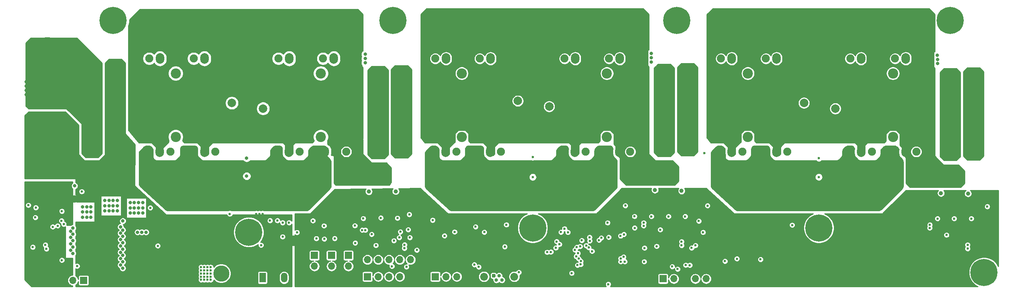
<source format=gbr>
G04 #@! TF.GenerationSoftware,KiCad,Pcbnew,(5.1.0)-1*
G04 #@! TF.CreationDate,2019-07-15T22:00:38+02:00*
G04 #@! TF.ProjectId,besc g2,62657363-2067-4322-9e6b-696361645f70,Init*
G04 #@! TF.SameCoordinates,Original*
G04 #@! TF.FileFunction,Copper,L3,Inr*
G04 #@! TF.FilePolarity,Positive*
%FSLAX46Y46*%
G04 Gerber Fmt 4.6, Leading zero omitted, Abs format (unit mm)*
G04 Created by KiCad (PCBNEW (5.1.0)-1) date 2019-07-15 22:00:38*
%MOMM*%
%LPD*%
G04 APERTURE LIST*
%ADD10C,1.500000*%
%ADD11O,8.000000X10.000000*%
%ADD12C,1.905000*%
%ADD13O,2.000000X2.500000*%
%ADD14C,1.850000*%
%ADD15C,0.840000*%
%ADD16C,0.100000*%
%ADD17O,1.700000X1.700000*%
%ADD18R,1.700000X1.700000*%
%ADD19C,3.800000*%
%ADD20O,1.500000X2.300000*%
%ADD21R,1.500000X2.300000*%
%ADD22C,2.000000*%
%ADD23C,0.800000*%
%ADD24C,6.400000*%
%ADD25C,2.400000*%
%ADD26C,0.600000*%
%ADD27C,1.000000*%
%ADD28C,0.254000*%
G04 APERTURE END LIST*
D10*
X87300000Y-66150000D03*
X87650000Y-67400000D03*
X87300000Y-71650000D03*
X86050000Y-72400000D03*
X81800000Y-71650000D03*
X81450000Y-70400000D03*
X81800000Y-66150000D03*
X83050000Y-65400000D03*
X87650000Y-70400000D03*
X86050000Y-65400000D03*
X83050000Y-72400000D03*
X81450000Y-67400000D03*
X84550000Y-64900000D03*
X87800000Y-68900000D03*
X84550000Y-72900000D03*
X81300000Y-68900000D03*
D11*
X84550000Y-68900000D03*
D10*
X154800000Y-65650000D03*
X155150000Y-66900000D03*
X154800000Y-71150000D03*
X153550000Y-71900000D03*
X149300000Y-71150000D03*
X148950000Y-69900000D03*
X149300000Y-65650000D03*
X150550000Y-64900000D03*
X155150000Y-69900000D03*
X153550000Y-64900000D03*
X150550000Y-71900000D03*
X148950000Y-66900000D03*
X152050000Y-64400000D03*
X155300000Y-68400000D03*
X152050000Y-72400000D03*
X148800000Y-68400000D03*
D11*
X152050000Y-68400000D03*
D10*
X222300000Y-65650000D03*
X222650000Y-66900000D03*
X222300000Y-71150000D03*
X221050000Y-71900000D03*
X216800000Y-71150000D03*
X216450000Y-69900000D03*
X216800000Y-65650000D03*
X218050000Y-64900000D03*
X222650000Y-69900000D03*
X221050000Y-64900000D03*
X218050000Y-71900000D03*
X216450000Y-66900000D03*
X219550000Y-64400000D03*
X222800000Y-68400000D03*
X219550000Y-72400000D03*
X216300000Y-68400000D03*
D11*
X219550000Y-68400000D03*
D10*
X35050000Y-76150000D03*
X34700000Y-74900000D03*
X35050000Y-70650000D03*
X36300000Y-69900000D03*
X40550000Y-70650000D03*
X40900000Y-71900000D03*
X40550000Y-76150000D03*
X39300000Y-76900000D03*
X34700000Y-71900000D03*
X36300000Y-76900000D03*
X39300000Y-69900000D03*
X40900000Y-74900000D03*
X37800000Y-77400000D03*
X34550000Y-73400000D03*
X37800000Y-69400000D03*
X41050000Y-73400000D03*
D11*
X37800000Y-73400000D03*
D10*
X35050000Y-99150000D03*
X34700000Y-97900000D03*
X35050000Y-93650000D03*
X36300000Y-92900000D03*
X40550000Y-93650000D03*
X40900000Y-94900000D03*
X40550000Y-99150000D03*
X39300000Y-99900000D03*
X34700000Y-94900000D03*
X36300000Y-99900000D03*
X39300000Y-92900000D03*
X40900000Y-97900000D03*
X37800000Y-100400000D03*
X34550000Y-96400000D03*
X37800000Y-92400000D03*
X41050000Y-96400000D03*
D11*
X37800000Y-96400000D03*
D12*
X175300000Y-95400000D03*
D13*
X172760000Y-95400000D03*
X170220000Y-95400000D03*
D12*
X201800000Y-95400000D03*
D13*
X199260000Y-95400000D03*
X196720000Y-95400000D03*
D12*
X237800000Y-73400000D03*
D13*
X240340000Y-73400000D03*
X242880000Y-73400000D03*
D12*
X134300000Y-95400000D03*
D13*
X131760000Y-95400000D03*
X129220000Y-95400000D03*
D12*
X170300000Y-73400000D03*
D13*
X172840000Y-73400000D03*
X175380000Y-73400000D03*
D12*
X97300000Y-95400000D03*
D13*
X94760000Y-95400000D03*
X92220000Y-95400000D03*
D12*
X61800000Y-73400000D03*
D13*
X64340000Y-73400000D03*
X66880000Y-73400000D03*
D12*
X212380000Y-95400000D03*
D13*
X209840000Y-95400000D03*
X207300000Y-95400000D03*
D12*
X227220000Y-73400000D03*
D13*
X229760000Y-73400000D03*
X232300000Y-73400000D03*
D12*
X144800000Y-95400000D03*
D13*
X142260000Y-95400000D03*
X139720000Y-95400000D03*
D12*
X159800000Y-73400000D03*
D13*
X162340000Y-73400000D03*
X164880000Y-73400000D03*
D12*
X108300000Y-95400000D03*
D13*
X105760000Y-95400000D03*
X103220000Y-95400000D03*
D12*
X72300000Y-73400000D03*
D13*
X74840000Y-73400000D03*
X77380000Y-73400000D03*
D12*
X232300000Y-95400000D03*
D13*
X229760000Y-95400000D03*
X227220000Y-95400000D03*
D12*
X207300000Y-73400000D03*
D13*
X209840000Y-73400000D03*
X212380000Y-73400000D03*
D12*
X164800000Y-95400000D03*
D13*
X162260000Y-95400000D03*
X159720000Y-95400000D03*
D12*
X139800000Y-73400000D03*
D13*
X142340000Y-73400000D03*
X144880000Y-73400000D03*
D12*
X66800000Y-95400000D03*
D13*
X64260000Y-95400000D03*
X61720000Y-95400000D03*
D12*
X92300000Y-73400000D03*
D13*
X94840000Y-73400000D03*
X97380000Y-73400000D03*
D12*
X242800000Y-95400000D03*
D13*
X240260000Y-95400000D03*
X237720000Y-95400000D03*
D12*
X196720000Y-73400000D03*
D13*
X199260000Y-73400000D03*
X201800000Y-73400000D03*
D12*
X129300000Y-73400000D03*
D13*
X131840000Y-73400000D03*
X134380000Y-73400000D03*
D12*
X77410000Y-95400000D03*
D13*
X74870000Y-95400000D03*
X72330000Y-95400000D03*
D12*
X102830000Y-73400000D03*
D13*
X105370000Y-73400000D03*
X107910000Y-73400000D03*
D14*
X147950000Y-124900000D03*
X140800000Y-124900000D03*
D15*
X145675000Y-124680000D03*
X145025000Y-125680000D03*
X144375000Y-124680000D03*
X143725000Y-125680000D03*
D16*
G36*
X143305584Y-124261011D02*
G01*
X143325969Y-124264035D01*
X143345960Y-124269043D01*
X143365364Y-124275985D01*
X143383993Y-124284797D01*
X143401670Y-124295391D01*
X143418223Y-124307668D01*
X143433492Y-124321508D01*
X143447332Y-124336777D01*
X143459609Y-124353330D01*
X143470203Y-124371007D01*
X143479015Y-124389636D01*
X143485957Y-124409040D01*
X143490965Y-124429031D01*
X143493989Y-124449416D01*
X143495000Y-124470000D01*
X143495000Y-124890000D01*
X143493989Y-124910584D01*
X143490965Y-124930969D01*
X143485957Y-124950960D01*
X143479015Y-124970364D01*
X143470203Y-124988993D01*
X143459609Y-125006670D01*
X143447332Y-125023223D01*
X143433492Y-125038492D01*
X143418223Y-125052332D01*
X143401670Y-125064609D01*
X143383993Y-125075203D01*
X143365364Y-125084015D01*
X143345960Y-125090957D01*
X143325969Y-125095965D01*
X143305584Y-125098989D01*
X143285000Y-125100000D01*
X142865000Y-125100000D01*
X142844416Y-125098989D01*
X142824031Y-125095965D01*
X142804040Y-125090957D01*
X142784636Y-125084015D01*
X142766007Y-125075203D01*
X142748330Y-125064609D01*
X142731777Y-125052332D01*
X142716508Y-125038492D01*
X142702668Y-125023223D01*
X142690391Y-125006670D01*
X142679797Y-124988993D01*
X142670985Y-124970364D01*
X142664043Y-124950960D01*
X142659035Y-124930969D01*
X142656011Y-124910584D01*
X142655000Y-124890000D01*
X142655000Y-124470000D01*
X142656011Y-124449416D01*
X142659035Y-124429031D01*
X142664043Y-124409040D01*
X142670985Y-124389636D01*
X142679797Y-124371007D01*
X142690391Y-124353330D01*
X142702668Y-124336777D01*
X142716508Y-124321508D01*
X142731777Y-124307668D01*
X142748330Y-124295391D01*
X142766007Y-124284797D01*
X142784636Y-124275985D01*
X142804040Y-124269043D01*
X142824031Y-124264035D01*
X142844416Y-124261011D01*
X142865000Y-124260000D01*
X143285000Y-124260000D01*
X143305584Y-124261011D01*
X143305584Y-124261011D01*
G37*
D15*
X143075000Y-124680000D03*
D17*
X100800000Y-124980000D03*
X100800000Y-122440000D03*
D18*
X100800000Y-119900000D03*
D19*
X78800000Y-124150000D03*
D16*
G36*
X80357247Y-117251830D02*
G01*
X80394134Y-117257302D01*
X80430308Y-117266363D01*
X80465420Y-117278926D01*
X80499131Y-117294870D01*
X80531117Y-117314042D01*
X80561069Y-117336256D01*
X80588701Y-117361299D01*
X80613744Y-117388931D01*
X80635958Y-117418883D01*
X80655130Y-117450869D01*
X80671074Y-117484580D01*
X80683637Y-117519692D01*
X80692698Y-117555866D01*
X80698170Y-117592753D01*
X80700000Y-117630000D01*
X80700000Y-120670000D01*
X80698170Y-120707247D01*
X80692698Y-120744134D01*
X80683637Y-120780308D01*
X80671074Y-120815420D01*
X80655130Y-120849131D01*
X80635958Y-120881117D01*
X80613744Y-120911069D01*
X80588701Y-120938701D01*
X80561069Y-120963744D01*
X80531117Y-120985958D01*
X80499131Y-121005130D01*
X80465420Y-121021074D01*
X80430308Y-121033637D01*
X80394134Y-121042698D01*
X80357247Y-121048170D01*
X80320000Y-121050000D01*
X77280000Y-121050000D01*
X77242753Y-121048170D01*
X77205866Y-121042698D01*
X77169692Y-121033637D01*
X77134580Y-121021074D01*
X77100869Y-121005130D01*
X77068883Y-120985958D01*
X77038931Y-120963744D01*
X77011299Y-120938701D01*
X76986256Y-120911069D01*
X76964042Y-120881117D01*
X76944870Y-120849131D01*
X76928926Y-120815420D01*
X76916363Y-120780308D01*
X76907302Y-120744134D01*
X76901830Y-120707247D01*
X76900000Y-120670000D01*
X76900000Y-117630000D01*
X76901830Y-117592753D01*
X76907302Y-117555866D01*
X76916363Y-117519692D01*
X76928926Y-117484580D01*
X76944870Y-117450869D01*
X76964042Y-117418883D01*
X76986256Y-117388931D01*
X77011299Y-117361299D01*
X77038931Y-117336256D01*
X77068883Y-117314042D01*
X77100869Y-117294870D01*
X77134580Y-117278926D01*
X77169692Y-117266363D01*
X77205866Y-117257302D01*
X77242753Y-117251830D01*
X77280000Y-117250000D01*
X80320000Y-117250000D01*
X80357247Y-117251830D01*
X80357247Y-117251830D01*
G37*
D19*
X78800000Y-119150000D03*
D20*
X93630000Y-125150000D03*
X91090000Y-125150000D03*
D21*
X88550000Y-125150000D03*
D22*
X182300000Y-76900000D03*
X189800000Y-76900000D03*
D17*
X43800000Y-125775000D03*
D18*
X46340000Y-125775000D03*
D23*
X86997056Y-112702944D03*
X85300000Y-112000000D03*
X83602944Y-112702944D03*
X82900000Y-114400000D03*
X83602944Y-116097056D03*
X85300000Y-116800000D03*
X86997056Y-116097056D03*
X87700000Y-114400000D03*
D24*
X85300000Y-114400000D03*
D23*
X221497056Y-111702944D03*
X219800000Y-111000000D03*
X218102944Y-111702944D03*
X217400000Y-113400000D03*
X218102944Y-115097056D03*
X219800000Y-115800000D03*
X221497056Y-115097056D03*
X222200000Y-113400000D03*
D24*
X219800000Y-113400000D03*
D23*
X153997056Y-111702944D03*
X152300000Y-111000000D03*
X150602944Y-111702944D03*
X149900000Y-113400000D03*
X150602944Y-115097056D03*
X152300000Y-115800000D03*
X153997056Y-115097056D03*
X154700000Y-113400000D03*
D24*
X152300000Y-113400000D03*
D23*
X120997056Y-62702944D03*
X119300000Y-62000000D03*
X117602944Y-62702944D03*
X116900000Y-64400000D03*
X117602944Y-66097056D03*
X119300000Y-66800000D03*
X120997056Y-66097056D03*
X121700000Y-64400000D03*
D24*
X119300000Y-64400000D03*
D23*
X187997056Y-62702944D03*
X186300000Y-62000000D03*
X184602944Y-62702944D03*
X183900000Y-64400000D03*
X184602944Y-66097056D03*
X186300000Y-66800000D03*
X187997056Y-66097056D03*
X188700000Y-64400000D03*
D24*
X186300000Y-64400000D03*
D22*
X54800000Y-76400000D03*
X47300000Y-76400000D03*
X88686058Y-85202361D03*
X81300000Y-83900000D03*
D25*
X68050000Y-91900000D03*
X68050000Y-76900000D03*
D23*
X54997056Y-62702944D03*
X53300000Y-62000000D03*
X51602944Y-62702944D03*
X50900000Y-64400000D03*
X51602944Y-66097056D03*
X53300000Y-66800000D03*
X54997056Y-66097056D03*
X55700000Y-64400000D03*
D24*
X53300000Y-64400000D03*
D23*
X252497056Y-62702944D03*
X250800000Y-62000000D03*
X249102944Y-62702944D03*
X248400000Y-64400000D03*
X249102944Y-66097056D03*
X250800000Y-66800000D03*
X252497056Y-66097056D03*
X253200000Y-64400000D03*
D24*
X250800000Y-64400000D03*
D23*
X37997056Y-122202944D03*
X36300000Y-121500000D03*
X34602944Y-122202944D03*
X33900000Y-123900000D03*
X34602944Y-125597056D03*
X36300000Y-126300000D03*
X37997056Y-125597056D03*
X38700000Y-123900000D03*
D24*
X36300000Y-123900000D03*
D23*
X260497056Y-122202944D03*
X258800000Y-121500000D03*
X257102944Y-122202944D03*
X256400000Y-123900000D03*
X257102944Y-125597056D03*
X258800000Y-126300000D03*
X260497056Y-125597056D03*
X261200000Y-123900000D03*
D24*
X258800000Y-123900000D03*
D25*
X102300000Y-91900000D03*
X102300000Y-76900000D03*
X135550000Y-91900000D03*
X135550000Y-76900000D03*
D22*
X54800000Y-94900000D03*
X47300000Y-94900000D03*
X114800000Y-76900000D03*
X122300000Y-76900000D03*
D25*
X169800000Y-91900000D03*
X169800000Y-76900000D03*
D22*
X114800000Y-95400000D03*
X122300000Y-95400000D03*
D25*
X203050000Y-91900000D03*
X203050000Y-76900000D03*
X237300000Y-91900000D03*
X237300000Y-76900000D03*
D22*
X156186058Y-84702361D03*
X148800000Y-83400000D03*
X182300000Y-95400000D03*
X189800000Y-95400000D03*
D17*
X193210000Y-125400000D03*
X190670000Y-125400000D03*
X188130000Y-125400000D03*
X185590000Y-125400000D03*
D18*
X183050000Y-125400000D03*
D17*
X108800000Y-124980000D03*
X108800000Y-122440000D03*
D18*
X108800000Y-119900000D03*
D17*
X113300000Y-120900000D03*
X115840000Y-120900000D03*
X118380000Y-120900000D03*
X120920000Y-120900000D03*
X123460000Y-120900000D03*
D18*
X126000000Y-120900000D03*
D17*
X104800000Y-124980000D03*
X104800000Y-122440000D03*
D18*
X104800000Y-119900000D03*
D17*
X123460000Y-124900000D03*
X120920000Y-124900000D03*
X118380000Y-124900000D03*
X115840000Y-124900000D03*
D18*
X113300000Y-124900000D03*
D17*
X136920000Y-124900000D03*
X134380000Y-124900000D03*
X131840000Y-124900000D03*
D18*
X129300000Y-124900000D03*
D22*
X223686058Y-85202361D03*
X216300000Y-83900000D03*
X257300000Y-76900000D03*
X249800000Y-76900000D03*
X249800000Y-95400000D03*
X257300000Y-95400000D03*
D26*
X116800000Y-113900000D03*
X87050000Y-118900000D03*
X87050000Y-119650000D03*
X87050000Y-120400000D03*
X83550000Y-118900000D03*
X83550000Y-119650000D03*
X83550000Y-120400000D03*
X251925000Y-114275000D03*
D23*
X251550000Y-88900000D03*
X249650010Y-88900000D03*
X250550000Y-87400000D03*
X250550000Y-89400000D03*
X249650010Y-89900000D03*
X249650010Y-86900000D03*
X249650010Y-87900000D03*
X251550000Y-86900000D03*
X251550000Y-89900000D03*
X250550000Y-88400000D03*
X251550000Y-87900000D03*
X252550000Y-87400000D03*
X252550000Y-88400000D03*
X252550000Y-89400000D03*
X251550000Y-90900000D03*
X250550000Y-90400000D03*
X249650010Y-90900000D03*
X252550000Y-90400000D03*
X251550000Y-91900000D03*
X250550000Y-91400000D03*
X249650010Y-91900000D03*
X252550000Y-91400000D03*
X184050000Y-88900000D03*
X182150010Y-88900000D03*
X183050000Y-87400000D03*
X183050000Y-89400000D03*
X182150010Y-89900000D03*
X182150010Y-86900000D03*
X182150010Y-87900000D03*
X184050000Y-86900000D03*
X184050000Y-89900000D03*
X183050000Y-88400000D03*
X184050000Y-87900000D03*
X185050000Y-87400000D03*
X185050000Y-88400000D03*
X185050000Y-89400000D03*
X184050000Y-90900000D03*
X183050000Y-90400000D03*
X182150010Y-90900000D03*
X185050000Y-90400000D03*
X184050000Y-91900000D03*
X183050000Y-91400000D03*
X182150010Y-91900000D03*
X185050000Y-91400000D03*
D26*
X39175000Y-110650000D03*
X38425000Y-110650000D03*
X37675000Y-110650000D03*
X37675000Y-109900000D03*
X38425000Y-109900000D03*
X39175000Y-109900000D03*
X39175000Y-109150000D03*
X38425000Y-109150000D03*
X37675000Y-109150000D03*
X38425000Y-108400000D03*
X37675000Y-108400000D03*
D23*
X62300000Y-123750000D03*
X62300000Y-124750000D03*
X115550000Y-90400000D03*
X116550000Y-90900000D03*
X117550000Y-90400000D03*
X114650010Y-90900000D03*
X115550000Y-91400000D03*
X116550000Y-91900000D03*
X117550000Y-91400000D03*
X114650010Y-91900000D03*
X116550000Y-88900000D03*
X115550000Y-89400000D03*
X115550000Y-87400000D03*
X116550000Y-86900000D03*
X115550000Y-88400000D03*
X116550000Y-89900000D03*
X116550000Y-87900000D03*
X117550000Y-87400000D03*
X117550000Y-89400000D03*
X117550000Y-88400000D03*
X55800000Y-87900000D03*
X53800000Y-88900000D03*
X51800000Y-88900000D03*
X51800000Y-87900000D03*
X51800000Y-86900000D03*
X53800000Y-89900000D03*
X52800000Y-88400000D03*
X53800000Y-86900000D03*
X52800000Y-87400000D03*
X52800000Y-89400000D03*
X51800000Y-89900000D03*
X53800000Y-87900000D03*
X55800000Y-86900000D03*
X54800000Y-87400000D03*
X54800000Y-89400000D03*
X54800000Y-88400000D03*
X55800000Y-89900000D03*
X55800000Y-88900000D03*
X44800000Y-89900000D03*
X43800000Y-89400000D03*
X42800000Y-87900000D03*
X42800000Y-88900000D03*
X42800000Y-89900000D03*
X41800000Y-88400000D03*
X41800000Y-89400000D03*
X41800000Y-87400000D03*
X40800000Y-87900000D03*
X40800000Y-88900000D03*
X40800000Y-89900000D03*
X39800000Y-88400000D03*
X39800000Y-89400000D03*
X39800000Y-87400000D03*
X40800000Y-86900000D03*
X38800000Y-87900000D03*
X38800000Y-88900000D03*
X38800000Y-89900000D03*
X37800000Y-88400000D03*
X37800000Y-89400000D03*
X37800000Y-87400000D03*
X38800000Y-86900000D03*
X36800000Y-87900000D03*
X36800000Y-88900000D03*
X36800000Y-89900000D03*
X35800000Y-88400000D03*
X35800000Y-89400000D03*
X35800000Y-87400000D03*
X36800000Y-86900000D03*
X34800000Y-89900000D03*
X34800000Y-88900000D03*
X34800000Y-87900000D03*
X34800000Y-86900000D03*
X33800000Y-87400000D03*
X33800000Y-88400000D03*
X33800000Y-89400000D03*
X32800000Y-89900000D03*
X32800000Y-88900000D03*
X32800000Y-87900000D03*
X32800000Y-86900000D03*
X114650010Y-87900000D03*
X114650010Y-86900000D03*
X114650010Y-89900000D03*
X114650010Y-88900000D03*
X49550000Y-113900000D03*
X49050000Y-114650000D03*
X49550000Y-115400000D03*
X49050000Y-116150000D03*
X49550000Y-116900000D03*
X49050000Y-117650000D03*
X49550000Y-118400000D03*
X49050000Y-119150000D03*
X49550000Y-119900000D03*
X49050000Y-120650000D03*
X49550000Y-121400000D03*
X49050000Y-122150000D03*
X49550000Y-122900000D03*
D26*
X39175000Y-108400000D03*
X36550000Y-116600000D03*
X39060000Y-116700000D03*
X33980000Y-112870000D03*
D23*
X63139990Y-125731223D03*
X63139990Y-124750000D03*
X62300000Y-125739990D03*
D26*
X34300000Y-103900000D03*
D23*
X63139990Y-123750000D03*
D26*
X111300000Y-108400000D03*
X113300000Y-108400000D03*
X115300000Y-108400000D03*
X117300000Y-108400000D03*
X119300000Y-108400000D03*
X121300000Y-108400000D03*
X110300000Y-114900000D03*
X179310000Y-107960000D03*
X181310000Y-107960000D03*
X183290000Y-107970000D03*
X185290000Y-107970000D03*
X187280000Y-107970000D03*
X183800000Y-115900000D03*
X184550000Y-115900000D03*
X252550000Y-114275000D03*
X246800000Y-108300000D03*
X248775000Y-108300000D03*
X250800000Y-108275000D03*
X252775000Y-108275000D03*
X254800000Y-108300000D03*
X41050000Y-124400000D03*
X96675000Y-115650000D03*
X96675000Y-116400000D03*
X96675000Y-117150000D03*
X97425000Y-115650000D03*
X97425000Y-116400000D03*
X97425000Y-117150000D03*
X152110000Y-124850000D03*
X107550000Y-113900000D03*
X164330000Y-126580000D03*
X166490000Y-126650000D03*
X165120000Y-111370000D03*
X159050000Y-110410000D03*
X160550000Y-110390000D03*
X189211170Y-108058830D03*
X172330000Y-126680000D03*
X158920000Y-124650000D03*
X168323383Y-121086617D03*
X164240000Y-123170000D03*
X131483770Y-119109843D03*
X133808736Y-117139968D03*
X132813284Y-119119990D03*
X117550000Y-113900000D03*
X113344026Y-116591183D03*
X142895000Y-113685000D03*
X206320000Y-125930000D03*
X203060000Y-125930000D03*
X199990000Y-125950000D03*
X245990000Y-115140000D03*
X256746170Y-108353830D03*
X168990079Y-115159921D03*
X179782124Y-116050150D03*
X99300000Y-111025000D03*
X99300000Y-110275000D03*
X87050000Y-110150000D03*
X87800000Y-110150000D03*
X88550000Y-110150000D03*
X215550000Y-110400000D03*
X214800000Y-110400000D03*
X214050000Y-110400000D03*
X157050000Y-110400000D03*
X156300000Y-110400000D03*
X155550000Y-110400000D03*
X125530000Y-107560000D03*
X261300000Y-106900000D03*
X194397510Y-106850000D03*
X177050000Y-107150000D03*
X176050000Y-107150000D03*
X177800000Y-107150000D03*
X175300000Y-107150000D03*
X40489944Y-116700000D03*
X37560000Y-102980000D03*
X173560000Y-116620000D03*
X43320000Y-105180000D03*
X43329998Y-105820000D03*
X112800000Y-113900000D03*
X178470000Y-112890000D03*
X178490000Y-112170000D03*
X245990000Y-112670000D03*
X245970000Y-113390000D03*
X187425000Y-116650000D03*
X187425000Y-117525000D03*
X254925000Y-117400000D03*
X254925000Y-118275000D03*
X34318750Y-117918750D03*
X90300000Y-111650000D03*
X92050000Y-111650000D03*
X93300000Y-112150000D03*
X94800000Y-112150000D03*
X193550000Y-108150000D03*
X123300000Y-115650000D03*
X120800000Y-115650000D03*
X119550000Y-116400000D03*
X131470000Y-115260000D03*
X170120000Y-126680000D03*
X146070000Y-112650000D03*
X140880000Y-114390000D03*
X174150000Y-108130000D03*
X206050000Y-120830000D03*
X213520000Y-112730000D03*
X112050000Y-113900000D03*
X168486718Y-115729347D03*
X159790000Y-113580000D03*
X174020456Y-121369906D03*
X161490000Y-124080000D03*
D27*
X116550000Y-100150000D03*
X117800000Y-100150000D03*
X116550000Y-101400000D03*
X117800000Y-101400000D03*
X184050000Y-100150000D03*
X185300000Y-100150000D03*
X184050000Y-101400000D03*
X185300000Y-101400000D03*
X252800000Y-101900000D03*
X251550000Y-101900000D03*
X252800000Y-100650000D03*
X251550000Y-100650000D03*
D26*
X76300000Y-122650000D03*
X76300000Y-123400000D03*
X76300000Y-124150000D03*
X76300000Y-124900000D03*
X76300000Y-125650000D03*
X75550000Y-125650000D03*
X75550000Y-122650000D03*
X74800000Y-125650000D03*
X74800000Y-122650000D03*
X74050000Y-125650000D03*
X74050000Y-122650000D03*
D23*
X55550000Y-115400000D03*
X55550000Y-116900000D03*
X55050000Y-116150000D03*
X55050000Y-114650000D03*
X55550000Y-113900000D03*
X55050000Y-113150000D03*
X55050000Y-122150000D03*
X55050000Y-120650000D03*
X55550000Y-121400000D03*
X55050000Y-119150000D03*
X55550000Y-119900000D03*
X55050000Y-117650000D03*
X55550000Y-118400000D03*
X59050000Y-114400000D03*
X60050000Y-114400000D03*
X61050000Y-114400000D03*
D26*
X41650000Y-112490000D03*
X63820989Y-117629015D03*
D23*
X55550000Y-122900000D03*
D26*
X74800000Y-124150000D03*
X74050000Y-124150000D03*
X74050000Y-124900000D03*
X74050000Y-123400000D03*
X74800000Y-124900000D03*
X75550000Y-123400000D03*
X74800000Y-123400000D03*
X75550000Y-124150000D03*
X75550000Y-124900000D03*
X88200000Y-117470000D03*
X37540000Y-118330000D03*
D23*
X43800000Y-113400000D03*
X43300000Y-114150000D03*
X43800000Y-114900000D03*
X43300000Y-115650000D03*
X43800000Y-116400000D03*
X43300000Y-117150000D03*
X43800000Y-117900000D03*
X43300000Y-118650000D03*
X43800000Y-119400000D03*
X258300000Y-79900000D03*
X256300000Y-80900000D03*
X254300000Y-80900000D03*
X254300000Y-79900000D03*
X254300000Y-78900000D03*
X256300000Y-81900000D03*
X255300000Y-80400000D03*
X256300000Y-78900000D03*
X255300000Y-79400000D03*
X255300000Y-81400000D03*
X254300000Y-81900000D03*
X256300000Y-79900000D03*
X258300000Y-78900000D03*
X257300000Y-79400000D03*
X257300000Y-81400000D03*
X257300000Y-80400000D03*
X258300000Y-81900000D03*
X258300000Y-80900000D03*
X190800000Y-79900000D03*
X188800000Y-80900000D03*
X186800000Y-80900000D03*
X186800000Y-79900000D03*
X186800000Y-78900000D03*
X188800000Y-81900000D03*
X187800000Y-80400000D03*
X188800000Y-78900000D03*
X187800000Y-79400000D03*
X187800000Y-81400000D03*
X186800000Y-81900000D03*
X188800000Y-79900000D03*
X190800000Y-78900000D03*
X189800000Y-79400000D03*
X189800000Y-81400000D03*
X189800000Y-80400000D03*
X190800000Y-81900000D03*
X190800000Y-80900000D03*
X121300000Y-80900000D03*
X120300000Y-81400000D03*
X120300000Y-79400000D03*
X121300000Y-78900000D03*
X120300000Y-80400000D03*
X121300000Y-81900000D03*
X119300000Y-78900000D03*
X119300000Y-79900000D03*
X123300000Y-79900000D03*
X119300000Y-80900000D03*
X119300000Y-81900000D03*
X121300000Y-79900000D03*
X123300000Y-78900000D03*
X122300000Y-79400000D03*
X122300000Y-81400000D03*
X122300000Y-80400000D03*
X123300000Y-81900000D03*
X123300000Y-80900000D03*
X48800000Y-80900000D03*
X48800000Y-79900000D03*
X48800000Y-78900000D03*
X49800000Y-80400000D03*
X49800000Y-79400000D03*
X49800000Y-81400000D03*
X48800000Y-81900000D03*
X44800000Y-79900000D03*
X42800000Y-80900000D03*
X40800000Y-80900000D03*
X40800000Y-79900000D03*
X40800000Y-78900000D03*
X42800000Y-81900000D03*
X41800000Y-80400000D03*
X42800000Y-78900000D03*
X41800000Y-79400000D03*
X41800000Y-81400000D03*
X40800000Y-81900000D03*
X42800000Y-79900000D03*
X47800000Y-79400000D03*
X47800000Y-81400000D03*
X47800000Y-80400000D03*
X46800000Y-78900000D03*
X45800000Y-81400000D03*
X45800000Y-79400000D03*
X45800000Y-80400000D03*
X46800000Y-81900000D03*
X46800000Y-80900000D03*
X46800000Y-79900000D03*
X44800000Y-78900000D03*
X43800000Y-79400000D03*
X43800000Y-81400000D03*
X43800000Y-80400000D03*
X44800000Y-81900000D03*
X44800000Y-80900000D03*
X36800000Y-79900000D03*
X34800000Y-80900000D03*
X32800000Y-80900000D03*
X32800000Y-79900000D03*
X32800000Y-78900000D03*
X34800000Y-81900000D03*
X33800000Y-80400000D03*
X34800000Y-78900000D03*
X33800000Y-79400000D03*
X33800000Y-81400000D03*
X32800000Y-81900000D03*
X34800000Y-79900000D03*
X39800000Y-79400000D03*
X39800000Y-81400000D03*
X39800000Y-80400000D03*
X38800000Y-78900000D03*
X37800000Y-81400000D03*
X37800000Y-79400000D03*
X37800000Y-80400000D03*
X38800000Y-81900000D03*
X38800000Y-80900000D03*
X38800000Y-79900000D03*
X36800000Y-78900000D03*
X35800000Y-79400000D03*
X35800000Y-81400000D03*
X35800000Y-80400000D03*
X36800000Y-81900000D03*
X36800000Y-80900000D03*
X48050000Y-110900000D03*
X47050000Y-110900000D03*
X46050000Y-110900000D03*
X48050000Y-109650000D03*
X47050000Y-109650000D03*
X46050000Y-109650000D03*
X46050000Y-108400000D03*
X48050000Y-108400000D03*
X47050000Y-108400000D03*
D26*
X37290001Y-117410000D03*
X44800000Y-122400000D03*
X173743014Y-120236796D03*
X163618109Y-121988759D03*
X110410000Y-116940000D03*
X103050000Y-112900000D03*
X145710000Y-117830000D03*
X105580000Y-115880000D03*
X165769990Y-116449990D03*
X115310000Y-117500000D03*
X165710434Y-115598459D03*
X93280000Y-115470000D03*
X96690000Y-114450000D03*
X176300000Y-110650000D03*
X169950000Y-112170000D03*
X192810000Y-95720000D03*
X191490000Y-111770000D03*
X162571111Y-120116839D03*
X124950000Y-118620000D03*
X158590000Y-117240000D03*
X122020000Y-118190000D03*
X157750000Y-118089990D03*
X122060000Y-117370000D03*
X156600000Y-119070000D03*
X122510000Y-122579990D03*
X166300000Y-118900000D03*
X163880000Y-116343978D03*
X119090000Y-122460000D03*
X103110000Y-115990000D03*
X121070000Y-114300000D03*
X155694349Y-119112641D03*
X122920000Y-113790000D03*
X157930000Y-116610000D03*
X110330000Y-112850000D03*
X189780000Y-118110000D03*
X138800011Y-113119989D03*
X158971587Y-114382365D03*
X176340000Y-113400000D03*
X186480987Y-123110987D03*
X162278664Y-118578259D03*
X185200000Y-122524947D03*
X163466010Y-117756639D03*
X162970000Y-119359979D03*
X189370000Y-122200000D03*
X188399282Y-122159835D03*
X162679549Y-117932575D03*
X123170000Y-110210000D03*
X170225209Y-115603077D03*
X173818560Y-114919979D03*
X190700002Y-117510000D03*
X259540000Y-108350000D03*
X173009725Y-115279990D03*
X167930000Y-116290000D03*
X133870000Y-114340000D03*
X80820000Y-110110000D03*
X128699405Y-111560010D03*
X100430000Y-111700000D03*
X178590000Y-121369906D03*
X160590890Y-114429886D03*
X178670183Y-118140372D03*
X192480000Y-114430000D03*
X181540000Y-117730000D03*
X162859986Y-122180021D03*
X149030000Y-123880122D03*
X163660765Y-121229945D03*
X139558254Y-122611756D03*
X138530000Y-122060043D03*
X163131121Y-120640437D03*
D23*
X72800000Y-103900000D03*
X72800000Y-105900000D03*
X72800000Y-107900000D03*
X72800000Y-101900000D03*
X76800000Y-101900000D03*
X74800000Y-101150000D03*
X78800000Y-102900000D03*
X78800000Y-104900000D03*
X78800000Y-106900000D03*
X76800000Y-105900000D03*
X78800000Y-108900000D03*
X76800000Y-103900000D03*
X74800000Y-108900000D03*
X78800000Y-101150000D03*
X74800000Y-106900000D03*
X74800000Y-104900000D03*
X74800000Y-102900000D03*
X76800000Y-107900000D03*
X64800000Y-103900000D03*
X64800000Y-105900000D03*
X64800000Y-107900000D03*
X64800000Y-101900000D03*
X68800000Y-101900000D03*
X66800000Y-101400000D03*
X70800000Y-102900000D03*
X70800000Y-104900000D03*
X70800000Y-106900000D03*
X68800000Y-105900000D03*
X70800000Y-108900000D03*
X68800000Y-103900000D03*
X66800000Y-108900000D03*
X70800000Y-101150000D03*
X66800000Y-106900000D03*
X66800000Y-104900000D03*
X66800000Y-102900000D03*
X68800000Y-107900000D03*
X60800000Y-101900000D03*
X62800000Y-102900000D03*
X62800000Y-104900000D03*
X60800000Y-103900000D03*
X62800000Y-101150000D03*
X90800000Y-101150000D03*
X90800000Y-102900000D03*
X90800000Y-104900000D03*
X90800000Y-106900000D03*
X90800000Y-108900000D03*
X92800000Y-107900000D03*
X92800000Y-105900000D03*
X92800000Y-103900000D03*
X92800000Y-101900000D03*
X94800000Y-101150000D03*
X94800000Y-102900000D03*
X94800000Y-104900000D03*
X94800000Y-106900000D03*
X94800000Y-108900000D03*
X96800000Y-107900000D03*
X96800000Y-105900000D03*
X96800000Y-103900000D03*
X96800000Y-101900000D03*
X98800000Y-101150000D03*
X98800000Y-102900000D03*
X98800000Y-104900000D03*
X98800000Y-106900000D03*
X98800000Y-108900000D03*
X100800000Y-105900000D03*
X100800000Y-103900000D03*
X100800000Y-101900000D03*
X102800000Y-101150000D03*
X102800000Y-102900000D03*
X102800000Y-104900000D03*
X140190000Y-103900000D03*
X140190000Y-107900000D03*
X140190000Y-105900000D03*
X146190000Y-102900000D03*
X144190000Y-101900000D03*
X140190000Y-101900000D03*
X142190000Y-100900000D03*
X146190000Y-104900000D03*
X146190000Y-106900000D03*
X144190000Y-105900000D03*
X146190000Y-108900000D03*
X144190000Y-103900000D03*
X146190000Y-100900000D03*
X142190000Y-106900000D03*
X142190000Y-104900000D03*
X142190000Y-102900000D03*
X144190000Y-107900000D03*
X132190000Y-103900000D03*
X130190000Y-100900000D03*
X128190000Y-103900000D03*
X130190000Y-104900000D03*
X130190000Y-102900000D03*
X128190000Y-101900000D03*
X136190000Y-107900000D03*
X134190000Y-102900000D03*
X134190000Y-104900000D03*
X134190000Y-106900000D03*
X138190000Y-100900000D03*
X136190000Y-103900000D03*
X136190000Y-105900000D03*
X138190000Y-106900000D03*
X138190000Y-104900000D03*
X138190000Y-102900000D03*
X134190000Y-101400000D03*
X136190000Y-101900000D03*
X132190000Y-101900000D03*
X132190000Y-107900000D03*
X132190000Y-105900000D03*
X166300000Y-100900000D03*
X164300000Y-105900000D03*
X164300000Y-103900000D03*
X164300000Y-101900000D03*
X164300000Y-107900000D03*
X160300000Y-107900000D03*
X166300000Y-106900000D03*
X162300000Y-108900000D03*
X166300000Y-108900000D03*
X168300000Y-105900000D03*
X168300000Y-103900000D03*
X168300000Y-101900000D03*
X170300000Y-100900000D03*
X170300000Y-102900000D03*
X170300000Y-104900000D03*
X166300000Y-102900000D03*
X158300000Y-106900000D03*
X158300000Y-104900000D03*
X158300000Y-102900000D03*
X160300000Y-103900000D03*
X158300000Y-100900000D03*
X160300000Y-105900000D03*
X162300000Y-100900000D03*
X166300000Y-104900000D03*
X158300000Y-108900000D03*
X162300000Y-102900000D03*
X162300000Y-104900000D03*
X162300000Y-106900000D03*
X160300000Y-101900000D03*
X138190000Y-108239990D03*
X142159205Y-108239990D03*
X134190000Y-108239990D03*
X207770000Y-103900000D03*
X207770000Y-107900000D03*
X207770000Y-105900000D03*
X213770000Y-102900000D03*
X211770000Y-101900000D03*
X207770000Y-101900000D03*
X209770000Y-100900000D03*
X213770000Y-104900000D03*
X213770000Y-106900000D03*
X211770000Y-105900000D03*
X211770000Y-103900000D03*
X209770000Y-108900000D03*
X213770000Y-100900000D03*
X209770000Y-106900000D03*
X209770000Y-104900000D03*
X209770000Y-102900000D03*
X211770000Y-107900000D03*
X199770000Y-103900000D03*
X197770000Y-100900000D03*
X195770000Y-103900000D03*
X197770000Y-104900000D03*
X197770000Y-102900000D03*
X195770000Y-101900000D03*
X203770000Y-107900000D03*
X201770000Y-102900000D03*
X201770000Y-104900000D03*
X201770000Y-106900000D03*
X205770000Y-100900000D03*
X201770000Y-108900000D03*
X203770000Y-103900000D03*
X205770000Y-108900000D03*
X203770000Y-105900000D03*
X205770000Y-106900000D03*
X205770000Y-104900000D03*
X205770000Y-102900000D03*
X201770000Y-101400000D03*
X203770000Y-101900000D03*
X199770000Y-101900000D03*
X199770000Y-107900000D03*
X199770000Y-105900000D03*
X233800000Y-100900000D03*
X231800000Y-105900000D03*
X231800000Y-103900000D03*
X231800000Y-101900000D03*
X231800000Y-107900000D03*
X227800000Y-107900000D03*
X233800000Y-106900000D03*
X229800000Y-108900000D03*
X233800000Y-108900000D03*
X235800000Y-105900000D03*
X235800000Y-103900000D03*
X235800000Y-101900000D03*
X237800000Y-100900000D03*
X237800000Y-102900000D03*
X237800000Y-104900000D03*
X233800000Y-102900000D03*
X225800000Y-106900000D03*
X225800000Y-104900000D03*
X225800000Y-102900000D03*
X227800000Y-103900000D03*
X225800000Y-100900000D03*
X227800000Y-105900000D03*
X229800000Y-100900000D03*
X233800000Y-104900000D03*
X225800000Y-108900000D03*
X229800000Y-102900000D03*
X229800000Y-104900000D03*
X229800000Y-106900000D03*
X227800000Y-101900000D03*
D26*
X180307500Y-110687500D03*
X247812500Y-111187500D03*
X173040851Y-121369906D03*
X33290000Y-108020000D03*
X120371585Y-111068899D03*
X188272500Y-110687500D03*
X255787500Y-111187500D03*
X116452324Y-111029638D03*
X184337500Y-110687500D03*
X251737500Y-111187500D03*
X112300000Y-111150000D03*
X114300000Y-114900000D03*
X182390000Y-113810000D03*
X249943760Y-115052094D03*
X173081506Y-120610994D03*
X41120000Y-111710000D03*
X41195960Y-121004040D03*
X101250000Y-115890000D03*
D23*
X112800000Y-72400000D03*
X112800000Y-74400000D03*
D27*
X119975000Y-104750000D03*
D23*
X112800000Y-73400000D03*
X180290000Y-73210000D03*
X180290000Y-72210000D03*
X180290000Y-74210000D03*
D27*
X187425000Y-104625000D03*
D23*
X247830000Y-73600000D03*
X247790000Y-72610000D03*
X247830000Y-74600000D03*
D27*
X255030000Y-105280000D03*
X113625000Y-104800000D03*
X181125000Y-104425002D03*
X248630000Y-105180000D03*
D23*
X84800000Y-101150000D03*
X84800000Y-96900000D03*
D26*
X152300000Y-101400000D03*
X152300000Y-96650000D03*
X219800000Y-101400000D03*
X219800000Y-96900000D03*
D23*
X60300000Y-109900000D03*
X59300000Y-109900000D03*
X58300000Y-109900000D03*
X57300000Y-109900000D03*
X60300000Y-108650000D03*
X59300000Y-108650000D03*
X58300000Y-108650000D03*
X57300000Y-108650000D03*
X58300000Y-107400000D03*
X57300000Y-107400000D03*
X60300000Y-107400000D03*
X59300000Y-107400000D03*
X52300000Y-109400000D03*
X51300000Y-109400000D03*
X54300000Y-109400000D03*
X53300000Y-109400000D03*
X52300000Y-108150000D03*
X51300000Y-108150000D03*
X54300000Y-108150000D03*
X53300000Y-108150000D03*
X54300000Y-106900000D03*
X53300000Y-106900000D03*
X52300000Y-106900000D03*
X51300000Y-106900000D03*
D26*
X62049990Y-108650000D03*
X45900000Y-104800000D03*
D23*
X55570000Y-111750000D03*
X44210000Y-103460000D03*
D26*
X197662060Y-121240010D03*
X164904990Y-117570010D03*
X200480000Y-120680000D03*
X165515535Y-118022616D03*
X35062075Y-108600010D03*
X40200000Y-112900000D03*
X34930000Y-110920000D03*
X39050000Y-113149999D03*
X41175022Y-109439990D03*
D28*
G36*
X56173000Y-74452606D02*
G01*
X56173000Y-91150000D01*
X56175440Y-91174776D01*
X56182667Y-91198601D01*
X56194403Y-91220557D01*
X56205602Y-91234959D01*
X58422808Y-93698521D01*
X58384662Y-103399501D01*
X58387005Y-103424286D01*
X58394138Y-103448139D01*
X58405788Y-103470142D01*
X58425366Y-103493178D01*
X65713705Y-110243178D01*
X65733541Y-110258223D01*
X65755931Y-110269109D01*
X65780015Y-110275418D01*
X65800000Y-110277000D01*
X80111975Y-110277000D01*
X80120938Y-110322058D01*
X80175741Y-110454364D01*
X80255302Y-110573436D01*
X80356564Y-110674698D01*
X80475636Y-110754259D01*
X80607942Y-110809062D01*
X80748397Y-110837000D01*
X80891603Y-110837000D01*
X81032058Y-110809062D01*
X81164364Y-110754259D01*
X81283436Y-110674698D01*
X81384698Y-110573436D01*
X81464259Y-110454364D01*
X81519062Y-110322058D01*
X81528025Y-110277000D01*
X95423000Y-110277000D01*
X95423000Y-111773820D01*
X95364698Y-111686564D01*
X95263436Y-111585302D01*
X95144364Y-111505741D01*
X95012058Y-111450938D01*
X94871603Y-111423000D01*
X94728397Y-111423000D01*
X94587942Y-111450938D01*
X94455636Y-111505741D01*
X94336564Y-111585302D01*
X94235302Y-111686564D01*
X94155741Y-111805636D01*
X94100938Y-111937942D01*
X94073000Y-112078397D01*
X94073000Y-112221603D01*
X94100938Y-112362058D01*
X94155741Y-112494364D01*
X94235302Y-112613436D01*
X94336564Y-112714698D01*
X94455636Y-112794259D01*
X94587942Y-112849062D01*
X94728397Y-112877000D01*
X94871603Y-112877000D01*
X95012058Y-112849062D01*
X95144364Y-112794259D01*
X95263436Y-112714698D01*
X95364698Y-112613436D01*
X95423000Y-112526180D01*
X95423000Y-127223000D01*
X44427000Y-127223000D01*
X44427000Y-126887836D01*
X44512896Y-126841924D01*
X44707344Y-126682344D01*
X44866924Y-126487896D01*
X44985502Y-126266051D01*
X45058522Y-126025336D01*
X45060934Y-126000847D01*
X45060934Y-126625000D01*
X45069178Y-126708707D01*
X45093595Y-126789196D01*
X45133245Y-126863376D01*
X45186605Y-126928395D01*
X45251624Y-126981755D01*
X45325804Y-127021405D01*
X45406293Y-127045822D01*
X45490000Y-127054066D01*
X47190000Y-127054066D01*
X47273707Y-127045822D01*
X47354196Y-127021405D01*
X47428376Y-126981755D01*
X47493395Y-126928395D01*
X47546755Y-126863376D01*
X47586405Y-126789196D01*
X47610822Y-126708707D01*
X47619066Y-126625000D01*
X47619066Y-124925000D01*
X47610822Y-124841293D01*
X47586405Y-124760804D01*
X47546755Y-124686624D01*
X47493395Y-124621605D01*
X47428376Y-124568245D01*
X47354196Y-124528595D01*
X47273707Y-124504178D01*
X47190000Y-124495934D01*
X45490000Y-124495934D01*
X45406293Y-124504178D01*
X45325804Y-124528595D01*
X45251624Y-124568245D01*
X45186605Y-124621605D01*
X45133245Y-124686624D01*
X45093595Y-124760804D01*
X45069178Y-124841293D01*
X45060934Y-124925000D01*
X45060934Y-125549153D01*
X45058522Y-125524664D01*
X44985502Y-125283949D01*
X44866924Y-125062104D01*
X44707344Y-124867656D01*
X44512896Y-124708076D01*
X44427000Y-124662164D01*
X44427000Y-123025125D01*
X44455636Y-123044259D01*
X44587942Y-123099062D01*
X44728397Y-123127000D01*
X44871603Y-123127000D01*
X45012058Y-123099062D01*
X45144364Y-123044259D01*
X45263436Y-122964698D01*
X45364698Y-122863436D01*
X45444259Y-122744364D01*
X45499062Y-122612058D01*
X45527000Y-122471603D01*
X45527000Y-122328397D01*
X45499062Y-122187942D01*
X45444259Y-122055636D01*
X45364698Y-121936564D01*
X45263436Y-121835302D01*
X45144364Y-121755741D01*
X45012058Y-121700938D01*
X44871603Y-121673000D01*
X44728397Y-121673000D01*
X44587942Y-121700938D01*
X44455636Y-121755741D01*
X44427000Y-121774875D01*
X44427000Y-119942553D01*
X44442372Y-119927181D01*
X44532877Y-119791731D01*
X44595218Y-119641227D01*
X44627000Y-119481452D01*
X44627000Y-119318548D01*
X44595218Y-119158773D01*
X44532877Y-119008269D01*
X44442372Y-118872819D01*
X44427000Y-118857447D01*
X44427000Y-118442553D01*
X44442372Y-118427181D01*
X44532877Y-118291731D01*
X44595218Y-118141227D01*
X44627000Y-117981452D01*
X44627000Y-117818548D01*
X44595218Y-117658773D01*
X44532877Y-117508269D01*
X44442372Y-117372819D01*
X44427000Y-117357447D01*
X44427000Y-116942553D01*
X44442372Y-116927181D01*
X44532877Y-116791731D01*
X44595218Y-116641227D01*
X44627000Y-116481452D01*
X44627000Y-116318548D01*
X44595218Y-116158773D01*
X44532877Y-116008269D01*
X44442372Y-115872819D01*
X44427000Y-115857447D01*
X44427000Y-115442553D01*
X44442372Y-115427181D01*
X44532877Y-115291731D01*
X44595218Y-115141227D01*
X44627000Y-114981452D01*
X44627000Y-114818548D01*
X44595218Y-114658773D01*
X44532877Y-114508269D01*
X44442372Y-114372819D01*
X44427000Y-114357447D01*
X44427000Y-113942553D01*
X44442372Y-113927181D01*
X44532877Y-113791731D01*
X44595218Y-113641227D01*
X44627000Y-113481452D01*
X44627000Y-113318548D01*
X44595218Y-113158773D01*
X44557846Y-113068548D01*
X54223000Y-113068548D01*
X54223000Y-113231452D01*
X54254782Y-113391227D01*
X54317123Y-113541731D01*
X54407628Y-113677181D01*
X54522819Y-113792372D01*
X54658269Y-113882877D01*
X54699607Y-113900000D01*
X54658269Y-113917123D01*
X54522819Y-114007628D01*
X54407628Y-114122819D01*
X54317123Y-114258269D01*
X54254782Y-114408773D01*
X54223000Y-114568548D01*
X54223000Y-114731452D01*
X54254782Y-114891227D01*
X54317123Y-115041731D01*
X54407628Y-115177181D01*
X54522819Y-115292372D01*
X54658269Y-115382877D01*
X54699607Y-115400000D01*
X54658269Y-115417123D01*
X54522819Y-115507628D01*
X54407628Y-115622819D01*
X54317123Y-115758269D01*
X54254782Y-115908773D01*
X54223000Y-116068548D01*
X54223000Y-116231452D01*
X54254782Y-116391227D01*
X54317123Y-116541731D01*
X54407628Y-116677181D01*
X54522819Y-116792372D01*
X54658269Y-116882877D01*
X54699607Y-116900000D01*
X54658269Y-116917123D01*
X54522819Y-117007628D01*
X54407628Y-117122819D01*
X54317123Y-117258269D01*
X54254782Y-117408773D01*
X54223000Y-117568548D01*
X54223000Y-117731452D01*
X54254782Y-117891227D01*
X54317123Y-118041731D01*
X54407628Y-118177181D01*
X54522819Y-118292372D01*
X54658269Y-118382877D01*
X54699607Y-118400000D01*
X54658269Y-118417123D01*
X54522819Y-118507628D01*
X54407628Y-118622819D01*
X54317123Y-118758269D01*
X54254782Y-118908773D01*
X54223000Y-119068548D01*
X54223000Y-119231452D01*
X54254782Y-119391227D01*
X54317123Y-119541731D01*
X54407628Y-119677181D01*
X54522819Y-119792372D01*
X54658269Y-119882877D01*
X54699607Y-119900000D01*
X54658269Y-119917123D01*
X54522819Y-120007628D01*
X54407628Y-120122819D01*
X54317123Y-120258269D01*
X54254782Y-120408773D01*
X54223000Y-120568548D01*
X54223000Y-120731452D01*
X54254782Y-120891227D01*
X54317123Y-121041731D01*
X54407628Y-121177181D01*
X54522819Y-121292372D01*
X54658269Y-121382877D01*
X54699607Y-121400000D01*
X54658269Y-121417123D01*
X54522819Y-121507628D01*
X54407628Y-121622819D01*
X54317123Y-121758269D01*
X54254782Y-121908773D01*
X54223000Y-122068548D01*
X54223000Y-122231452D01*
X54254782Y-122391227D01*
X54317123Y-122541731D01*
X54407628Y-122677181D01*
X54522819Y-122792372D01*
X54658269Y-122882877D01*
X54723000Y-122909690D01*
X54723000Y-122981452D01*
X54754782Y-123141227D01*
X54817123Y-123291731D01*
X54907628Y-123427181D01*
X55022819Y-123542372D01*
X55158269Y-123632877D01*
X55308773Y-123695218D01*
X55468548Y-123727000D01*
X55631452Y-123727000D01*
X55791227Y-123695218D01*
X55941731Y-123632877D01*
X56077181Y-123542372D01*
X56192372Y-123427181D01*
X56282877Y-123291731D01*
X56345218Y-123141227D01*
X56377000Y-122981452D01*
X56377000Y-122818548D01*
X56345218Y-122658773D01*
X56311926Y-122578397D01*
X73323000Y-122578397D01*
X73323000Y-122721603D01*
X73350938Y-122862058D01*
X73405741Y-122994364D01*
X73426211Y-123025000D01*
X73405741Y-123055636D01*
X73350938Y-123187942D01*
X73323000Y-123328397D01*
X73323000Y-123471603D01*
X73350938Y-123612058D01*
X73405741Y-123744364D01*
X73426211Y-123775000D01*
X73405741Y-123805636D01*
X73350938Y-123937942D01*
X73323000Y-124078397D01*
X73323000Y-124221603D01*
X73350938Y-124362058D01*
X73405741Y-124494364D01*
X73426211Y-124525000D01*
X73405741Y-124555636D01*
X73350938Y-124687942D01*
X73323000Y-124828397D01*
X73323000Y-124971603D01*
X73350938Y-125112058D01*
X73405741Y-125244364D01*
X73426211Y-125275000D01*
X73405741Y-125305636D01*
X73350938Y-125437942D01*
X73323000Y-125578397D01*
X73323000Y-125721603D01*
X73350938Y-125862058D01*
X73405741Y-125994364D01*
X73485302Y-126113436D01*
X73586564Y-126214698D01*
X73705636Y-126294259D01*
X73837942Y-126349062D01*
X73978397Y-126377000D01*
X74121603Y-126377000D01*
X74262058Y-126349062D01*
X74394364Y-126294259D01*
X74425000Y-126273789D01*
X74455636Y-126294259D01*
X74587942Y-126349062D01*
X74728397Y-126377000D01*
X74871603Y-126377000D01*
X75012058Y-126349062D01*
X75144364Y-126294259D01*
X75175000Y-126273789D01*
X75205636Y-126294259D01*
X75337942Y-126349062D01*
X75478397Y-126377000D01*
X75621603Y-126377000D01*
X75762058Y-126349062D01*
X75894364Y-126294259D01*
X75925000Y-126273789D01*
X75955636Y-126294259D01*
X76087942Y-126349062D01*
X76228397Y-126377000D01*
X76371603Y-126377000D01*
X76512058Y-126349062D01*
X76644364Y-126294259D01*
X76763436Y-126214698D01*
X76864698Y-126113436D01*
X76944259Y-125994364D01*
X76999062Y-125862058D01*
X77027000Y-125721603D01*
X77027000Y-125667875D01*
X77316624Y-125957499D01*
X77697752Y-126212160D01*
X78121239Y-126387574D01*
X78570811Y-126477000D01*
X79029189Y-126477000D01*
X79478761Y-126387574D01*
X79902248Y-126212160D01*
X80283376Y-125957499D01*
X80607499Y-125633376D01*
X80862160Y-125252248D01*
X81037574Y-124828761D01*
X81127000Y-124379189D01*
X81127000Y-124000000D01*
X87370934Y-124000000D01*
X87370934Y-126300000D01*
X87379178Y-126383707D01*
X87403595Y-126464196D01*
X87443245Y-126538376D01*
X87496605Y-126603395D01*
X87561624Y-126656755D01*
X87635804Y-126696405D01*
X87716293Y-126720822D01*
X87800000Y-126729066D01*
X89300000Y-126729066D01*
X89383707Y-126720822D01*
X89464196Y-126696405D01*
X89538376Y-126656755D01*
X89603395Y-126603395D01*
X89656755Y-126538376D01*
X89696405Y-126464196D01*
X89720822Y-126383707D01*
X89729066Y-126300000D01*
X89729066Y-124692189D01*
X92453000Y-124692189D01*
X92453000Y-125607812D01*
X92470031Y-125780732D01*
X92537333Y-126002597D01*
X92646627Y-126207070D01*
X92793710Y-126386291D01*
X92972931Y-126533374D01*
X93177404Y-126642667D01*
X93399269Y-126709969D01*
X93630000Y-126732694D01*
X93860732Y-126709969D01*
X94082597Y-126642667D01*
X94287070Y-126533374D01*
X94466291Y-126386291D01*
X94613374Y-126207070D01*
X94722667Y-126002597D01*
X94789969Y-125780731D01*
X94807000Y-125607811D01*
X94807000Y-124692188D01*
X94789969Y-124519268D01*
X94722667Y-124297403D01*
X94613374Y-124092930D01*
X94466291Y-123913709D01*
X94287069Y-123766626D01*
X94082596Y-123657333D01*
X93860731Y-123590031D01*
X93630000Y-123567306D01*
X93399268Y-123590031D01*
X93177403Y-123657333D01*
X92972930Y-123766626D01*
X92793709Y-123913709D01*
X92646626Y-124092931D01*
X92537333Y-124297404D01*
X92470031Y-124519269D01*
X92453000Y-124692189D01*
X89729066Y-124692189D01*
X89729066Y-124000000D01*
X89720822Y-123916293D01*
X89696405Y-123835804D01*
X89656755Y-123761624D01*
X89603395Y-123696605D01*
X89538376Y-123643245D01*
X89464196Y-123603595D01*
X89383707Y-123579178D01*
X89300000Y-123570934D01*
X87800000Y-123570934D01*
X87716293Y-123579178D01*
X87635804Y-123603595D01*
X87561624Y-123643245D01*
X87496605Y-123696605D01*
X87443245Y-123761624D01*
X87403595Y-123835804D01*
X87379178Y-123916293D01*
X87370934Y-124000000D01*
X81127000Y-124000000D01*
X81127000Y-123920811D01*
X81037574Y-123471239D01*
X80862160Y-123047752D01*
X80607499Y-122666624D01*
X80283376Y-122342501D01*
X79902248Y-122087840D01*
X79478761Y-121912426D01*
X79029189Y-121823000D01*
X78570811Y-121823000D01*
X78121239Y-121912426D01*
X77697752Y-122087840D01*
X77316624Y-122342501D01*
X77027000Y-122632125D01*
X77027000Y-122578397D01*
X76999062Y-122437942D01*
X76944259Y-122305636D01*
X76864698Y-122186564D01*
X76763436Y-122085302D01*
X76644364Y-122005741D01*
X76512058Y-121950938D01*
X76371603Y-121923000D01*
X76228397Y-121923000D01*
X76087942Y-121950938D01*
X75955636Y-122005741D01*
X75925000Y-122026211D01*
X75894364Y-122005741D01*
X75762058Y-121950938D01*
X75621603Y-121923000D01*
X75478397Y-121923000D01*
X75337942Y-121950938D01*
X75205636Y-122005741D01*
X75175000Y-122026211D01*
X75144364Y-122005741D01*
X75012058Y-121950938D01*
X74871603Y-121923000D01*
X74728397Y-121923000D01*
X74587942Y-121950938D01*
X74455636Y-122005741D01*
X74425000Y-122026211D01*
X74394364Y-122005741D01*
X74262058Y-121950938D01*
X74121603Y-121923000D01*
X73978397Y-121923000D01*
X73837942Y-121950938D01*
X73705636Y-122005741D01*
X73586564Y-122085302D01*
X73485302Y-122186564D01*
X73405741Y-122305636D01*
X73350938Y-122437942D01*
X73323000Y-122578397D01*
X56311926Y-122578397D01*
X56282877Y-122508269D01*
X56192372Y-122372819D01*
X56077181Y-122257628D01*
X55941731Y-122167123D01*
X55900393Y-122150000D01*
X55941731Y-122132877D01*
X56077181Y-122042372D01*
X56192372Y-121927181D01*
X56282877Y-121791731D01*
X56345218Y-121641227D01*
X56377000Y-121481452D01*
X56377000Y-121318548D01*
X56345218Y-121158773D01*
X56282877Y-121008269D01*
X56192372Y-120872819D01*
X56077181Y-120757628D01*
X55941731Y-120667123D01*
X55900393Y-120650000D01*
X55941731Y-120632877D01*
X56077181Y-120542372D01*
X56192372Y-120427181D01*
X56282877Y-120291731D01*
X56345218Y-120141227D01*
X56377000Y-119981452D01*
X56377000Y-119818548D01*
X56345218Y-119658773D01*
X56282877Y-119508269D01*
X56192372Y-119372819D01*
X56077181Y-119257628D01*
X55941731Y-119167123D01*
X55900393Y-119150000D01*
X55941731Y-119132877D01*
X56077181Y-119042372D01*
X56192372Y-118927181D01*
X56282877Y-118791731D01*
X56345218Y-118641227D01*
X56377000Y-118481452D01*
X56377000Y-118318548D01*
X56345218Y-118158773D01*
X56282877Y-118008269D01*
X56192372Y-117872819D01*
X56077181Y-117757628D01*
X55941731Y-117667123D01*
X55900393Y-117650000D01*
X55941731Y-117632877D01*
X56054672Y-117557412D01*
X63093989Y-117557412D01*
X63093989Y-117700618D01*
X63121927Y-117841073D01*
X63176730Y-117973379D01*
X63256291Y-118092451D01*
X63357553Y-118193713D01*
X63476625Y-118273274D01*
X63608931Y-118328077D01*
X63749386Y-118356015D01*
X63892592Y-118356015D01*
X64033047Y-118328077D01*
X64165353Y-118273274D01*
X64284425Y-118193713D01*
X64385687Y-118092451D01*
X64465248Y-117973379D01*
X64520051Y-117841073D01*
X64547989Y-117700618D01*
X64547989Y-117557412D01*
X64520051Y-117416957D01*
X64465248Y-117284651D01*
X64385687Y-117165579D01*
X64284425Y-117064317D01*
X64165353Y-116984756D01*
X64033047Y-116929953D01*
X63892592Y-116902015D01*
X63749386Y-116902015D01*
X63608931Y-116929953D01*
X63476625Y-116984756D01*
X63357553Y-117064317D01*
X63256291Y-117165579D01*
X63176730Y-117284651D01*
X63121927Y-117416957D01*
X63093989Y-117557412D01*
X56054672Y-117557412D01*
X56077181Y-117542372D01*
X56192372Y-117427181D01*
X56282877Y-117291731D01*
X56345218Y-117141227D01*
X56377000Y-116981452D01*
X56377000Y-116818548D01*
X56345218Y-116658773D01*
X56282877Y-116508269D01*
X56192372Y-116372819D01*
X56077181Y-116257628D01*
X55941731Y-116167123D01*
X55900393Y-116150000D01*
X55941731Y-116132877D01*
X56077181Y-116042372D01*
X56192372Y-115927181D01*
X56282877Y-115791731D01*
X56345218Y-115641227D01*
X56377000Y-115481452D01*
X56377000Y-115318548D01*
X56345218Y-115158773D01*
X56282877Y-115008269D01*
X56192372Y-114872819D01*
X56077181Y-114757628D01*
X55941731Y-114667123D01*
X55900393Y-114650000D01*
X55941731Y-114632877D01*
X56077181Y-114542372D01*
X56192372Y-114427181D01*
X56264958Y-114318548D01*
X58223000Y-114318548D01*
X58223000Y-114481452D01*
X58254782Y-114641227D01*
X58317123Y-114791731D01*
X58407628Y-114927181D01*
X58522819Y-115042372D01*
X58658269Y-115132877D01*
X58808773Y-115195218D01*
X58968548Y-115227000D01*
X59131452Y-115227000D01*
X59291227Y-115195218D01*
X59441731Y-115132877D01*
X59550000Y-115060534D01*
X59658269Y-115132877D01*
X59808773Y-115195218D01*
X59968548Y-115227000D01*
X60131452Y-115227000D01*
X60291227Y-115195218D01*
X60441731Y-115132877D01*
X60550000Y-115060534D01*
X60658269Y-115132877D01*
X60808773Y-115195218D01*
X60968548Y-115227000D01*
X61131452Y-115227000D01*
X61291227Y-115195218D01*
X61441731Y-115132877D01*
X61577181Y-115042372D01*
X61692372Y-114927181D01*
X61782877Y-114791731D01*
X61845218Y-114641227D01*
X61877000Y-114481452D01*
X61877000Y-114318548D01*
X61845218Y-114158773D01*
X61797169Y-114042772D01*
X81673000Y-114042772D01*
X81673000Y-114757228D01*
X81812383Y-115457957D01*
X82085794Y-116118029D01*
X82482725Y-116712078D01*
X82987922Y-117217275D01*
X83581971Y-117614206D01*
X84242043Y-117887617D01*
X84942772Y-118027000D01*
X85657228Y-118027000D01*
X86357957Y-117887617D01*
X87018029Y-117614206D01*
X87493231Y-117296686D01*
X87473000Y-117398397D01*
X87473000Y-117541603D01*
X87500938Y-117682058D01*
X87555741Y-117814364D01*
X87635302Y-117933436D01*
X87736564Y-118034698D01*
X87855636Y-118114259D01*
X87987942Y-118169062D01*
X88128397Y-118197000D01*
X88271603Y-118197000D01*
X88412058Y-118169062D01*
X88544364Y-118114259D01*
X88663436Y-118034698D01*
X88764698Y-117933436D01*
X88844259Y-117814364D01*
X88899062Y-117682058D01*
X88927000Y-117541603D01*
X88927000Y-117398397D01*
X88899062Y-117257942D01*
X88844259Y-117125636D01*
X88764698Y-117006564D01*
X88663436Y-116905302D01*
X88544364Y-116825741D01*
X88412058Y-116770938D01*
X88271603Y-116743000D01*
X88128397Y-116743000D01*
X88075913Y-116753440D01*
X88117275Y-116712078D01*
X88514206Y-116118029D01*
X88787617Y-115457957D01*
X88799464Y-115398397D01*
X92553000Y-115398397D01*
X92553000Y-115541603D01*
X92580938Y-115682058D01*
X92635741Y-115814364D01*
X92715302Y-115933436D01*
X92816564Y-116034698D01*
X92935636Y-116114259D01*
X93067942Y-116169062D01*
X93208397Y-116197000D01*
X93351603Y-116197000D01*
X93492058Y-116169062D01*
X93624364Y-116114259D01*
X93743436Y-116034698D01*
X93844698Y-115933436D01*
X93924259Y-115814364D01*
X93979062Y-115682058D01*
X94007000Y-115541603D01*
X94007000Y-115398397D01*
X93979062Y-115257942D01*
X93924259Y-115125636D01*
X93844698Y-115006564D01*
X93743436Y-114905302D01*
X93624364Y-114825741D01*
X93492058Y-114770938D01*
X93351603Y-114743000D01*
X93208397Y-114743000D01*
X93067942Y-114770938D01*
X92935636Y-114825741D01*
X92816564Y-114905302D01*
X92715302Y-115006564D01*
X92635741Y-115125636D01*
X92580938Y-115257942D01*
X92553000Y-115398397D01*
X88799464Y-115398397D01*
X88927000Y-114757228D01*
X88927000Y-114042772D01*
X88787617Y-113342043D01*
X88514206Y-112681971D01*
X88117275Y-112087922D01*
X87612078Y-111582725D01*
X87605601Y-111578397D01*
X89573000Y-111578397D01*
X89573000Y-111721603D01*
X89600938Y-111862058D01*
X89655741Y-111994364D01*
X89735302Y-112113436D01*
X89836564Y-112214698D01*
X89955636Y-112294259D01*
X90087942Y-112349062D01*
X90228397Y-112377000D01*
X90371603Y-112377000D01*
X90512058Y-112349062D01*
X90644364Y-112294259D01*
X90763436Y-112214698D01*
X90864698Y-112113436D01*
X90944259Y-111994364D01*
X90999062Y-111862058D01*
X91027000Y-111721603D01*
X91027000Y-111578397D01*
X91323000Y-111578397D01*
X91323000Y-111721603D01*
X91350938Y-111862058D01*
X91405741Y-111994364D01*
X91485302Y-112113436D01*
X91586564Y-112214698D01*
X91705636Y-112294259D01*
X91837942Y-112349062D01*
X91978397Y-112377000D01*
X92121603Y-112377000D01*
X92262058Y-112349062D01*
X92394364Y-112294259D01*
X92513436Y-112214698D01*
X92573000Y-112155134D01*
X92573000Y-112221603D01*
X92600938Y-112362058D01*
X92655741Y-112494364D01*
X92735302Y-112613436D01*
X92836564Y-112714698D01*
X92955636Y-112794259D01*
X93087942Y-112849062D01*
X93228397Y-112877000D01*
X93371603Y-112877000D01*
X93512058Y-112849062D01*
X93644364Y-112794259D01*
X93763436Y-112714698D01*
X93864698Y-112613436D01*
X93944259Y-112494364D01*
X93999062Y-112362058D01*
X94027000Y-112221603D01*
X94027000Y-112078397D01*
X93999062Y-111937942D01*
X93944259Y-111805636D01*
X93864698Y-111686564D01*
X93763436Y-111585302D01*
X93644364Y-111505741D01*
X93512058Y-111450938D01*
X93371603Y-111423000D01*
X93228397Y-111423000D01*
X93087942Y-111450938D01*
X92955636Y-111505741D01*
X92836564Y-111585302D01*
X92777000Y-111644866D01*
X92777000Y-111578397D01*
X92749062Y-111437942D01*
X92694259Y-111305636D01*
X92614698Y-111186564D01*
X92513436Y-111085302D01*
X92394364Y-111005741D01*
X92262058Y-110950938D01*
X92121603Y-110923000D01*
X91978397Y-110923000D01*
X91837942Y-110950938D01*
X91705636Y-111005741D01*
X91586564Y-111085302D01*
X91485302Y-111186564D01*
X91405741Y-111305636D01*
X91350938Y-111437942D01*
X91323000Y-111578397D01*
X91027000Y-111578397D01*
X90999062Y-111437942D01*
X90944259Y-111305636D01*
X90864698Y-111186564D01*
X90763436Y-111085302D01*
X90644364Y-111005741D01*
X90512058Y-110950938D01*
X90371603Y-110923000D01*
X90228397Y-110923000D01*
X90087942Y-110950938D01*
X89955636Y-111005741D01*
X89836564Y-111085302D01*
X89735302Y-111186564D01*
X89655741Y-111305636D01*
X89600938Y-111437942D01*
X89573000Y-111578397D01*
X87605601Y-111578397D01*
X87018029Y-111185794D01*
X86357957Y-110912383D01*
X85657228Y-110773000D01*
X84942772Y-110773000D01*
X84242043Y-110912383D01*
X83581971Y-111185794D01*
X82987922Y-111582725D01*
X82482725Y-112087922D01*
X82085794Y-112681971D01*
X81812383Y-113342043D01*
X81673000Y-114042772D01*
X61797169Y-114042772D01*
X61782877Y-114008269D01*
X61692372Y-113872819D01*
X61577181Y-113757628D01*
X61441731Y-113667123D01*
X61291227Y-113604782D01*
X61131452Y-113573000D01*
X60968548Y-113573000D01*
X60808773Y-113604782D01*
X60658269Y-113667123D01*
X60550000Y-113739466D01*
X60441731Y-113667123D01*
X60291227Y-113604782D01*
X60131452Y-113573000D01*
X59968548Y-113573000D01*
X59808773Y-113604782D01*
X59658269Y-113667123D01*
X59550000Y-113739466D01*
X59441731Y-113667123D01*
X59291227Y-113604782D01*
X59131452Y-113573000D01*
X58968548Y-113573000D01*
X58808773Y-113604782D01*
X58658269Y-113667123D01*
X58522819Y-113757628D01*
X58407628Y-113872819D01*
X58317123Y-114008269D01*
X58254782Y-114158773D01*
X58223000Y-114318548D01*
X56264958Y-114318548D01*
X56282877Y-114291731D01*
X56345218Y-114141227D01*
X56377000Y-113981452D01*
X56377000Y-113818548D01*
X56345218Y-113658773D01*
X56282877Y-113508269D01*
X56192372Y-113372819D01*
X56077181Y-113257628D01*
X55941731Y-113167123D01*
X55877000Y-113140310D01*
X55877000Y-113068548D01*
X55845218Y-112908773D01*
X55782877Y-112758269D01*
X55692372Y-112622819D01*
X55646553Y-112577000D01*
X55651452Y-112577000D01*
X55811227Y-112545218D01*
X55961731Y-112482877D01*
X56097181Y-112392372D01*
X56212372Y-112277181D01*
X56302877Y-112141731D01*
X56365218Y-111991227D01*
X56397000Y-111831452D01*
X56397000Y-111668548D01*
X56365218Y-111508773D01*
X56302877Y-111358269D01*
X56212372Y-111222819D01*
X56097181Y-111107628D01*
X55961731Y-111017123D01*
X55811227Y-110954782D01*
X55651452Y-110923000D01*
X55488548Y-110923000D01*
X55328773Y-110954782D01*
X55178269Y-111017123D01*
X55042819Y-111107628D01*
X54927628Y-111222819D01*
X54837123Y-111358269D01*
X54774782Y-111508773D01*
X54743000Y-111668548D01*
X54743000Y-111831452D01*
X54774782Y-111991227D01*
X54837123Y-112141731D01*
X54927628Y-112277181D01*
X54973447Y-112323000D01*
X54968548Y-112323000D01*
X54808773Y-112354782D01*
X54658269Y-112417123D01*
X54522819Y-112507628D01*
X54407628Y-112622819D01*
X54317123Y-112758269D01*
X54254782Y-112908773D01*
X54223000Y-113068548D01*
X44557846Y-113068548D01*
X44532877Y-113008269D01*
X44442372Y-112872819D01*
X44427000Y-112857447D01*
X44427000Y-112027000D01*
X48800000Y-112027000D01*
X48824776Y-112024560D01*
X48848601Y-112017333D01*
X48870557Y-112005597D01*
X48889803Y-111989803D01*
X48905597Y-111970557D01*
X48917333Y-111948601D01*
X48924560Y-111924776D01*
X48927000Y-111900000D01*
X48927000Y-107400000D01*
X48924560Y-107375224D01*
X48917333Y-107351399D01*
X48905597Y-107329443D01*
X48889803Y-107310197D01*
X48870557Y-107294403D01*
X48848601Y-107282667D01*
X48824776Y-107275440D01*
X48800000Y-107273000D01*
X44677000Y-107273000D01*
X44677000Y-105900000D01*
X50423000Y-105900000D01*
X50423000Y-110400000D01*
X50425440Y-110424776D01*
X50432667Y-110448601D01*
X50444403Y-110470557D01*
X50460197Y-110489803D01*
X50479443Y-110505597D01*
X50501399Y-110517333D01*
X50525224Y-110524560D01*
X50550000Y-110527000D01*
X55050000Y-110527000D01*
X55074776Y-110524560D01*
X55098601Y-110517333D01*
X55120557Y-110505597D01*
X55139803Y-110489803D01*
X55155597Y-110470557D01*
X55167333Y-110448601D01*
X55174560Y-110424776D01*
X55177000Y-110400000D01*
X55177000Y-106400000D01*
X56423000Y-106400000D01*
X56423000Y-110900000D01*
X56425440Y-110924776D01*
X56432667Y-110948601D01*
X56444403Y-110970557D01*
X56460197Y-110989803D01*
X56479443Y-111005597D01*
X56501399Y-111017333D01*
X56525224Y-111024560D01*
X56550000Y-111027000D01*
X61050000Y-111027000D01*
X61074776Y-111024560D01*
X61098601Y-111017333D01*
X61120557Y-111005597D01*
X61139803Y-110989803D01*
X61155597Y-110970557D01*
X61167333Y-110948601D01*
X61174560Y-110924776D01*
X61177000Y-110900000D01*
X61177000Y-108578397D01*
X61322990Y-108578397D01*
X61322990Y-108721603D01*
X61350928Y-108862058D01*
X61405731Y-108994364D01*
X61485292Y-109113436D01*
X61586554Y-109214698D01*
X61705626Y-109294259D01*
X61837932Y-109349062D01*
X61978387Y-109377000D01*
X62121593Y-109377000D01*
X62262048Y-109349062D01*
X62394354Y-109294259D01*
X62513426Y-109214698D01*
X62614688Y-109113436D01*
X62694249Y-108994364D01*
X62749052Y-108862058D01*
X62776990Y-108721603D01*
X62776990Y-108578397D01*
X62749052Y-108437942D01*
X62694249Y-108305636D01*
X62614688Y-108186564D01*
X62513426Y-108085302D01*
X62394354Y-108005741D01*
X62262048Y-107950938D01*
X62121593Y-107923000D01*
X61978387Y-107923000D01*
X61837932Y-107950938D01*
X61705626Y-108005741D01*
X61586554Y-108085302D01*
X61485292Y-108186564D01*
X61405731Y-108305636D01*
X61350928Y-108437942D01*
X61322990Y-108578397D01*
X61177000Y-108578397D01*
X61177000Y-106400000D01*
X61174560Y-106375224D01*
X61167333Y-106351399D01*
X61155597Y-106329443D01*
X61139803Y-106310197D01*
X61120557Y-106294403D01*
X61098601Y-106282667D01*
X61074776Y-106275440D01*
X61050000Y-106273000D01*
X56550000Y-106273000D01*
X56525224Y-106275440D01*
X56501399Y-106282667D01*
X56479443Y-106294403D01*
X56460197Y-106310197D01*
X56444403Y-106329443D01*
X56432667Y-106351399D01*
X56425440Y-106375224D01*
X56423000Y-106400000D01*
X55177000Y-106400000D01*
X55177000Y-105900000D01*
X55174560Y-105875224D01*
X55167333Y-105851399D01*
X55155597Y-105829443D01*
X55139803Y-105810197D01*
X55120557Y-105794403D01*
X55098601Y-105782667D01*
X55074776Y-105775440D01*
X55050000Y-105773000D01*
X50550000Y-105773000D01*
X50525224Y-105775440D01*
X50501399Y-105782667D01*
X50479443Y-105794403D01*
X50460197Y-105810197D01*
X50444403Y-105829443D01*
X50432667Y-105851399D01*
X50425440Y-105875224D01*
X50423000Y-105900000D01*
X44677000Y-105900000D01*
X44677000Y-105650000D01*
X44674560Y-105625224D01*
X44667333Y-105601399D01*
X44655597Y-105579443D01*
X44639803Y-105560197D01*
X44620557Y-105544403D01*
X44598601Y-105532667D01*
X44574776Y-105525440D01*
X44550000Y-105523000D01*
X44427000Y-105523000D01*
X44427000Y-104728397D01*
X45173000Y-104728397D01*
X45173000Y-104871603D01*
X45200938Y-105012058D01*
X45255741Y-105144364D01*
X45335302Y-105263436D01*
X45436564Y-105364698D01*
X45555636Y-105444259D01*
X45687942Y-105499062D01*
X45828397Y-105527000D01*
X45971603Y-105527000D01*
X46112058Y-105499062D01*
X46244364Y-105444259D01*
X46363436Y-105364698D01*
X46464698Y-105263436D01*
X46544259Y-105144364D01*
X46599062Y-105012058D01*
X46627000Y-104871603D01*
X46627000Y-104728397D01*
X46599062Y-104587942D01*
X46544259Y-104455636D01*
X46464698Y-104336564D01*
X46363436Y-104235302D01*
X46244364Y-104155741D01*
X46112058Y-104100938D01*
X45971603Y-104073000D01*
X45828397Y-104073000D01*
X45687942Y-104100938D01*
X45555636Y-104155741D01*
X45436564Y-104235302D01*
X45335302Y-104336564D01*
X45255741Y-104455636D01*
X45200938Y-104587942D01*
X45173000Y-104728397D01*
X44427000Y-104728397D01*
X44427000Y-104260037D01*
X44451227Y-104255218D01*
X44601731Y-104192877D01*
X44737181Y-104102372D01*
X44852372Y-103987181D01*
X44942877Y-103851731D01*
X45005218Y-103701227D01*
X45037000Y-103541452D01*
X45037000Y-103378548D01*
X45005218Y-103218773D01*
X44942877Y-103068269D01*
X44852372Y-102932819D01*
X44737181Y-102817628D01*
X44601731Y-102727123D01*
X44451227Y-102664782D01*
X44427000Y-102659963D01*
X44427000Y-101900000D01*
X44424560Y-101875224D01*
X44417333Y-101851399D01*
X44405597Y-101829443D01*
X44389803Y-101810197D01*
X44370557Y-101794403D01*
X44348601Y-101782667D01*
X44324776Y-101775440D01*
X44300000Y-101773000D01*
X32477000Y-101773000D01*
X32477000Y-86902606D01*
X33352606Y-86027000D01*
X42040288Y-86027000D01*
X45173000Y-89159712D01*
X45173000Y-95900000D01*
X45185048Y-96022322D01*
X45220728Y-96139943D01*
X45278669Y-96248343D01*
X45356644Y-96343356D01*
X46356644Y-97343356D01*
X46451657Y-97421331D01*
X46560057Y-97479272D01*
X46677678Y-97514952D01*
X46800000Y-97527000D01*
X49800000Y-97527000D01*
X49922322Y-97514952D01*
X50039943Y-97479272D01*
X50148343Y-97421331D01*
X50243356Y-97343356D01*
X51243356Y-96343356D01*
X51321331Y-96248343D01*
X51379272Y-96139943D01*
X51414952Y-96022322D01*
X51427000Y-95900000D01*
X51427000Y-74452606D01*
X52352606Y-73527000D01*
X55247394Y-73527000D01*
X56173000Y-74452606D01*
X56173000Y-74452606D01*
G37*
X56173000Y-74452606D02*
X56173000Y-91150000D01*
X56175440Y-91174776D01*
X56182667Y-91198601D01*
X56194403Y-91220557D01*
X56205602Y-91234959D01*
X58422808Y-93698521D01*
X58384662Y-103399501D01*
X58387005Y-103424286D01*
X58394138Y-103448139D01*
X58405788Y-103470142D01*
X58425366Y-103493178D01*
X65713705Y-110243178D01*
X65733541Y-110258223D01*
X65755931Y-110269109D01*
X65780015Y-110275418D01*
X65800000Y-110277000D01*
X80111975Y-110277000D01*
X80120938Y-110322058D01*
X80175741Y-110454364D01*
X80255302Y-110573436D01*
X80356564Y-110674698D01*
X80475636Y-110754259D01*
X80607942Y-110809062D01*
X80748397Y-110837000D01*
X80891603Y-110837000D01*
X81032058Y-110809062D01*
X81164364Y-110754259D01*
X81283436Y-110674698D01*
X81384698Y-110573436D01*
X81464259Y-110454364D01*
X81519062Y-110322058D01*
X81528025Y-110277000D01*
X95423000Y-110277000D01*
X95423000Y-111773820D01*
X95364698Y-111686564D01*
X95263436Y-111585302D01*
X95144364Y-111505741D01*
X95012058Y-111450938D01*
X94871603Y-111423000D01*
X94728397Y-111423000D01*
X94587942Y-111450938D01*
X94455636Y-111505741D01*
X94336564Y-111585302D01*
X94235302Y-111686564D01*
X94155741Y-111805636D01*
X94100938Y-111937942D01*
X94073000Y-112078397D01*
X94073000Y-112221603D01*
X94100938Y-112362058D01*
X94155741Y-112494364D01*
X94235302Y-112613436D01*
X94336564Y-112714698D01*
X94455636Y-112794259D01*
X94587942Y-112849062D01*
X94728397Y-112877000D01*
X94871603Y-112877000D01*
X95012058Y-112849062D01*
X95144364Y-112794259D01*
X95263436Y-112714698D01*
X95364698Y-112613436D01*
X95423000Y-112526180D01*
X95423000Y-127223000D01*
X44427000Y-127223000D01*
X44427000Y-126887836D01*
X44512896Y-126841924D01*
X44707344Y-126682344D01*
X44866924Y-126487896D01*
X44985502Y-126266051D01*
X45058522Y-126025336D01*
X45060934Y-126000847D01*
X45060934Y-126625000D01*
X45069178Y-126708707D01*
X45093595Y-126789196D01*
X45133245Y-126863376D01*
X45186605Y-126928395D01*
X45251624Y-126981755D01*
X45325804Y-127021405D01*
X45406293Y-127045822D01*
X45490000Y-127054066D01*
X47190000Y-127054066D01*
X47273707Y-127045822D01*
X47354196Y-127021405D01*
X47428376Y-126981755D01*
X47493395Y-126928395D01*
X47546755Y-126863376D01*
X47586405Y-126789196D01*
X47610822Y-126708707D01*
X47619066Y-126625000D01*
X47619066Y-124925000D01*
X47610822Y-124841293D01*
X47586405Y-124760804D01*
X47546755Y-124686624D01*
X47493395Y-124621605D01*
X47428376Y-124568245D01*
X47354196Y-124528595D01*
X47273707Y-124504178D01*
X47190000Y-124495934D01*
X45490000Y-124495934D01*
X45406293Y-124504178D01*
X45325804Y-124528595D01*
X45251624Y-124568245D01*
X45186605Y-124621605D01*
X45133245Y-124686624D01*
X45093595Y-124760804D01*
X45069178Y-124841293D01*
X45060934Y-124925000D01*
X45060934Y-125549153D01*
X45058522Y-125524664D01*
X44985502Y-125283949D01*
X44866924Y-125062104D01*
X44707344Y-124867656D01*
X44512896Y-124708076D01*
X44427000Y-124662164D01*
X44427000Y-123025125D01*
X44455636Y-123044259D01*
X44587942Y-123099062D01*
X44728397Y-123127000D01*
X44871603Y-123127000D01*
X45012058Y-123099062D01*
X45144364Y-123044259D01*
X45263436Y-122964698D01*
X45364698Y-122863436D01*
X45444259Y-122744364D01*
X45499062Y-122612058D01*
X45527000Y-122471603D01*
X45527000Y-122328397D01*
X45499062Y-122187942D01*
X45444259Y-122055636D01*
X45364698Y-121936564D01*
X45263436Y-121835302D01*
X45144364Y-121755741D01*
X45012058Y-121700938D01*
X44871603Y-121673000D01*
X44728397Y-121673000D01*
X44587942Y-121700938D01*
X44455636Y-121755741D01*
X44427000Y-121774875D01*
X44427000Y-119942553D01*
X44442372Y-119927181D01*
X44532877Y-119791731D01*
X44595218Y-119641227D01*
X44627000Y-119481452D01*
X44627000Y-119318548D01*
X44595218Y-119158773D01*
X44532877Y-119008269D01*
X44442372Y-118872819D01*
X44427000Y-118857447D01*
X44427000Y-118442553D01*
X44442372Y-118427181D01*
X44532877Y-118291731D01*
X44595218Y-118141227D01*
X44627000Y-117981452D01*
X44627000Y-117818548D01*
X44595218Y-117658773D01*
X44532877Y-117508269D01*
X44442372Y-117372819D01*
X44427000Y-117357447D01*
X44427000Y-116942553D01*
X44442372Y-116927181D01*
X44532877Y-116791731D01*
X44595218Y-116641227D01*
X44627000Y-116481452D01*
X44627000Y-116318548D01*
X44595218Y-116158773D01*
X44532877Y-116008269D01*
X44442372Y-115872819D01*
X44427000Y-115857447D01*
X44427000Y-115442553D01*
X44442372Y-115427181D01*
X44532877Y-115291731D01*
X44595218Y-115141227D01*
X44627000Y-114981452D01*
X44627000Y-114818548D01*
X44595218Y-114658773D01*
X44532877Y-114508269D01*
X44442372Y-114372819D01*
X44427000Y-114357447D01*
X44427000Y-113942553D01*
X44442372Y-113927181D01*
X44532877Y-113791731D01*
X44595218Y-113641227D01*
X44627000Y-113481452D01*
X44627000Y-113318548D01*
X44595218Y-113158773D01*
X44557846Y-113068548D01*
X54223000Y-113068548D01*
X54223000Y-113231452D01*
X54254782Y-113391227D01*
X54317123Y-113541731D01*
X54407628Y-113677181D01*
X54522819Y-113792372D01*
X54658269Y-113882877D01*
X54699607Y-113900000D01*
X54658269Y-113917123D01*
X54522819Y-114007628D01*
X54407628Y-114122819D01*
X54317123Y-114258269D01*
X54254782Y-114408773D01*
X54223000Y-114568548D01*
X54223000Y-114731452D01*
X54254782Y-114891227D01*
X54317123Y-115041731D01*
X54407628Y-115177181D01*
X54522819Y-115292372D01*
X54658269Y-115382877D01*
X54699607Y-115400000D01*
X54658269Y-115417123D01*
X54522819Y-115507628D01*
X54407628Y-115622819D01*
X54317123Y-115758269D01*
X54254782Y-115908773D01*
X54223000Y-116068548D01*
X54223000Y-116231452D01*
X54254782Y-116391227D01*
X54317123Y-116541731D01*
X54407628Y-116677181D01*
X54522819Y-116792372D01*
X54658269Y-116882877D01*
X54699607Y-116900000D01*
X54658269Y-116917123D01*
X54522819Y-117007628D01*
X54407628Y-117122819D01*
X54317123Y-117258269D01*
X54254782Y-117408773D01*
X54223000Y-117568548D01*
X54223000Y-117731452D01*
X54254782Y-117891227D01*
X54317123Y-118041731D01*
X54407628Y-118177181D01*
X54522819Y-118292372D01*
X54658269Y-118382877D01*
X54699607Y-118400000D01*
X54658269Y-118417123D01*
X54522819Y-118507628D01*
X54407628Y-118622819D01*
X54317123Y-118758269D01*
X54254782Y-118908773D01*
X54223000Y-119068548D01*
X54223000Y-119231452D01*
X54254782Y-119391227D01*
X54317123Y-119541731D01*
X54407628Y-119677181D01*
X54522819Y-119792372D01*
X54658269Y-119882877D01*
X54699607Y-119900000D01*
X54658269Y-119917123D01*
X54522819Y-120007628D01*
X54407628Y-120122819D01*
X54317123Y-120258269D01*
X54254782Y-120408773D01*
X54223000Y-120568548D01*
X54223000Y-120731452D01*
X54254782Y-120891227D01*
X54317123Y-121041731D01*
X54407628Y-121177181D01*
X54522819Y-121292372D01*
X54658269Y-121382877D01*
X54699607Y-121400000D01*
X54658269Y-121417123D01*
X54522819Y-121507628D01*
X54407628Y-121622819D01*
X54317123Y-121758269D01*
X54254782Y-121908773D01*
X54223000Y-122068548D01*
X54223000Y-122231452D01*
X54254782Y-122391227D01*
X54317123Y-122541731D01*
X54407628Y-122677181D01*
X54522819Y-122792372D01*
X54658269Y-122882877D01*
X54723000Y-122909690D01*
X54723000Y-122981452D01*
X54754782Y-123141227D01*
X54817123Y-123291731D01*
X54907628Y-123427181D01*
X55022819Y-123542372D01*
X55158269Y-123632877D01*
X55308773Y-123695218D01*
X55468548Y-123727000D01*
X55631452Y-123727000D01*
X55791227Y-123695218D01*
X55941731Y-123632877D01*
X56077181Y-123542372D01*
X56192372Y-123427181D01*
X56282877Y-123291731D01*
X56345218Y-123141227D01*
X56377000Y-122981452D01*
X56377000Y-122818548D01*
X56345218Y-122658773D01*
X56311926Y-122578397D01*
X73323000Y-122578397D01*
X73323000Y-122721603D01*
X73350938Y-122862058D01*
X73405741Y-122994364D01*
X73426211Y-123025000D01*
X73405741Y-123055636D01*
X73350938Y-123187942D01*
X73323000Y-123328397D01*
X73323000Y-123471603D01*
X73350938Y-123612058D01*
X73405741Y-123744364D01*
X73426211Y-123775000D01*
X73405741Y-123805636D01*
X73350938Y-123937942D01*
X73323000Y-124078397D01*
X73323000Y-124221603D01*
X73350938Y-124362058D01*
X73405741Y-124494364D01*
X73426211Y-124525000D01*
X73405741Y-124555636D01*
X73350938Y-124687942D01*
X73323000Y-124828397D01*
X73323000Y-124971603D01*
X73350938Y-125112058D01*
X73405741Y-125244364D01*
X73426211Y-125275000D01*
X73405741Y-125305636D01*
X73350938Y-125437942D01*
X73323000Y-125578397D01*
X73323000Y-125721603D01*
X73350938Y-125862058D01*
X73405741Y-125994364D01*
X73485302Y-126113436D01*
X73586564Y-126214698D01*
X73705636Y-126294259D01*
X73837942Y-126349062D01*
X73978397Y-126377000D01*
X74121603Y-126377000D01*
X74262058Y-126349062D01*
X74394364Y-126294259D01*
X74425000Y-126273789D01*
X74455636Y-126294259D01*
X74587942Y-126349062D01*
X74728397Y-126377000D01*
X74871603Y-126377000D01*
X75012058Y-126349062D01*
X75144364Y-126294259D01*
X75175000Y-126273789D01*
X75205636Y-126294259D01*
X75337942Y-126349062D01*
X75478397Y-126377000D01*
X75621603Y-126377000D01*
X75762058Y-126349062D01*
X75894364Y-126294259D01*
X75925000Y-126273789D01*
X75955636Y-126294259D01*
X76087942Y-126349062D01*
X76228397Y-126377000D01*
X76371603Y-126377000D01*
X76512058Y-126349062D01*
X76644364Y-126294259D01*
X76763436Y-126214698D01*
X76864698Y-126113436D01*
X76944259Y-125994364D01*
X76999062Y-125862058D01*
X77027000Y-125721603D01*
X77027000Y-125667875D01*
X77316624Y-125957499D01*
X77697752Y-126212160D01*
X78121239Y-126387574D01*
X78570811Y-126477000D01*
X79029189Y-126477000D01*
X79478761Y-126387574D01*
X79902248Y-126212160D01*
X80283376Y-125957499D01*
X80607499Y-125633376D01*
X80862160Y-125252248D01*
X81037574Y-124828761D01*
X81127000Y-124379189D01*
X81127000Y-124000000D01*
X87370934Y-124000000D01*
X87370934Y-126300000D01*
X87379178Y-126383707D01*
X87403595Y-126464196D01*
X87443245Y-126538376D01*
X87496605Y-126603395D01*
X87561624Y-126656755D01*
X87635804Y-126696405D01*
X87716293Y-126720822D01*
X87800000Y-126729066D01*
X89300000Y-126729066D01*
X89383707Y-126720822D01*
X89464196Y-126696405D01*
X89538376Y-126656755D01*
X89603395Y-126603395D01*
X89656755Y-126538376D01*
X89696405Y-126464196D01*
X89720822Y-126383707D01*
X89729066Y-126300000D01*
X89729066Y-124692189D01*
X92453000Y-124692189D01*
X92453000Y-125607812D01*
X92470031Y-125780732D01*
X92537333Y-126002597D01*
X92646627Y-126207070D01*
X92793710Y-126386291D01*
X92972931Y-126533374D01*
X93177404Y-126642667D01*
X93399269Y-126709969D01*
X93630000Y-126732694D01*
X93860732Y-126709969D01*
X94082597Y-126642667D01*
X94287070Y-126533374D01*
X94466291Y-126386291D01*
X94613374Y-126207070D01*
X94722667Y-126002597D01*
X94789969Y-125780731D01*
X94807000Y-125607811D01*
X94807000Y-124692188D01*
X94789969Y-124519268D01*
X94722667Y-124297403D01*
X94613374Y-124092930D01*
X94466291Y-123913709D01*
X94287069Y-123766626D01*
X94082596Y-123657333D01*
X93860731Y-123590031D01*
X93630000Y-123567306D01*
X93399268Y-123590031D01*
X93177403Y-123657333D01*
X92972930Y-123766626D01*
X92793709Y-123913709D01*
X92646626Y-124092931D01*
X92537333Y-124297404D01*
X92470031Y-124519269D01*
X92453000Y-124692189D01*
X89729066Y-124692189D01*
X89729066Y-124000000D01*
X89720822Y-123916293D01*
X89696405Y-123835804D01*
X89656755Y-123761624D01*
X89603395Y-123696605D01*
X89538376Y-123643245D01*
X89464196Y-123603595D01*
X89383707Y-123579178D01*
X89300000Y-123570934D01*
X87800000Y-123570934D01*
X87716293Y-123579178D01*
X87635804Y-123603595D01*
X87561624Y-123643245D01*
X87496605Y-123696605D01*
X87443245Y-123761624D01*
X87403595Y-123835804D01*
X87379178Y-123916293D01*
X87370934Y-124000000D01*
X81127000Y-124000000D01*
X81127000Y-123920811D01*
X81037574Y-123471239D01*
X80862160Y-123047752D01*
X80607499Y-122666624D01*
X80283376Y-122342501D01*
X79902248Y-122087840D01*
X79478761Y-121912426D01*
X79029189Y-121823000D01*
X78570811Y-121823000D01*
X78121239Y-121912426D01*
X77697752Y-122087840D01*
X77316624Y-122342501D01*
X77027000Y-122632125D01*
X77027000Y-122578397D01*
X76999062Y-122437942D01*
X76944259Y-122305636D01*
X76864698Y-122186564D01*
X76763436Y-122085302D01*
X76644364Y-122005741D01*
X76512058Y-121950938D01*
X76371603Y-121923000D01*
X76228397Y-121923000D01*
X76087942Y-121950938D01*
X75955636Y-122005741D01*
X75925000Y-122026211D01*
X75894364Y-122005741D01*
X75762058Y-121950938D01*
X75621603Y-121923000D01*
X75478397Y-121923000D01*
X75337942Y-121950938D01*
X75205636Y-122005741D01*
X75175000Y-122026211D01*
X75144364Y-122005741D01*
X75012058Y-121950938D01*
X74871603Y-121923000D01*
X74728397Y-121923000D01*
X74587942Y-121950938D01*
X74455636Y-122005741D01*
X74425000Y-122026211D01*
X74394364Y-122005741D01*
X74262058Y-121950938D01*
X74121603Y-121923000D01*
X73978397Y-121923000D01*
X73837942Y-121950938D01*
X73705636Y-122005741D01*
X73586564Y-122085302D01*
X73485302Y-122186564D01*
X73405741Y-122305636D01*
X73350938Y-122437942D01*
X73323000Y-122578397D01*
X56311926Y-122578397D01*
X56282877Y-122508269D01*
X56192372Y-122372819D01*
X56077181Y-122257628D01*
X55941731Y-122167123D01*
X55900393Y-122150000D01*
X55941731Y-122132877D01*
X56077181Y-122042372D01*
X56192372Y-121927181D01*
X56282877Y-121791731D01*
X56345218Y-121641227D01*
X56377000Y-121481452D01*
X56377000Y-121318548D01*
X56345218Y-121158773D01*
X56282877Y-121008269D01*
X56192372Y-120872819D01*
X56077181Y-120757628D01*
X55941731Y-120667123D01*
X55900393Y-120650000D01*
X55941731Y-120632877D01*
X56077181Y-120542372D01*
X56192372Y-120427181D01*
X56282877Y-120291731D01*
X56345218Y-120141227D01*
X56377000Y-119981452D01*
X56377000Y-119818548D01*
X56345218Y-119658773D01*
X56282877Y-119508269D01*
X56192372Y-119372819D01*
X56077181Y-119257628D01*
X55941731Y-119167123D01*
X55900393Y-119150000D01*
X55941731Y-119132877D01*
X56077181Y-119042372D01*
X56192372Y-118927181D01*
X56282877Y-118791731D01*
X56345218Y-118641227D01*
X56377000Y-118481452D01*
X56377000Y-118318548D01*
X56345218Y-118158773D01*
X56282877Y-118008269D01*
X56192372Y-117872819D01*
X56077181Y-117757628D01*
X55941731Y-117667123D01*
X55900393Y-117650000D01*
X55941731Y-117632877D01*
X56054672Y-117557412D01*
X63093989Y-117557412D01*
X63093989Y-117700618D01*
X63121927Y-117841073D01*
X63176730Y-117973379D01*
X63256291Y-118092451D01*
X63357553Y-118193713D01*
X63476625Y-118273274D01*
X63608931Y-118328077D01*
X63749386Y-118356015D01*
X63892592Y-118356015D01*
X64033047Y-118328077D01*
X64165353Y-118273274D01*
X64284425Y-118193713D01*
X64385687Y-118092451D01*
X64465248Y-117973379D01*
X64520051Y-117841073D01*
X64547989Y-117700618D01*
X64547989Y-117557412D01*
X64520051Y-117416957D01*
X64465248Y-117284651D01*
X64385687Y-117165579D01*
X64284425Y-117064317D01*
X64165353Y-116984756D01*
X64033047Y-116929953D01*
X63892592Y-116902015D01*
X63749386Y-116902015D01*
X63608931Y-116929953D01*
X63476625Y-116984756D01*
X63357553Y-117064317D01*
X63256291Y-117165579D01*
X63176730Y-117284651D01*
X63121927Y-117416957D01*
X63093989Y-117557412D01*
X56054672Y-117557412D01*
X56077181Y-117542372D01*
X56192372Y-117427181D01*
X56282877Y-117291731D01*
X56345218Y-117141227D01*
X56377000Y-116981452D01*
X56377000Y-116818548D01*
X56345218Y-116658773D01*
X56282877Y-116508269D01*
X56192372Y-116372819D01*
X56077181Y-116257628D01*
X55941731Y-116167123D01*
X55900393Y-116150000D01*
X55941731Y-116132877D01*
X56077181Y-116042372D01*
X56192372Y-115927181D01*
X56282877Y-115791731D01*
X56345218Y-115641227D01*
X56377000Y-115481452D01*
X56377000Y-115318548D01*
X56345218Y-115158773D01*
X56282877Y-115008269D01*
X56192372Y-114872819D01*
X56077181Y-114757628D01*
X55941731Y-114667123D01*
X55900393Y-114650000D01*
X55941731Y-114632877D01*
X56077181Y-114542372D01*
X56192372Y-114427181D01*
X56264958Y-114318548D01*
X58223000Y-114318548D01*
X58223000Y-114481452D01*
X58254782Y-114641227D01*
X58317123Y-114791731D01*
X58407628Y-114927181D01*
X58522819Y-115042372D01*
X58658269Y-115132877D01*
X58808773Y-115195218D01*
X58968548Y-115227000D01*
X59131452Y-115227000D01*
X59291227Y-115195218D01*
X59441731Y-115132877D01*
X59550000Y-115060534D01*
X59658269Y-115132877D01*
X59808773Y-115195218D01*
X59968548Y-115227000D01*
X60131452Y-115227000D01*
X60291227Y-115195218D01*
X60441731Y-115132877D01*
X60550000Y-115060534D01*
X60658269Y-115132877D01*
X60808773Y-115195218D01*
X60968548Y-115227000D01*
X61131452Y-115227000D01*
X61291227Y-115195218D01*
X61441731Y-115132877D01*
X61577181Y-115042372D01*
X61692372Y-114927181D01*
X61782877Y-114791731D01*
X61845218Y-114641227D01*
X61877000Y-114481452D01*
X61877000Y-114318548D01*
X61845218Y-114158773D01*
X61797169Y-114042772D01*
X81673000Y-114042772D01*
X81673000Y-114757228D01*
X81812383Y-115457957D01*
X82085794Y-116118029D01*
X82482725Y-116712078D01*
X82987922Y-117217275D01*
X83581971Y-117614206D01*
X84242043Y-117887617D01*
X84942772Y-118027000D01*
X85657228Y-118027000D01*
X86357957Y-117887617D01*
X87018029Y-117614206D01*
X87493231Y-117296686D01*
X87473000Y-117398397D01*
X87473000Y-117541603D01*
X87500938Y-117682058D01*
X87555741Y-117814364D01*
X87635302Y-117933436D01*
X87736564Y-118034698D01*
X87855636Y-118114259D01*
X87987942Y-118169062D01*
X88128397Y-118197000D01*
X88271603Y-118197000D01*
X88412058Y-118169062D01*
X88544364Y-118114259D01*
X88663436Y-118034698D01*
X88764698Y-117933436D01*
X88844259Y-117814364D01*
X88899062Y-117682058D01*
X88927000Y-117541603D01*
X88927000Y-117398397D01*
X88899062Y-117257942D01*
X88844259Y-117125636D01*
X88764698Y-117006564D01*
X88663436Y-116905302D01*
X88544364Y-116825741D01*
X88412058Y-116770938D01*
X88271603Y-116743000D01*
X88128397Y-116743000D01*
X88075913Y-116753440D01*
X88117275Y-116712078D01*
X88514206Y-116118029D01*
X88787617Y-115457957D01*
X88799464Y-115398397D01*
X92553000Y-115398397D01*
X92553000Y-115541603D01*
X92580938Y-115682058D01*
X92635741Y-115814364D01*
X92715302Y-115933436D01*
X92816564Y-116034698D01*
X92935636Y-116114259D01*
X93067942Y-116169062D01*
X93208397Y-116197000D01*
X93351603Y-116197000D01*
X93492058Y-116169062D01*
X93624364Y-116114259D01*
X93743436Y-116034698D01*
X93844698Y-115933436D01*
X93924259Y-115814364D01*
X93979062Y-115682058D01*
X94007000Y-115541603D01*
X94007000Y-115398397D01*
X93979062Y-115257942D01*
X93924259Y-115125636D01*
X93844698Y-115006564D01*
X93743436Y-114905302D01*
X93624364Y-114825741D01*
X93492058Y-114770938D01*
X93351603Y-114743000D01*
X93208397Y-114743000D01*
X93067942Y-114770938D01*
X92935636Y-114825741D01*
X92816564Y-114905302D01*
X92715302Y-115006564D01*
X92635741Y-115125636D01*
X92580938Y-115257942D01*
X92553000Y-115398397D01*
X88799464Y-115398397D01*
X88927000Y-114757228D01*
X88927000Y-114042772D01*
X88787617Y-113342043D01*
X88514206Y-112681971D01*
X88117275Y-112087922D01*
X87612078Y-111582725D01*
X87605601Y-111578397D01*
X89573000Y-111578397D01*
X89573000Y-111721603D01*
X89600938Y-111862058D01*
X89655741Y-111994364D01*
X89735302Y-112113436D01*
X89836564Y-112214698D01*
X89955636Y-112294259D01*
X90087942Y-112349062D01*
X90228397Y-112377000D01*
X90371603Y-112377000D01*
X90512058Y-112349062D01*
X90644364Y-112294259D01*
X90763436Y-112214698D01*
X90864698Y-112113436D01*
X90944259Y-111994364D01*
X90999062Y-111862058D01*
X91027000Y-111721603D01*
X91027000Y-111578397D01*
X91323000Y-111578397D01*
X91323000Y-111721603D01*
X91350938Y-111862058D01*
X91405741Y-111994364D01*
X91485302Y-112113436D01*
X91586564Y-112214698D01*
X91705636Y-112294259D01*
X91837942Y-112349062D01*
X91978397Y-112377000D01*
X92121603Y-112377000D01*
X92262058Y-112349062D01*
X92394364Y-112294259D01*
X92513436Y-112214698D01*
X92573000Y-112155134D01*
X92573000Y-112221603D01*
X92600938Y-112362058D01*
X92655741Y-112494364D01*
X92735302Y-112613436D01*
X92836564Y-112714698D01*
X92955636Y-112794259D01*
X93087942Y-112849062D01*
X93228397Y-112877000D01*
X93371603Y-112877000D01*
X93512058Y-112849062D01*
X93644364Y-112794259D01*
X93763436Y-112714698D01*
X93864698Y-112613436D01*
X93944259Y-112494364D01*
X93999062Y-112362058D01*
X94027000Y-112221603D01*
X94027000Y-112078397D01*
X93999062Y-111937942D01*
X93944259Y-111805636D01*
X93864698Y-111686564D01*
X93763436Y-111585302D01*
X93644364Y-111505741D01*
X93512058Y-111450938D01*
X93371603Y-111423000D01*
X93228397Y-111423000D01*
X93087942Y-111450938D01*
X92955636Y-111505741D01*
X92836564Y-111585302D01*
X92777000Y-111644866D01*
X92777000Y-111578397D01*
X92749062Y-111437942D01*
X92694259Y-111305636D01*
X92614698Y-111186564D01*
X92513436Y-111085302D01*
X92394364Y-111005741D01*
X92262058Y-110950938D01*
X92121603Y-110923000D01*
X91978397Y-110923000D01*
X91837942Y-110950938D01*
X91705636Y-111005741D01*
X91586564Y-111085302D01*
X91485302Y-111186564D01*
X91405741Y-111305636D01*
X91350938Y-111437942D01*
X91323000Y-111578397D01*
X91027000Y-111578397D01*
X90999062Y-111437942D01*
X90944259Y-111305636D01*
X90864698Y-111186564D01*
X90763436Y-111085302D01*
X90644364Y-111005741D01*
X90512058Y-110950938D01*
X90371603Y-110923000D01*
X90228397Y-110923000D01*
X90087942Y-110950938D01*
X89955636Y-111005741D01*
X89836564Y-111085302D01*
X89735302Y-111186564D01*
X89655741Y-111305636D01*
X89600938Y-111437942D01*
X89573000Y-111578397D01*
X87605601Y-111578397D01*
X87018029Y-111185794D01*
X86357957Y-110912383D01*
X85657228Y-110773000D01*
X84942772Y-110773000D01*
X84242043Y-110912383D01*
X83581971Y-111185794D01*
X82987922Y-111582725D01*
X82482725Y-112087922D01*
X82085794Y-112681971D01*
X81812383Y-113342043D01*
X81673000Y-114042772D01*
X61797169Y-114042772D01*
X61782877Y-114008269D01*
X61692372Y-113872819D01*
X61577181Y-113757628D01*
X61441731Y-113667123D01*
X61291227Y-113604782D01*
X61131452Y-113573000D01*
X60968548Y-113573000D01*
X60808773Y-113604782D01*
X60658269Y-113667123D01*
X60550000Y-113739466D01*
X60441731Y-113667123D01*
X60291227Y-113604782D01*
X60131452Y-113573000D01*
X59968548Y-113573000D01*
X59808773Y-113604782D01*
X59658269Y-113667123D01*
X59550000Y-113739466D01*
X59441731Y-113667123D01*
X59291227Y-113604782D01*
X59131452Y-113573000D01*
X58968548Y-113573000D01*
X58808773Y-113604782D01*
X58658269Y-113667123D01*
X58522819Y-113757628D01*
X58407628Y-113872819D01*
X58317123Y-114008269D01*
X58254782Y-114158773D01*
X58223000Y-114318548D01*
X56264958Y-114318548D01*
X56282877Y-114291731D01*
X56345218Y-114141227D01*
X56377000Y-113981452D01*
X56377000Y-113818548D01*
X56345218Y-113658773D01*
X56282877Y-113508269D01*
X56192372Y-113372819D01*
X56077181Y-113257628D01*
X55941731Y-113167123D01*
X55877000Y-113140310D01*
X55877000Y-113068548D01*
X55845218Y-112908773D01*
X55782877Y-112758269D01*
X55692372Y-112622819D01*
X55646553Y-112577000D01*
X55651452Y-112577000D01*
X55811227Y-112545218D01*
X55961731Y-112482877D01*
X56097181Y-112392372D01*
X56212372Y-112277181D01*
X56302877Y-112141731D01*
X56365218Y-111991227D01*
X56397000Y-111831452D01*
X56397000Y-111668548D01*
X56365218Y-111508773D01*
X56302877Y-111358269D01*
X56212372Y-111222819D01*
X56097181Y-111107628D01*
X55961731Y-111017123D01*
X55811227Y-110954782D01*
X55651452Y-110923000D01*
X55488548Y-110923000D01*
X55328773Y-110954782D01*
X55178269Y-111017123D01*
X55042819Y-111107628D01*
X54927628Y-111222819D01*
X54837123Y-111358269D01*
X54774782Y-111508773D01*
X54743000Y-111668548D01*
X54743000Y-111831452D01*
X54774782Y-111991227D01*
X54837123Y-112141731D01*
X54927628Y-112277181D01*
X54973447Y-112323000D01*
X54968548Y-112323000D01*
X54808773Y-112354782D01*
X54658269Y-112417123D01*
X54522819Y-112507628D01*
X54407628Y-112622819D01*
X54317123Y-112758269D01*
X54254782Y-112908773D01*
X54223000Y-113068548D01*
X44557846Y-113068548D01*
X44532877Y-113008269D01*
X44442372Y-112872819D01*
X44427000Y-112857447D01*
X44427000Y-112027000D01*
X48800000Y-112027000D01*
X48824776Y-112024560D01*
X48848601Y-112017333D01*
X48870557Y-112005597D01*
X48889803Y-111989803D01*
X48905597Y-111970557D01*
X48917333Y-111948601D01*
X48924560Y-111924776D01*
X48927000Y-111900000D01*
X48927000Y-107400000D01*
X48924560Y-107375224D01*
X48917333Y-107351399D01*
X48905597Y-107329443D01*
X48889803Y-107310197D01*
X48870557Y-107294403D01*
X48848601Y-107282667D01*
X48824776Y-107275440D01*
X48800000Y-107273000D01*
X44677000Y-107273000D01*
X44677000Y-105900000D01*
X50423000Y-105900000D01*
X50423000Y-110400000D01*
X50425440Y-110424776D01*
X50432667Y-110448601D01*
X50444403Y-110470557D01*
X50460197Y-110489803D01*
X50479443Y-110505597D01*
X50501399Y-110517333D01*
X50525224Y-110524560D01*
X50550000Y-110527000D01*
X55050000Y-110527000D01*
X55074776Y-110524560D01*
X55098601Y-110517333D01*
X55120557Y-110505597D01*
X55139803Y-110489803D01*
X55155597Y-110470557D01*
X55167333Y-110448601D01*
X55174560Y-110424776D01*
X55177000Y-110400000D01*
X55177000Y-106400000D01*
X56423000Y-106400000D01*
X56423000Y-110900000D01*
X56425440Y-110924776D01*
X56432667Y-110948601D01*
X56444403Y-110970557D01*
X56460197Y-110989803D01*
X56479443Y-111005597D01*
X56501399Y-111017333D01*
X56525224Y-111024560D01*
X56550000Y-111027000D01*
X61050000Y-111027000D01*
X61074776Y-111024560D01*
X61098601Y-111017333D01*
X61120557Y-111005597D01*
X61139803Y-110989803D01*
X61155597Y-110970557D01*
X61167333Y-110948601D01*
X61174560Y-110924776D01*
X61177000Y-110900000D01*
X61177000Y-108578397D01*
X61322990Y-108578397D01*
X61322990Y-108721603D01*
X61350928Y-108862058D01*
X61405731Y-108994364D01*
X61485292Y-109113436D01*
X61586554Y-109214698D01*
X61705626Y-109294259D01*
X61837932Y-109349062D01*
X61978387Y-109377000D01*
X62121593Y-109377000D01*
X62262048Y-109349062D01*
X62394354Y-109294259D01*
X62513426Y-109214698D01*
X62614688Y-109113436D01*
X62694249Y-108994364D01*
X62749052Y-108862058D01*
X62776990Y-108721603D01*
X62776990Y-108578397D01*
X62749052Y-108437942D01*
X62694249Y-108305636D01*
X62614688Y-108186564D01*
X62513426Y-108085302D01*
X62394354Y-108005741D01*
X62262048Y-107950938D01*
X62121593Y-107923000D01*
X61978387Y-107923000D01*
X61837932Y-107950938D01*
X61705626Y-108005741D01*
X61586554Y-108085302D01*
X61485292Y-108186564D01*
X61405731Y-108305636D01*
X61350928Y-108437942D01*
X61322990Y-108578397D01*
X61177000Y-108578397D01*
X61177000Y-106400000D01*
X61174560Y-106375224D01*
X61167333Y-106351399D01*
X61155597Y-106329443D01*
X61139803Y-106310197D01*
X61120557Y-106294403D01*
X61098601Y-106282667D01*
X61074776Y-106275440D01*
X61050000Y-106273000D01*
X56550000Y-106273000D01*
X56525224Y-106275440D01*
X56501399Y-106282667D01*
X56479443Y-106294403D01*
X56460197Y-106310197D01*
X56444403Y-106329443D01*
X56432667Y-106351399D01*
X56425440Y-106375224D01*
X56423000Y-106400000D01*
X55177000Y-106400000D01*
X55177000Y-105900000D01*
X55174560Y-105875224D01*
X55167333Y-105851399D01*
X55155597Y-105829443D01*
X55139803Y-105810197D01*
X55120557Y-105794403D01*
X55098601Y-105782667D01*
X55074776Y-105775440D01*
X55050000Y-105773000D01*
X50550000Y-105773000D01*
X50525224Y-105775440D01*
X50501399Y-105782667D01*
X50479443Y-105794403D01*
X50460197Y-105810197D01*
X50444403Y-105829443D01*
X50432667Y-105851399D01*
X50425440Y-105875224D01*
X50423000Y-105900000D01*
X44677000Y-105900000D01*
X44677000Y-105650000D01*
X44674560Y-105625224D01*
X44667333Y-105601399D01*
X44655597Y-105579443D01*
X44639803Y-105560197D01*
X44620557Y-105544403D01*
X44598601Y-105532667D01*
X44574776Y-105525440D01*
X44550000Y-105523000D01*
X44427000Y-105523000D01*
X44427000Y-104728397D01*
X45173000Y-104728397D01*
X45173000Y-104871603D01*
X45200938Y-105012058D01*
X45255741Y-105144364D01*
X45335302Y-105263436D01*
X45436564Y-105364698D01*
X45555636Y-105444259D01*
X45687942Y-105499062D01*
X45828397Y-105527000D01*
X45971603Y-105527000D01*
X46112058Y-105499062D01*
X46244364Y-105444259D01*
X46363436Y-105364698D01*
X46464698Y-105263436D01*
X46544259Y-105144364D01*
X46599062Y-105012058D01*
X46627000Y-104871603D01*
X46627000Y-104728397D01*
X46599062Y-104587942D01*
X46544259Y-104455636D01*
X46464698Y-104336564D01*
X46363436Y-104235302D01*
X46244364Y-104155741D01*
X46112058Y-104100938D01*
X45971603Y-104073000D01*
X45828397Y-104073000D01*
X45687942Y-104100938D01*
X45555636Y-104155741D01*
X45436564Y-104235302D01*
X45335302Y-104336564D01*
X45255741Y-104455636D01*
X45200938Y-104587942D01*
X45173000Y-104728397D01*
X44427000Y-104728397D01*
X44427000Y-104260037D01*
X44451227Y-104255218D01*
X44601731Y-104192877D01*
X44737181Y-104102372D01*
X44852372Y-103987181D01*
X44942877Y-103851731D01*
X45005218Y-103701227D01*
X45037000Y-103541452D01*
X45037000Y-103378548D01*
X45005218Y-103218773D01*
X44942877Y-103068269D01*
X44852372Y-102932819D01*
X44737181Y-102817628D01*
X44601731Y-102727123D01*
X44451227Y-102664782D01*
X44427000Y-102659963D01*
X44427000Y-101900000D01*
X44424560Y-101875224D01*
X44417333Y-101851399D01*
X44405597Y-101829443D01*
X44389803Y-101810197D01*
X44370557Y-101794403D01*
X44348601Y-101782667D01*
X44324776Y-101775440D01*
X44300000Y-101773000D01*
X32477000Y-101773000D01*
X32477000Y-86902606D01*
X33352606Y-86027000D01*
X42040288Y-86027000D01*
X45173000Y-89159712D01*
X45173000Y-95900000D01*
X45185048Y-96022322D01*
X45220728Y-96139943D01*
X45278669Y-96248343D01*
X45356644Y-96343356D01*
X46356644Y-97343356D01*
X46451657Y-97421331D01*
X46560057Y-97479272D01*
X46677678Y-97514952D01*
X46800000Y-97527000D01*
X49800000Y-97527000D01*
X49922322Y-97514952D01*
X50039943Y-97479272D01*
X50148343Y-97421331D01*
X50243356Y-97343356D01*
X51243356Y-96343356D01*
X51321331Y-96248343D01*
X51379272Y-96139943D01*
X51414952Y-96022322D01*
X51427000Y-95900000D01*
X51427000Y-74452606D01*
X52352606Y-73527000D01*
X55247394Y-73527000D01*
X56173000Y-74452606D01*
G36*
X50673000Y-74452606D02*
G01*
X50673000Y-95847394D01*
X49747394Y-96773000D01*
X46852606Y-96773000D01*
X45927000Y-95847394D01*
X45927000Y-88900000D01*
X45924560Y-88875224D01*
X45917333Y-88851399D01*
X45905597Y-88829443D01*
X45889803Y-88810197D01*
X42389803Y-85310197D01*
X42370557Y-85294403D01*
X42348601Y-85282667D01*
X42324776Y-85275440D01*
X42300000Y-85273000D01*
X33352606Y-85273000D01*
X32677000Y-84597394D01*
X32677000Y-69702606D01*
X33852606Y-68527000D01*
X44747394Y-68527000D01*
X50673000Y-74452606D01*
X50673000Y-74452606D01*
G37*
X50673000Y-74452606D02*
X50673000Y-95847394D01*
X49747394Y-96773000D01*
X46852606Y-96773000D01*
X45927000Y-95847394D01*
X45927000Y-88900000D01*
X45924560Y-88875224D01*
X45917333Y-88851399D01*
X45905597Y-88829443D01*
X45889803Y-88810197D01*
X42389803Y-85310197D01*
X42370557Y-85294403D01*
X42348601Y-85282667D01*
X42324776Y-85275440D01*
X42300000Y-85273000D01*
X33352606Y-85273000D01*
X32677000Y-84597394D01*
X32677000Y-69702606D01*
X33852606Y-68527000D01*
X44747394Y-68527000D01*
X50673000Y-74452606D01*
G36*
X123673000Y-75984762D02*
G01*
X123673000Y-95879550D01*
X122747394Y-96805156D01*
X119852606Y-96805156D01*
X118927000Y-95879550D01*
X118927000Y-75984762D01*
X119852606Y-75059156D01*
X122747394Y-75059156D01*
X123673000Y-75984762D01*
X123673000Y-75984762D01*
G37*
X123673000Y-75984762D02*
X123673000Y-95879550D01*
X122747394Y-96805156D01*
X119852606Y-96805156D01*
X118927000Y-95879550D01*
X118927000Y-75984762D01*
X119852606Y-75059156D01*
X122747394Y-75059156D01*
X123673000Y-75984762D01*
G36*
X118173000Y-76140449D02*
G01*
X118173000Y-96035237D01*
X117247394Y-96960843D01*
X114352606Y-96960843D01*
X113427000Y-96035237D01*
X113427000Y-76140449D01*
X114352606Y-75214843D01*
X117247394Y-75214843D01*
X118173000Y-76140449D01*
X118173000Y-76140449D01*
G37*
X118173000Y-76140449D02*
X118173000Y-96035237D01*
X117247394Y-96960843D01*
X114352606Y-96960843D01*
X113427000Y-96035237D01*
X113427000Y-76140449D01*
X114352606Y-75214843D01*
X117247394Y-75214843D01*
X118173000Y-76140449D01*
G36*
X112173000Y-62952606D02*
G01*
X112173000Y-71563000D01*
X112050000Y-71563000D01*
X112025224Y-71565440D01*
X112001399Y-71572667D01*
X111979443Y-71584403D01*
X111960197Y-71600197D01*
X111944403Y-71619443D01*
X111932667Y-71641399D01*
X111925440Y-71665224D01*
X111923000Y-71690000D01*
X111923000Y-71863973D01*
X111889885Y-71913533D01*
X111812467Y-72100435D01*
X111773000Y-72298849D01*
X111773000Y-72501151D01*
X111812467Y-72699565D01*
X111889885Y-72886467D01*
X111898927Y-72900000D01*
X111889885Y-72913533D01*
X111812467Y-73100435D01*
X111773000Y-73298849D01*
X111773000Y-73501151D01*
X111812467Y-73699565D01*
X111889885Y-73886467D01*
X111898927Y-73900000D01*
X111889885Y-73913533D01*
X111812467Y-74100435D01*
X111773000Y-74298849D01*
X111773000Y-74501151D01*
X111812467Y-74699565D01*
X111889885Y-74886467D01*
X111923000Y-74936027D01*
X111923000Y-75190000D01*
X111925440Y-75214776D01*
X111932667Y-75238601D01*
X111944403Y-75260557D01*
X111960197Y-75279803D01*
X112173000Y-75492606D01*
X112173000Y-92347394D01*
X110747394Y-93773000D01*
X107675000Y-93773000D01*
X107650224Y-93775440D01*
X107626399Y-93782667D01*
X107600302Y-93797291D01*
X106225302Y-94797291D01*
X106206700Y-94813837D01*
X106191683Y-94833694D01*
X106180829Y-94856100D01*
X106174554Y-94880193D01*
X106173000Y-94900000D01*
X106173000Y-95847394D01*
X105747394Y-96273000D01*
X104852606Y-96273000D01*
X104759476Y-96179870D01*
X104823458Y-95968948D01*
X104847000Y-95729925D01*
X104847000Y-95070076D01*
X104823458Y-94831053D01*
X104730425Y-94524362D01*
X104579346Y-94241714D01*
X104376029Y-93993971D01*
X104128286Y-93790654D01*
X104111044Y-93781438D01*
X103927000Y-93597394D01*
X103927000Y-92746255D01*
X104056789Y-92432916D01*
X104127000Y-92079944D01*
X104127000Y-91720056D01*
X104056789Y-91367084D01*
X103919066Y-91034591D01*
X103719124Y-90735355D01*
X103464645Y-90480876D01*
X103165409Y-90280934D01*
X102832916Y-90143211D01*
X102479944Y-90073000D01*
X102120056Y-90073000D01*
X101767084Y-90143211D01*
X101434591Y-90280934D01*
X101135355Y-90480876D01*
X100880876Y-90735355D01*
X100680934Y-91034591D01*
X100543211Y-91367084D01*
X100473000Y-91720056D01*
X100473000Y-92079944D01*
X100543211Y-92432916D01*
X100673000Y-92746255D01*
X100673000Y-92847850D01*
X100253036Y-93273000D01*
X96300000Y-93273000D01*
X96275224Y-93275440D01*
X96251399Y-93282667D01*
X96229443Y-93294403D01*
X96210645Y-93309752D01*
X95710645Y-93804801D01*
X95694756Y-93823967D01*
X95682911Y-93845865D01*
X95675565Y-93869653D01*
X95673000Y-93895049D01*
X95673000Y-95847394D01*
X95247394Y-96273000D01*
X94334840Y-96273000D01*
X93927000Y-95848847D01*
X93927000Y-93900000D01*
X93924560Y-93875224D01*
X93917333Y-93851399D01*
X93905597Y-93829443D01*
X93889803Y-93810197D01*
X93389803Y-93310197D01*
X93370557Y-93294403D01*
X93348601Y-93282667D01*
X93324776Y-93275440D01*
X93300000Y-93273000D01*
X76800000Y-93273000D01*
X76775224Y-93275440D01*
X76751399Y-93282667D01*
X76729443Y-93294403D01*
X76710197Y-93310197D01*
X75810197Y-94210197D01*
X75794403Y-94229443D01*
X75782667Y-94251399D01*
X75775440Y-94275224D01*
X75773000Y-94300000D01*
X75773000Y-95859967D01*
X75483877Y-96273000D01*
X74343688Y-96273000D01*
X74027000Y-95857147D01*
X74027000Y-94200000D01*
X74024560Y-94175224D01*
X74017333Y-94151399D01*
X74005597Y-94129443D01*
X73987041Y-94107519D01*
X73137041Y-93307519D01*
X73117327Y-93292315D01*
X73095025Y-93281249D01*
X73070992Y-93274747D01*
X73050000Y-93273000D01*
X70102606Y-93273000D01*
X69677000Y-92847394D01*
X69677000Y-92746255D01*
X69806789Y-92432916D01*
X69877000Y-92079944D01*
X69877000Y-91720056D01*
X69806789Y-91367084D01*
X69669066Y-91034591D01*
X69469124Y-90735355D01*
X69214645Y-90480876D01*
X68915409Y-90280934D01*
X68582916Y-90143211D01*
X68229944Y-90073000D01*
X67870056Y-90073000D01*
X67517084Y-90143211D01*
X67184591Y-90280934D01*
X66885355Y-90480876D01*
X66630876Y-90735355D01*
X66430934Y-91034591D01*
X66293211Y-91367084D01*
X66223000Y-91720056D01*
X66223000Y-92079944D01*
X66293211Y-92432916D01*
X66423000Y-92746255D01*
X66423000Y-93097394D01*
X65110197Y-94410197D01*
X65094403Y-94429443D01*
X65082667Y-94451399D01*
X65075440Y-94475224D01*
X65073000Y-94500000D01*
X65073000Y-95947394D01*
X64747394Y-96273000D01*
X63852606Y-96273000D01*
X63427000Y-95847394D01*
X63427000Y-94400000D01*
X63424560Y-94375224D01*
X63417333Y-94351399D01*
X63405597Y-94329443D01*
X63389803Y-94310197D01*
X62389803Y-93310197D01*
X62370557Y-93294403D01*
X62348601Y-93282667D01*
X62324776Y-93275440D01*
X62300000Y-93273000D01*
X59359483Y-93273000D01*
X56927000Y-90354020D01*
X56927000Y-83739755D01*
X79673000Y-83739755D01*
X79673000Y-84060245D01*
X79735525Y-84374578D01*
X79858172Y-84670673D01*
X80036227Y-84937152D01*
X80262848Y-85163773D01*
X80529327Y-85341828D01*
X80825422Y-85464475D01*
X81139755Y-85527000D01*
X81460245Y-85527000D01*
X81774578Y-85464475D01*
X82070673Y-85341828D01*
X82337152Y-85163773D01*
X82458809Y-85042116D01*
X87059058Y-85042116D01*
X87059058Y-85362606D01*
X87121583Y-85676939D01*
X87244230Y-85973034D01*
X87422285Y-86239513D01*
X87648906Y-86466134D01*
X87915385Y-86644189D01*
X88211480Y-86766836D01*
X88525813Y-86829361D01*
X88846303Y-86829361D01*
X89160636Y-86766836D01*
X89456731Y-86644189D01*
X89723210Y-86466134D01*
X89949831Y-86239513D01*
X90127886Y-85973034D01*
X90250533Y-85676939D01*
X90313058Y-85362606D01*
X90313058Y-85042116D01*
X90250533Y-84727783D01*
X90127886Y-84431688D01*
X89949831Y-84165209D01*
X89723210Y-83938588D01*
X89456731Y-83760533D01*
X89160636Y-83637886D01*
X88846303Y-83575361D01*
X88525813Y-83575361D01*
X88211480Y-83637886D01*
X87915385Y-83760533D01*
X87648906Y-83938588D01*
X87422285Y-84165209D01*
X87244230Y-84431688D01*
X87121583Y-84727783D01*
X87059058Y-85042116D01*
X82458809Y-85042116D01*
X82563773Y-84937152D01*
X82741828Y-84670673D01*
X82864475Y-84374578D01*
X82927000Y-84060245D01*
X82927000Y-83739755D01*
X82864475Y-83425422D01*
X82741828Y-83129327D01*
X82563773Y-82862848D01*
X82337152Y-82636227D01*
X82070673Y-82458172D01*
X81774578Y-82335525D01*
X81460245Y-82273000D01*
X81139755Y-82273000D01*
X80825422Y-82335525D01*
X80529327Y-82458172D01*
X80262848Y-82636227D01*
X80036227Y-82862848D01*
X79858172Y-83129327D01*
X79735525Y-83425422D01*
X79673000Y-83739755D01*
X56927000Y-83739755D01*
X56927000Y-76720056D01*
X66223000Y-76720056D01*
X66223000Y-77079944D01*
X66293211Y-77432916D01*
X66430934Y-77765409D01*
X66630876Y-78064645D01*
X66885355Y-78319124D01*
X67184591Y-78519066D01*
X67517084Y-78656789D01*
X67870056Y-78727000D01*
X68229944Y-78727000D01*
X68582916Y-78656789D01*
X68915409Y-78519066D01*
X69214645Y-78319124D01*
X69469124Y-78064645D01*
X69669066Y-77765409D01*
X69806789Y-77432916D01*
X69877000Y-77079944D01*
X69877000Y-76720056D01*
X100473000Y-76720056D01*
X100473000Y-77079944D01*
X100543211Y-77432916D01*
X100680934Y-77765409D01*
X100880876Y-78064645D01*
X101135355Y-78319124D01*
X101434591Y-78519066D01*
X101767084Y-78656789D01*
X102120056Y-78727000D01*
X102479944Y-78727000D01*
X102832916Y-78656789D01*
X103165409Y-78519066D01*
X103464645Y-78319124D01*
X103719124Y-78064645D01*
X103919066Y-77765409D01*
X104056789Y-77432916D01*
X104127000Y-77079944D01*
X104127000Y-76720056D01*
X104056789Y-76367084D01*
X103919066Y-76034591D01*
X103719124Y-75735355D01*
X103464645Y-75480876D01*
X103165409Y-75280934D01*
X102832916Y-75143211D01*
X102479944Y-75073000D01*
X102120056Y-75073000D01*
X101767084Y-75143211D01*
X101434591Y-75280934D01*
X101135355Y-75480876D01*
X100880876Y-75735355D01*
X100680934Y-76034591D01*
X100543211Y-76367084D01*
X100473000Y-76720056D01*
X69877000Y-76720056D01*
X69806789Y-76367084D01*
X69669066Y-76034591D01*
X69469124Y-75735355D01*
X69214645Y-75480876D01*
X68915409Y-75280934D01*
X68582916Y-75143211D01*
X68229944Y-75073000D01*
X67870056Y-75073000D01*
X67517084Y-75143211D01*
X67184591Y-75280934D01*
X66885355Y-75480876D01*
X66630876Y-75735355D01*
X66430934Y-76034591D01*
X66293211Y-76367084D01*
X66223000Y-76720056D01*
X56927000Y-76720056D01*
X56927000Y-73244433D01*
X60220500Y-73244433D01*
X60220500Y-73555567D01*
X60281199Y-73860723D01*
X60400265Y-74148174D01*
X60573122Y-74406873D01*
X60793127Y-74626878D01*
X61051826Y-74799735D01*
X61339277Y-74918801D01*
X61644433Y-74979500D01*
X61955567Y-74979500D01*
X62260723Y-74918801D01*
X62548174Y-74799735D01*
X62806873Y-74626878D01*
X62944014Y-74489737D01*
X62980654Y-74558286D01*
X63183971Y-74806029D01*
X63431715Y-75009346D01*
X63714363Y-75160425D01*
X64021053Y-75253458D01*
X64340000Y-75284872D01*
X64658948Y-75253458D01*
X64965638Y-75160425D01*
X65248286Y-75009346D01*
X65496029Y-74806029D01*
X65699346Y-74558286D01*
X65850425Y-74275638D01*
X65943458Y-73968947D01*
X65967000Y-73729924D01*
X65967000Y-73244433D01*
X70720500Y-73244433D01*
X70720500Y-73555567D01*
X70781199Y-73860723D01*
X70900265Y-74148174D01*
X71073122Y-74406873D01*
X71293127Y-74626878D01*
X71551826Y-74799735D01*
X71839277Y-74918801D01*
X72144433Y-74979500D01*
X72455567Y-74979500D01*
X72760723Y-74918801D01*
X73048174Y-74799735D01*
X73306873Y-74626878D01*
X73444014Y-74489737D01*
X73480654Y-74558286D01*
X73683971Y-74806029D01*
X73931715Y-75009346D01*
X74214363Y-75160425D01*
X74521053Y-75253458D01*
X74840000Y-75284872D01*
X75158948Y-75253458D01*
X75465638Y-75160425D01*
X75748286Y-75009346D01*
X75996029Y-74806029D01*
X76199346Y-74558286D01*
X76350425Y-74275638D01*
X76443458Y-73968947D01*
X76467000Y-73729924D01*
X76467000Y-73244433D01*
X90720500Y-73244433D01*
X90720500Y-73555567D01*
X90781199Y-73860723D01*
X90900265Y-74148174D01*
X91073122Y-74406873D01*
X91293127Y-74626878D01*
X91551826Y-74799735D01*
X91839277Y-74918801D01*
X92144433Y-74979500D01*
X92455567Y-74979500D01*
X92760723Y-74918801D01*
X93048174Y-74799735D01*
X93306873Y-74626878D01*
X93444014Y-74489737D01*
X93480654Y-74558286D01*
X93683971Y-74806029D01*
X93931715Y-75009346D01*
X94214363Y-75160425D01*
X94521053Y-75253458D01*
X94840000Y-75284872D01*
X95158948Y-75253458D01*
X95465638Y-75160425D01*
X95748286Y-75009346D01*
X95996029Y-74806029D01*
X96199346Y-74558286D01*
X96350425Y-74275638D01*
X96443458Y-73968947D01*
X96467000Y-73729924D01*
X96467000Y-73244433D01*
X101250500Y-73244433D01*
X101250500Y-73555567D01*
X101311199Y-73860723D01*
X101430265Y-74148174D01*
X101603122Y-74406873D01*
X101823127Y-74626878D01*
X102081826Y-74799735D01*
X102369277Y-74918801D01*
X102674433Y-74979500D01*
X102985567Y-74979500D01*
X103290723Y-74918801D01*
X103578174Y-74799735D01*
X103836873Y-74626878D01*
X103974014Y-74489737D01*
X104010654Y-74558286D01*
X104213971Y-74806029D01*
X104461715Y-75009346D01*
X104744363Y-75160425D01*
X105051053Y-75253458D01*
X105370000Y-75284872D01*
X105688948Y-75253458D01*
X105995638Y-75160425D01*
X106278286Y-75009346D01*
X106526029Y-74806029D01*
X106729346Y-74558286D01*
X106880425Y-74275638D01*
X106973458Y-73968947D01*
X106997000Y-73729924D01*
X106997000Y-73070075D01*
X106973458Y-72831052D01*
X106880425Y-72524362D01*
X106729346Y-72241714D01*
X106526029Y-71993971D01*
X106278285Y-71790654D01*
X105995637Y-71639575D01*
X105688947Y-71546542D01*
X105370000Y-71515128D01*
X105051052Y-71546542D01*
X104744362Y-71639575D01*
X104461714Y-71790654D01*
X104213971Y-71993971D01*
X104010654Y-72241715D01*
X103974014Y-72310263D01*
X103836873Y-72173122D01*
X103578174Y-72000265D01*
X103290723Y-71881199D01*
X102985567Y-71820500D01*
X102674433Y-71820500D01*
X102369277Y-71881199D01*
X102081826Y-72000265D01*
X101823127Y-72173122D01*
X101603122Y-72393127D01*
X101430265Y-72651826D01*
X101311199Y-72939277D01*
X101250500Y-73244433D01*
X96467000Y-73244433D01*
X96467000Y-73070075D01*
X96443458Y-72831052D01*
X96350425Y-72524362D01*
X96199346Y-72241714D01*
X95996029Y-71993971D01*
X95748285Y-71790654D01*
X95465637Y-71639575D01*
X95158947Y-71546542D01*
X94840000Y-71515128D01*
X94521052Y-71546542D01*
X94214362Y-71639575D01*
X93931714Y-71790654D01*
X93683971Y-71993971D01*
X93480654Y-72241715D01*
X93444014Y-72310263D01*
X93306873Y-72173122D01*
X93048174Y-72000265D01*
X92760723Y-71881199D01*
X92455567Y-71820500D01*
X92144433Y-71820500D01*
X91839277Y-71881199D01*
X91551826Y-72000265D01*
X91293127Y-72173122D01*
X91073122Y-72393127D01*
X90900265Y-72651826D01*
X90781199Y-72939277D01*
X90720500Y-73244433D01*
X76467000Y-73244433D01*
X76467000Y-73070075D01*
X76443458Y-72831052D01*
X76350425Y-72524362D01*
X76199346Y-72241714D01*
X75996029Y-71993971D01*
X75748285Y-71790654D01*
X75465637Y-71639575D01*
X75158947Y-71546542D01*
X74840000Y-71515128D01*
X74521052Y-71546542D01*
X74214362Y-71639575D01*
X73931714Y-71790654D01*
X73683971Y-71993971D01*
X73480654Y-72241715D01*
X73444014Y-72310263D01*
X73306873Y-72173122D01*
X73048174Y-72000265D01*
X72760723Y-71881199D01*
X72455567Y-71820500D01*
X72144433Y-71820500D01*
X71839277Y-71881199D01*
X71551826Y-72000265D01*
X71293127Y-72173122D01*
X71073122Y-72393127D01*
X70900265Y-72651826D01*
X70781199Y-72939277D01*
X70720500Y-73244433D01*
X65967000Y-73244433D01*
X65967000Y-73070075D01*
X65943458Y-72831052D01*
X65850425Y-72524362D01*
X65699346Y-72241714D01*
X65496029Y-71993971D01*
X65248285Y-71790654D01*
X64965637Y-71639575D01*
X64658947Y-71546542D01*
X64340000Y-71515128D01*
X64021052Y-71546542D01*
X63714362Y-71639575D01*
X63431714Y-71790654D01*
X63183971Y-71993971D01*
X62980654Y-72241715D01*
X62944014Y-72310263D01*
X62806873Y-72173122D01*
X62548174Y-72000265D01*
X62260723Y-71881199D01*
X61955567Y-71820500D01*
X61644433Y-71820500D01*
X61339277Y-71881199D01*
X61051826Y-72000265D01*
X60793127Y-72173122D01*
X60573122Y-72393127D01*
X60400265Y-72651826D01*
X60281199Y-72939277D01*
X60220500Y-73244433D01*
X56927000Y-73244433D01*
X56927000Y-65644079D01*
X56979930Y-65516295D01*
X57127000Y-64776927D01*
X57127000Y-64252606D01*
X59602606Y-61777000D01*
X110997394Y-61777000D01*
X112173000Y-62952606D01*
X112173000Y-62952606D01*
G37*
X112173000Y-62952606D02*
X112173000Y-71563000D01*
X112050000Y-71563000D01*
X112025224Y-71565440D01*
X112001399Y-71572667D01*
X111979443Y-71584403D01*
X111960197Y-71600197D01*
X111944403Y-71619443D01*
X111932667Y-71641399D01*
X111925440Y-71665224D01*
X111923000Y-71690000D01*
X111923000Y-71863973D01*
X111889885Y-71913533D01*
X111812467Y-72100435D01*
X111773000Y-72298849D01*
X111773000Y-72501151D01*
X111812467Y-72699565D01*
X111889885Y-72886467D01*
X111898927Y-72900000D01*
X111889885Y-72913533D01*
X111812467Y-73100435D01*
X111773000Y-73298849D01*
X111773000Y-73501151D01*
X111812467Y-73699565D01*
X111889885Y-73886467D01*
X111898927Y-73900000D01*
X111889885Y-73913533D01*
X111812467Y-74100435D01*
X111773000Y-74298849D01*
X111773000Y-74501151D01*
X111812467Y-74699565D01*
X111889885Y-74886467D01*
X111923000Y-74936027D01*
X111923000Y-75190000D01*
X111925440Y-75214776D01*
X111932667Y-75238601D01*
X111944403Y-75260557D01*
X111960197Y-75279803D01*
X112173000Y-75492606D01*
X112173000Y-92347394D01*
X110747394Y-93773000D01*
X107675000Y-93773000D01*
X107650224Y-93775440D01*
X107626399Y-93782667D01*
X107600302Y-93797291D01*
X106225302Y-94797291D01*
X106206700Y-94813837D01*
X106191683Y-94833694D01*
X106180829Y-94856100D01*
X106174554Y-94880193D01*
X106173000Y-94900000D01*
X106173000Y-95847394D01*
X105747394Y-96273000D01*
X104852606Y-96273000D01*
X104759476Y-96179870D01*
X104823458Y-95968948D01*
X104847000Y-95729925D01*
X104847000Y-95070076D01*
X104823458Y-94831053D01*
X104730425Y-94524362D01*
X104579346Y-94241714D01*
X104376029Y-93993971D01*
X104128286Y-93790654D01*
X104111044Y-93781438D01*
X103927000Y-93597394D01*
X103927000Y-92746255D01*
X104056789Y-92432916D01*
X104127000Y-92079944D01*
X104127000Y-91720056D01*
X104056789Y-91367084D01*
X103919066Y-91034591D01*
X103719124Y-90735355D01*
X103464645Y-90480876D01*
X103165409Y-90280934D01*
X102832916Y-90143211D01*
X102479944Y-90073000D01*
X102120056Y-90073000D01*
X101767084Y-90143211D01*
X101434591Y-90280934D01*
X101135355Y-90480876D01*
X100880876Y-90735355D01*
X100680934Y-91034591D01*
X100543211Y-91367084D01*
X100473000Y-91720056D01*
X100473000Y-92079944D01*
X100543211Y-92432916D01*
X100673000Y-92746255D01*
X100673000Y-92847850D01*
X100253036Y-93273000D01*
X96300000Y-93273000D01*
X96275224Y-93275440D01*
X96251399Y-93282667D01*
X96229443Y-93294403D01*
X96210645Y-93309752D01*
X95710645Y-93804801D01*
X95694756Y-93823967D01*
X95682911Y-93845865D01*
X95675565Y-93869653D01*
X95673000Y-93895049D01*
X95673000Y-95847394D01*
X95247394Y-96273000D01*
X94334840Y-96273000D01*
X93927000Y-95848847D01*
X93927000Y-93900000D01*
X93924560Y-93875224D01*
X93917333Y-93851399D01*
X93905597Y-93829443D01*
X93889803Y-93810197D01*
X93389803Y-93310197D01*
X93370557Y-93294403D01*
X93348601Y-93282667D01*
X93324776Y-93275440D01*
X93300000Y-93273000D01*
X76800000Y-93273000D01*
X76775224Y-93275440D01*
X76751399Y-93282667D01*
X76729443Y-93294403D01*
X76710197Y-93310197D01*
X75810197Y-94210197D01*
X75794403Y-94229443D01*
X75782667Y-94251399D01*
X75775440Y-94275224D01*
X75773000Y-94300000D01*
X75773000Y-95859967D01*
X75483877Y-96273000D01*
X74343688Y-96273000D01*
X74027000Y-95857147D01*
X74027000Y-94200000D01*
X74024560Y-94175224D01*
X74017333Y-94151399D01*
X74005597Y-94129443D01*
X73987041Y-94107519D01*
X73137041Y-93307519D01*
X73117327Y-93292315D01*
X73095025Y-93281249D01*
X73070992Y-93274747D01*
X73050000Y-93273000D01*
X70102606Y-93273000D01*
X69677000Y-92847394D01*
X69677000Y-92746255D01*
X69806789Y-92432916D01*
X69877000Y-92079944D01*
X69877000Y-91720056D01*
X69806789Y-91367084D01*
X69669066Y-91034591D01*
X69469124Y-90735355D01*
X69214645Y-90480876D01*
X68915409Y-90280934D01*
X68582916Y-90143211D01*
X68229944Y-90073000D01*
X67870056Y-90073000D01*
X67517084Y-90143211D01*
X67184591Y-90280934D01*
X66885355Y-90480876D01*
X66630876Y-90735355D01*
X66430934Y-91034591D01*
X66293211Y-91367084D01*
X66223000Y-91720056D01*
X66223000Y-92079944D01*
X66293211Y-92432916D01*
X66423000Y-92746255D01*
X66423000Y-93097394D01*
X65110197Y-94410197D01*
X65094403Y-94429443D01*
X65082667Y-94451399D01*
X65075440Y-94475224D01*
X65073000Y-94500000D01*
X65073000Y-95947394D01*
X64747394Y-96273000D01*
X63852606Y-96273000D01*
X63427000Y-95847394D01*
X63427000Y-94400000D01*
X63424560Y-94375224D01*
X63417333Y-94351399D01*
X63405597Y-94329443D01*
X63389803Y-94310197D01*
X62389803Y-93310197D01*
X62370557Y-93294403D01*
X62348601Y-93282667D01*
X62324776Y-93275440D01*
X62300000Y-93273000D01*
X59359483Y-93273000D01*
X56927000Y-90354020D01*
X56927000Y-83739755D01*
X79673000Y-83739755D01*
X79673000Y-84060245D01*
X79735525Y-84374578D01*
X79858172Y-84670673D01*
X80036227Y-84937152D01*
X80262848Y-85163773D01*
X80529327Y-85341828D01*
X80825422Y-85464475D01*
X81139755Y-85527000D01*
X81460245Y-85527000D01*
X81774578Y-85464475D01*
X82070673Y-85341828D01*
X82337152Y-85163773D01*
X82458809Y-85042116D01*
X87059058Y-85042116D01*
X87059058Y-85362606D01*
X87121583Y-85676939D01*
X87244230Y-85973034D01*
X87422285Y-86239513D01*
X87648906Y-86466134D01*
X87915385Y-86644189D01*
X88211480Y-86766836D01*
X88525813Y-86829361D01*
X88846303Y-86829361D01*
X89160636Y-86766836D01*
X89456731Y-86644189D01*
X89723210Y-86466134D01*
X89949831Y-86239513D01*
X90127886Y-85973034D01*
X90250533Y-85676939D01*
X90313058Y-85362606D01*
X90313058Y-85042116D01*
X90250533Y-84727783D01*
X90127886Y-84431688D01*
X89949831Y-84165209D01*
X89723210Y-83938588D01*
X89456731Y-83760533D01*
X89160636Y-83637886D01*
X88846303Y-83575361D01*
X88525813Y-83575361D01*
X88211480Y-83637886D01*
X87915385Y-83760533D01*
X87648906Y-83938588D01*
X87422285Y-84165209D01*
X87244230Y-84431688D01*
X87121583Y-84727783D01*
X87059058Y-85042116D01*
X82458809Y-85042116D01*
X82563773Y-84937152D01*
X82741828Y-84670673D01*
X82864475Y-84374578D01*
X82927000Y-84060245D01*
X82927000Y-83739755D01*
X82864475Y-83425422D01*
X82741828Y-83129327D01*
X82563773Y-82862848D01*
X82337152Y-82636227D01*
X82070673Y-82458172D01*
X81774578Y-82335525D01*
X81460245Y-82273000D01*
X81139755Y-82273000D01*
X80825422Y-82335525D01*
X80529327Y-82458172D01*
X80262848Y-82636227D01*
X80036227Y-82862848D01*
X79858172Y-83129327D01*
X79735525Y-83425422D01*
X79673000Y-83739755D01*
X56927000Y-83739755D01*
X56927000Y-76720056D01*
X66223000Y-76720056D01*
X66223000Y-77079944D01*
X66293211Y-77432916D01*
X66430934Y-77765409D01*
X66630876Y-78064645D01*
X66885355Y-78319124D01*
X67184591Y-78519066D01*
X67517084Y-78656789D01*
X67870056Y-78727000D01*
X68229944Y-78727000D01*
X68582916Y-78656789D01*
X68915409Y-78519066D01*
X69214645Y-78319124D01*
X69469124Y-78064645D01*
X69669066Y-77765409D01*
X69806789Y-77432916D01*
X69877000Y-77079944D01*
X69877000Y-76720056D01*
X100473000Y-76720056D01*
X100473000Y-77079944D01*
X100543211Y-77432916D01*
X100680934Y-77765409D01*
X100880876Y-78064645D01*
X101135355Y-78319124D01*
X101434591Y-78519066D01*
X101767084Y-78656789D01*
X102120056Y-78727000D01*
X102479944Y-78727000D01*
X102832916Y-78656789D01*
X103165409Y-78519066D01*
X103464645Y-78319124D01*
X103719124Y-78064645D01*
X103919066Y-77765409D01*
X104056789Y-77432916D01*
X104127000Y-77079944D01*
X104127000Y-76720056D01*
X104056789Y-76367084D01*
X103919066Y-76034591D01*
X103719124Y-75735355D01*
X103464645Y-75480876D01*
X103165409Y-75280934D01*
X102832916Y-75143211D01*
X102479944Y-75073000D01*
X102120056Y-75073000D01*
X101767084Y-75143211D01*
X101434591Y-75280934D01*
X101135355Y-75480876D01*
X100880876Y-75735355D01*
X100680934Y-76034591D01*
X100543211Y-76367084D01*
X100473000Y-76720056D01*
X69877000Y-76720056D01*
X69806789Y-76367084D01*
X69669066Y-76034591D01*
X69469124Y-75735355D01*
X69214645Y-75480876D01*
X68915409Y-75280934D01*
X68582916Y-75143211D01*
X68229944Y-75073000D01*
X67870056Y-75073000D01*
X67517084Y-75143211D01*
X67184591Y-75280934D01*
X66885355Y-75480876D01*
X66630876Y-75735355D01*
X66430934Y-76034591D01*
X66293211Y-76367084D01*
X66223000Y-76720056D01*
X56927000Y-76720056D01*
X56927000Y-73244433D01*
X60220500Y-73244433D01*
X60220500Y-73555567D01*
X60281199Y-73860723D01*
X60400265Y-74148174D01*
X60573122Y-74406873D01*
X60793127Y-74626878D01*
X61051826Y-74799735D01*
X61339277Y-74918801D01*
X61644433Y-74979500D01*
X61955567Y-74979500D01*
X62260723Y-74918801D01*
X62548174Y-74799735D01*
X62806873Y-74626878D01*
X62944014Y-74489737D01*
X62980654Y-74558286D01*
X63183971Y-74806029D01*
X63431715Y-75009346D01*
X63714363Y-75160425D01*
X64021053Y-75253458D01*
X64340000Y-75284872D01*
X64658948Y-75253458D01*
X64965638Y-75160425D01*
X65248286Y-75009346D01*
X65496029Y-74806029D01*
X65699346Y-74558286D01*
X65850425Y-74275638D01*
X65943458Y-73968947D01*
X65967000Y-73729924D01*
X65967000Y-73244433D01*
X70720500Y-73244433D01*
X70720500Y-73555567D01*
X70781199Y-73860723D01*
X70900265Y-74148174D01*
X71073122Y-74406873D01*
X71293127Y-74626878D01*
X71551826Y-74799735D01*
X71839277Y-74918801D01*
X72144433Y-74979500D01*
X72455567Y-74979500D01*
X72760723Y-74918801D01*
X73048174Y-74799735D01*
X73306873Y-74626878D01*
X73444014Y-74489737D01*
X73480654Y-74558286D01*
X73683971Y-74806029D01*
X73931715Y-75009346D01*
X74214363Y-75160425D01*
X74521053Y-75253458D01*
X74840000Y-75284872D01*
X75158948Y-75253458D01*
X75465638Y-75160425D01*
X75748286Y-75009346D01*
X75996029Y-74806029D01*
X76199346Y-74558286D01*
X76350425Y-74275638D01*
X76443458Y-73968947D01*
X76467000Y-73729924D01*
X76467000Y-73244433D01*
X90720500Y-73244433D01*
X90720500Y-73555567D01*
X90781199Y-73860723D01*
X90900265Y-74148174D01*
X91073122Y-74406873D01*
X91293127Y-74626878D01*
X91551826Y-74799735D01*
X91839277Y-74918801D01*
X92144433Y-74979500D01*
X92455567Y-74979500D01*
X92760723Y-74918801D01*
X93048174Y-74799735D01*
X93306873Y-74626878D01*
X93444014Y-74489737D01*
X93480654Y-74558286D01*
X93683971Y-74806029D01*
X93931715Y-75009346D01*
X94214363Y-75160425D01*
X94521053Y-75253458D01*
X94840000Y-75284872D01*
X95158948Y-75253458D01*
X95465638Y-75160425D01*
X95748286Y-75009346D01*
X95996029Y-74806029D01*
X96199346Y-74558286D01*
X96350425Y-74275638D01*
X96443458Y-73968947D01*
X96467000Y-73729924D01*
X96467000Y-73244433D01*
X101250500Y-73244433D01*
X101250500Y-73555567D01*
X101311199Y-73860723D01*
X101430265Y-74148174D01*
X101603122Y-74406873D01*
X101823127Y-74626878D01*
X102081826Y-74799735D01*
X102369277Y-74918801D01*
X102674433Y-74979500D01*
X102985567Y-74979500D01*
X103290723Y-74918801D01*
X103578174Y-74799735D01*
X103836873Y-74626878D01*
X103974014Y-74489737D01*
X104010654Y-74558286D01*
X104213971Y-74806029D01*
X104461715Y-75009346D01*
X104744363Y-75160425D01*
X105051053Y-75253458D01*
X105370000Y-75284872D01*
X105688948Y-75253458D01*
X105995638Y-75160425D01*
X106278286Y-75009346D01*
X106526029Y-74806029D01*
X106729346Y-74558286D01*
X106880425Y-74275638D01*
X106973458Y-73968947D01*
X106997000Y-73729924D01*
X106997000Y-73070075D01*
X106973458Y-72831052D01*
X106880425Y-72524362D01*
X106729346Y-72241714D01*
X106526029Y-71993971D01*
X106278285Y-71790654D01*
X105995637Y-71639575D01*
X105688947Y-71546542D01*
X105370000Y-71515128D01*
X105051052Y-71546542D01*
X104744362Y-71639575D01*
X104461714Y-71790654D01*
X104213971Y-71993971D01*
X104010654Y-72241715D01*
X103974014Y-72310263D01*
X103836873Y-72173122D01*
X103578174Y-72000265D01*
X103290723Y-71881199D01*
X102985567Y-71820500D01*
X102674433Y-71820500D01*
X102369277Y-71881199D01*
X102081826Y-72000265D01*
X101823127Y-72173122D01*
X101603122Y-72393127D01*
X101430265Y-72651826D01*
X101311199Y-72939277D01*
X101250500Y-73244433D01*
X96467000Y-73244433D01*
X96467000Y-73070075D01*
X96443458Y-72831052D01*
X96350425Y-72524362D01*
X96199346Y-72241714D01*
X95996029Y-71993971D01*
X95748285Y-71790654D01*
X95465637Y-71639575D01*
X95158947Y-71546542D01*
X94840000Y-71515128D01*
X94521052Y-71546542D01*
X94214362Y-71639575D01*
X93931714Y-71790654D01*
X93683971Y-71993971D01*
X93480654Y-72241715D01*
X93444014Y-72310263D01*
X93306873Y-72173122D01*
X93048174Y-72000265D01*
X92760723Y-71881199D01*
X92455567Y-71820500D01*
X92144433Y-71820500D01*
X91839277Y-71881199D01*
X91551826Y-72000265D01*
X91293127Y-72173122D01*
X91073122Y-72393127D01*
X90900265Y-72651826D01*
X90781199Y-72939277D01*
X90720500Y-73244433D01*
X76467000Y-73244433D01*
X76467000Y-73070075D01*
X76443458Y-72831052D01*
X76350425Y-72524362D01*
X76199346Y-72241714D01*
X75996029Y-71993971D01*
X75748285Y-71790654D01*
X75465637Y-71639575D01*
X75158947Y-71546542D01*
X74840000Y-71515128D01*
X74521052Y-71546542D01*
X74214362Y-71639575D01*
X73931714Y-71790654D01*
X73683971Y-71993971D01*
X73480654Y-72241715D01*
X73444014Y-72310263D01*
X73306873Y-72173122D01*
X73048174Y-72000265D01*
X72760723Y-71881199D01*
X72455567Y-71820500D01*
X72144433Y-71820500D01*
X71839277Y-71881199D01*
X71551826Y-72000265D01*
X71293127Y-72173122D01*
X71073122Y-72393127D01*
X70900265Y-72651826D01*
X70781199Y-72939277D01*
X70720500Y-73244433D01*
X65967000Y-73244433D01*
X65967000Y-73070075D01*
X65943458Y-72831052D01*
X65850425Y-72524362D01*
X65699346Y-72241714D01*
X65496029Y-71993971D01*
X65248285Y-71790654D01*
X64965637Y-71639575D01*
X64658947Y-71546542D01*
X64340000Y-71515128D01*
X64021052Y-71546542D01*
X63714362Y-71639575D01*
X63431714Y-71790654D01*
X63183971Y-71993971D01*
X62980654Y-72241715D01*
X62944014Y-72310263D01*
X62806873Y-72173122D01*
X62548174Y-72000265D01*
X62260723Y-71881199D01*
X61955567Y-71820500D01*
X61644433Y-71820500D01*
X61339277Y-71881199D01*
X61051826Y-72000265D01*
X60793127Y-72173122D01*
X60573122Y-72393127D01*
X60400265Y-72651826D01*
X60281199Y-72939277D01*
X60220500Y-73244433D01*
X56927000Y-73244433D01*
X56927000Y-65644079D01*
X56979930Y-65516295D01*
X57127000Y-64776927D01*
X57127000Y-64252606D01*
X59602606Y-61777000D01*
X110997394Y-61777000D01*
X112173000Y-62952606D01*
G36*
X179673000Y-62952606D02*
G01*
X179673000Y-71363000D01*
X179540000Y-71363000D01*
X179515224Y-71365440D01*
X179491399Y-71372667D01*
X179469443Y-71384403D01*
X179450197Y-71400197D01*
X179434403Y-71419443D01*
X179422667Y-71441399D01*
X179415440Y-71465224D01*
X179413000Y-71490000D01*
X179413000Y-74990000D01*
X179415440Y-75014776D01*
X179422667Y-75038601D01*
X179434403Y-75060557D01*
X179450197Y-75079803D01*
X179673000Y-75302606D01*
X179673000Y-95900000D01*
X179675440Y-95924776D01*
X179682667Y-95948601D01*
X179694403Y-95970557D01*
X179710197Y-95989803D01*
X181210197Y-97489803D01*
X181229443Y-97505597D01*
X181251399Y-97517333D01*
X181275224Y-97524560D01*
X181300000Y-97527000D01*
X185247394Y-97527000D01*
X186673000Y-98952606D01*
X186673000Y-102347394D01*
X185747394Y-103273000D01*
X174352606Y-103273000D01*
X172927000Y-101847394D01*
X172927000Y-96900000D01*
X172924560Y-96875224D01*
X172917333Y-96851399D01*
X172905597Y-96829443D01*
X172889803Y-96810197D01*
X171927000Y-95847394D01*
X171927000Y-95264131D01*
X173920500Y-95264131D01*
X173920500Y-95535869D01*
X173973513Y-95802385D01*
X174077503Y-96053438D01*
X174228472Y-96279380D01*
X174420620Y-96471528D01*
X174646562Y-96622497D01*
X174897615Y-96726487D01*
X175164131Y-96779500D01*
X175435869Y-96779500D01*
X175702385Y-96726487D01*
X175953438Y-96622497D01*
X176179380Y-96471528D01*
X176371528Y-96279380D01*
X176522497Y-96053438D01*
X176626487Y-95802385D01*
X176679500Y-95535869D01*
X176679500Y-95264131D01*
X176626487Y-94997615D01*
X176522497Y-94746562D01*
X176371528Y-94520620D01*
X176179380Y-94328472D01*
X175953438Y-94177503D01*
X175702385Y-94073513D01*
X175435869Y-94020500D01*
X175164131Y-94020500D01*
X174897615Y-94073513D01*
X174646562Y-94177503D01*
X174420620Y-94328472D01*
X174228472Y-94520620D01*
X174077503Y-94746562D01*
X173973513Y-94997615D01*
X173920500Y-95264131D01*
X171927000Y-95264131D01*
X171927000Y-94150000D01*
X171924560Y-94125224D01*
X171917333Y-94101399D01*
X171905597Y-94079443D01*
X171889803Y-94060197D01*
X171427000Y-93597394D01*
X171427000Y-91150000D01*
X171424560Y-91125224D01*
X171417333Y-91101399D01*
X171405597Y-91079443D01*
X171389803Y-91060197D01*
X170639803Y-90310197D01*
X170620557Y-90294403D01*
X170598601Y-90282667D01*
X170574776Y-90275440D01*
X170550000Y-90273000D01*
X169050000Y-90273000D01*
X169025224Y-90275440D01*
X169001399Y-90282667D01*
X168979443Y-90294403D01*
X168960197Y-90310197D01*
X168210197Y-91060197D01*
X168194403Y-91079443D01*
X168182667Y-91101399D01*
X168175440Y-91125224D01*
X168173000Y-91150000D01*
X168173000Y-92847850D01*
X167753036Y-93273000D01*
X163800000Y-93273000D01*
X163775224Y-93275440D01*
X163751399Y-93282667D01*
X163729443Y-93294403D01*
X163710645Y-93309752D01*
X163210645Y-93804801D01*
X163194756Y-93823967D01*
X163182911Y-93845865D01*
X163175565Y-93869653D01*
X163173000Y-93895049D01*
X163173000Y-95847394D01*
X162747394Y-96273000D01*
X161834840Y-96273000D01*
X161427000Y-95848847D01*
X161427000Y-93900000D01*
X161424560Y-93875224D01*
X161417333Y-93851399D01*
X161405597Y-93829443D01*
X161389803Y-93810197D01*
X160889803Y-93310197D01*
X160870557Y-93294403D01*
X160848601Y-93282667D01*
X160824776Y-93275440D01*
X160800000Y-93273000D01*
X144300000Y-93273000D01*
X144275224Y-93275440D01*
X144251399Y-93282667D01*
X144229443Y-93294403D01*
X144210197Y-93310197D01*
X143310197Y-94210197D01*
X143294403Y-94229443D01*
X143282667Y-94251399D01*
X143275440Y-94275224D01*
X143273000Y-94300000D01*
X143273000Y-95859967D01*
X142983877Y-96273000D01*
X141843688Y-96273000D01*
X141527000Y-95857147D01*
X141527000Y-94200000D01*
X141524560Y-94175224D01*
X141517333Y-94151399D01*
X141505597Y-94129443D01*
X141487041Y-94107519D01*
X140637041Y-93307519D01*
X140617327Y-93292315D01*
X140595025Y-93281249D01*
X140570992Y-93274747D01*
X140550000Y-93273000D01*
X137602606Y-93273000D01*
X137177000Y-92847394D01*
X137177000Y-91150000D01*
X137174560Y-91125224D01*
X137167333Y-91101399D01*
X137155597Y-91079443D01*
X137139803Y-91060197D01*
X136389803Y-90310197D01*
X136370557Y-90294403D01*
X136348601Y-90282667D01*
X136324776Y-90275440D01*
X136300000Y-90273000D01*
X134800000Y-90273000D01*
X134775224Y-90275440D01*
X134751399Y-90282667D01*
X134729443Y-90294403D01*
X134710197Y-90310197D01*
X133960197Y-91060197D01*
X133944403Y-91079443D01*
X133932667Y-91101399D01*
X133925440Y-91125224D01*
X133923000Y-91150000D01*
X133923000Y-93097394D01*
X132610197Y-94410197D01*
X132594403Y-94429443D01*
X132582667Y-94451399D01*
X132575440Y-94475224D01*
X132573000Y-94500000D01*
X132573000Y-95947394D01*
X132247394Y-96273000D01*
X131352606Y-96273000D01*
X130927000Y-95847394D01*
X130927000Y-94400000D01*
X130924560Y-94375224D01*
X130917333Y-94351399D01*
X130905597Y-94329443D01*
X130889803Y-94310197D01*
X129889803Y-93310197D01*
X129870557Y-93294403D01*
X129848601Y-93282667D01*
X129824776Y-93275440D01*
X129800000Y-93273000D01*
X126861039Y-93273000D01*
X125927000Y-92105452D01*
X125927000Y-83259453D01*
X147373000Y-83259453D01*
X147373000Y-83540547D01*
X147427838Y-83816241D01*
X147535409Y-84075938D01*
X147691576Y-84309660D01*
X147890340Y-84508424D01*
X148124062Y-84664591D01*
X148383759Y-84772162D01*
X148659453Y-84827000D01*
X148940547Y-84827000D01*
X149216241Y-84772162D01*
X149475938Y-84664591D01*
X149629755Y-84561814D01*
X154759058Y-84561814D01*
X154759058Y-84842908D01*
X154813896Y-85118602D01*
X154921467Y-85378299D01*
X155077634Y-85612021D01*
X155276398Y-85810785D01*
X155510120Y-85966952D01*
X155769817Y-86074523D01*
X156045511Y-86129361D01*
X156326605Y-86129361D01*
X156602299Y-86074523D01*
X156861996Y-85966952D01*
X157095718Y-85810785D01*
X157294482Y-85612021D01*
X157450649Y-85378299D01*
X157558220Y-85118602D01*
X157613058Y-84842908D01*
X157613058Y-84561814D01*
X157558220Y-84286120D01*
X157450649Y-84026423D01*
X157294482Y-83792701D01*
X157095718Y-83593937D01*
X156861996Y-83437770D01*
X156602299Y-83330199D01*
X156326605Y-83275361D01*
X156045511Y-83275361D01*
X155769817Y-83330199D01*
X155510120Y-83437770D01*
X155276398Y-83593937D01*
X155077634Y-83792701D01*
X154921467Y-84026423D01*
X154813896Y-84286120D01*
X154759058Y-84561814D01*
X149629755Y-84561814D01*
X149709660Y-84508424D01*
X149908424Y-84309660D01*
X150064591Y-84075938D01*
X150172162Y-83816241D01*
X150227000Y-83540547D01*
X150227000Y-83259453D01*
X150172162Y-82983759D01*
X150064591Y-82724062D01*
X149908424Y-82490340D01*
X149709660Y-82291576D01*
X149475938Y-82135409D01*
X149216241Y-82027838D01*
X148940547Y-81973000D01*
X148659453Y-81973000D01*
X148383759Y-82027838D01*
X148124062Y-82135409D01*
X147890340Y-82291576D01*
X147691576Y-82490340D01*
X147535409Y-82724062D01*
X147427838Y-82983759D01*
X147373000Y-83259453D01*
X125927000Y-83259453D01*
X125927000Y-76739755D01*
X133923000Y-76739755D01*
X133923000Y-77060245D01*
X133985525Y-77374578D01*
X134108172Y-77670673D01*
X134286227Y-77937152D01*
X134512848Y-78163773D01*
X134779327Y-78341828D01*
X135075422Y-78464475D01*
X135389755Y-78527000D01*
X135710245Y-78527000D01*
X136024578Y-78464475D01*
X136320673Y-78341828D01*
X136587152Y-78163773D01*
X136813773Y-77937152D01*
X136991828Y-77670673D01*
X137114475Y-77374578D01*
X137177000Y-77060245D01*
X137177000Y-76739755D01*
X168173000Y-76739755D01*
X168173000Y-77060245D01*
X168235525Y-77374578D01*
X168358172Y-77670673D01*
X168536227Y-77937152D01*
X168762848Y-78163773D01*
X169029327Y-78341828D01*
X169325422Y-78464475D01*
X169639755Y-78527000D01*
X169960245Y-78527000D01*
X170274578Y-78464475D01*
X170570673Y-78341828D01*
X170837152Y-78163773D01*
X171063773Y-77937152D01*
X171241828Y-77670673D01*
X171364475Y-77374578D01*
X171427000Y-77060245D01*
X171427000Y-76739755D01*
X171364475Y-76425422D01*
X171241828Y-76129327D01*
X171063773Y-75862848D01*
X170837152Y-75636227D01*
X170570673Y-75458172D01*
X170274578Y-75335525D01*
X169960245Y-75273000D01*
X169639755Y-75273000D01*
X169325422Y-75335525D01*
X169029327Y-75458172D01*
X168762848Y-75636227D01*
X168536227Y-75862848D01*
X168358172Y-76129327D01*
X168235525Y-76425422D01*
X168173000Y-76739755D01*
X137177000Y-76739755D01*
X137114475Y-76425422D01*
X136991828Y-76129327D01*
X136813773Y-75862848D01*
X136587152Y-75636227D01*
X136320673Y-75458172D01*
X136024578Y-75335525D01*
X135710245Y-75273000D01*
X135389755Y-75273000D01*
X135075422Y-75335525D01*
X134779327Y-75458172D01*
X134512848Y-75636227D01*
X134286227Y-75862848D01*
X134108172Y-76129327D01*
X133985525Y-76425422D01*
X133923000Y-76739755D01*
X125927000Y-76739755D01*
X125927000Y-73264131D01*
X127920500Y-73264131D01*
X127920500Y-73535869D01*
X127973513Y-73802385D01*
X128077503Y-74053438D01*
X128228472Y-74279380D01*
X128420620Y-74471528D01*
X128646562Y-74622497D01*
X128897615Y-74726487D01*
X129164131Y-74779500D01*
X129435869Y-74779500D01*
X129702385Y-74726487D01*
X129953438Y-74622497D01*
X130179380Y-74471528D01*
X130371528Y-74279380D01*
X130487197Y-74106269D01*
X130515245Y-74198731D01*
X130647752Y-74446634D01*
X130826078Y-74663923D01*
X131043367Y-74842248D01*
X131291270Y-74974755D01*
X131560260Y-75056352D01*
X131840000Y-75083904D01*
X132119741Y-75056352D01*
X132388731Y-74974755D01*
X132636634Y-74842248D01*
X132853923Y-74663923D01*
X133032248Y-74446634D01*
X133164755Y-74198731D01*
X133246352Y-73929740D01*
X133267000Y-73720097D01*
X133267000Y-73264131D01*
X138420500Y-73264131D01*
X138420500Y-73535869D01*
X138473513Y-73802385D01*
X138577503Y-74053438D01*
X138728472Y-74279380D01*
X138920620Y-74471528D01*
X139146562Y-74622497D01*
X139397615Y-74726487D01*
X139664131Y-74779500D01*
X139935869Y-74779500D01*
X140202385Y-74726487D01*
X140453438Y-74622497D01*
X140679380Y-74471528D01*
X140871528Y-74279380D01*
X140987197Y-74106269D01*
X141015245Y-74198731D01*
X141147752Y-74446634D01*
X141326078Y-74663923D01*
X141543367Y-74842248D01*
X141791270Y-74974755D01*
X142060260Y-75056352D01*
X142340000Y-75083904D01*
X142619741Y-75056352D01*
X142888731Y-74974755D01*
X143136634Y-74842248D01*
X143353923Y-74663923D01*
X143532248Y-74446634D01*
X143664755Y-74198731D01*
X143746352Y-73929740D01*
X143767000Y-73720097D01*
X143767000Y-73264131D01*
X158420500Y-73264131D01*
X158420500Y-73535869D01*
X158473513Y-73802385D01*
X158577503Y-74053438D01*
X158728472Y-74279380D01*
X158920620Y-74471528D01*
X159146562Y-74622497D01*
X159397615Y-74726487D01*
X159664131Y-74779500D01*
X159935869Y-74779500D01*
X160202385Y-74726487D01*
X160453438Y-74622497D01*
X160679380Y-74471528D01*
X160871528Y-74279380D01*
X160987197Y-74106269D01*
X161015245Y-74198731D01*
X161147752Y-74446634D01*
X161326078Y-74663923D01*
X161543367Y-74842248D01*
X161791270Y-74974755D01*
X162060260Y-75056352D01*
X162340000Y-75083904D01*
X162619741Y-75056352D01*
X162888731Y-74974755D01*
X163136634Y-74842248D01*
X163353923Y-74663923D01*
X163532248Y-74446634D01*
X163664755Y-74198731D01*
X163746352Y-73929740D01*
X163767000Y-73720097D01*
X163767000Y-73264131D01*
X168920500Y-73264131D01*
X168920500Y-73535869D01*
X168973513Y-73802385D01*
X169077503Y-74053438D01*
X169228472Y-74279380D01*
X169420620Y-74471528D01*
X169646562Y-74622497D01*
X169897615Y-74726487D01*
X170164131Y-74779500D01*
X170435869Y-74779500D01*
X170702385Y-74726487D01*
X170953438Y-74622497D01*
X171179380Y-74471528D01*
X171371528Y-74279380D01*
X171487197Y-74106269D01*
X171515245Y-74198731D01*
X171647752Y-74446634D01*
X171826078Y-74663923D01*
X172043367Y-74842248D01*
X172291270Y-74974755D01*
X172560260Y-75056352D01*
X172840000Y-75083904D01*
X173119741Y-75056352D01*
X173388731Y-74974755D01*
X173636634Y-74842248D01*
X173853923Y-74663923D01*
X174032248Y-74446634D01*
X174164755Y-74198731D01*
X174246352Y-73929740D01*
X174267000Y-73720097D01*
X174267000Y-73079902D01*
X174246352Y-72870259D01*
X174164755Y-72601269D01*
X174032248Y-72353366D01*
X173853922Y-72136077D01*
X173636633Y-71957752D01*
X173388730Y-71825245D01*
X173119740Y-71743648D01*
X172840000Y-71716096D01*
X172560259Y-71743648D01*
X172291269Y-71825245D01*
X172043366Y-71957752D01*
X171826077Y-72136078D01*
X171647752Y-72353367D01*
X171515245Y-72601270D01*
X171487197Y-72693732D01*
X171371528Y-72520620D01*
X171179380Y-72328472D01*
X170953438Y-72177503D01*
X170702385Y-72073513D01*
X170435869Y-72020500D01*
X170164131Y-72020500D01*
X169897615Y-72073513D01*
X169646562Y-72177503D01*
X169420620Y-72328472D01*
X169228472Y-72520620D01*
X169077503Y-72746562D01*
X168973513Y-72997615D01*
X168920500Y-73264131D01*
X163767000Y-73264131D01*
X163767000Y-73079902D01*
X163746352Y-72870259D01*
X163664755Y-72601269D01*
X163532248Y-72353366D01*
X163353922Y-72136077D01*
X163136633Y-71957752D01*
X162888730Y-71825245D01*
X162619740Y-71743648D01*
X162340000Y-71716096D01*
X162060259Y-71743648D01*
X161791269Y-71825245D01*
X161543366Y-71957752D01*
X161326077Y-72136078D01*
X161147752Y-72353367D01*
X161015245Y-72601270D01*
X160987197Y-72693732D01*
X160871528Y-72520620D01*
X160679380Y-72328472D01*
X160453438Y-72177503D01*
X160202385Y-72073513D01*
X159935869Y-72020500D01*
X159664131Y-72020500D01*
X159397615Y-72073513D01*
X159146562Y-72177503D01*
X158920620Y-72328472D01*
X158728472Y-72520620D01*
X158577503Y-72746562D01*
X158473513Y-72997615D01*
X158420500Y-73264131D01*
X143767000Y-73264131D01*
X143767000Y-73079902D01*
X143746352Y-72870259D01*
X143664755Y-72601269D01*
X143532248Y-72353366D01*
X143353922Y-72136077D01*
X143136633Y-71957752D01*
X142888730Y-71825245D01*
X142619740Y-71743648D01*
X142340000Y-71716096D01*
X142060259Y-71743648D01*
X141791269Y-71825245D01*
X141543366Y-71957752D01*
X141326077Y-72136078D01*
X141147752Y-72353367D01*
X141015245Y-72601270D01*
X140987197Y-72693732D01*
X140871528Y-72520620D01*
X140679380Y-72328472D01*
X140453438Y-72177503D01*
X140202385Y-72073513D01*
X139935869Y-72020500D01*
X139664131Y-72020500D01*
X139397615Y-72073513D01*
X139146562Y-72177503D01*
X138920620Y-72328472D01*
X138728472Y-72520620D01*
X138577503Y-72746562D01*
X138473513Y-72997615D01*
X138420500Y-73264131D01*
X133267000Y-73264131D01*
X133267000Y-73079902D01*
X133246352Y-72870259D01*
X133164755Y-72601269D01*
X133032248Y-72353366D01*
X132853922Y-72136077D01*
X132636633Y-71957752D01*
X132388730Y-71825245D01*
X132119740Y-71743648D01*
X131840000Y-71716096D01*
X131560259Y-71743648D01*
X131291269Y-71825245D01*
X131043366Y-71957752D01*
X130826077Y-72136078D01*
X130647752Y-72353367D01*
X130515245Y-72601270D01*
X130487197Y-72693732D01*
X130371528Y-72520620D01*
X130179380Y-72328472D01*
X129953438Y-72177503D01*
X129702385Y-72073513D01*
X129435869Y-72020500D01*
X129164131Y-72020500D01*
X128897615Y-72073513D01*
X128646562Y-72177503D01*
X128420620Y-72328472D01*
X128228472Y-72520620D01*
X128077503Y-72746562D01*
X127973513Y-72997615D01*
X127920500Y-73264131D01*
X125927000Y-73264131D01*
X125927000Y-62952606D01*
X127302606Y-61577000D01*
X178297394Y-61577000D01*
X179673000Y-62952606D01*
X179673000Y-62952606D01*
G37*
X179673000Y-62952606D02*
X179673000Y-71363000D01*
X179540000Y-71363000D01*
X179515224Y-71365440D01*
X179491399Y-71372667D01*
X179469443Y-71384403D01*
X179450197Y-71400197D01*
X179434403Y-71419443D01*
X179422667Y-71441399D01*
X179415440Y-71465224D01*
X179413000Y-71490000D01*
X179413000Y-74990000D01*
X179415440Y-75014776D01*
X179422667Y-75038601D01*
X179434403Y-75060557D01*
X179450197Y-75079803D01*
X179673000Y-75302606D01*
X179673000Y-95900000D01*
X179675440Y-95924776D01*
X179682667Y-95948601D01*
X179694403Y-95970557D01*
X179710197Y-95989803D01*
X181210197Y-97489803D01*
X181229443Y-97505597D01*
X181251399Y-97517333D01*
X181275224Y-97524560D01*
X181300000Y-97527000D01*
X185247394Y-97527000D01*
X186673000Y-98952606D01*
X186673000Y-102347394D01*
X185747394Y-103273000D01*
X174352606Y-103273000D01*
X172927000Y-101847394D01*
X172927000Y-96900000D01*
X172924560Y-96875224D01*
X172917333Y-96851399D01*
X172905597Y-96829443D01*
X172889803Y-96810197D01*
X171927000Y-95847394D01*
X171927000Y-95264131D01*
X173920500Y-95264131D01*
X173920500Y-95535869D01*
X173973513Y-95802385D01*
X174077503Y-96053438D01*
X174228472Y-96279380D01*
X174420620Y-96471528D01*
X174646562Y-96622497D01*
X174897615Y-96726487D01*
X175164131Y-96779500D01*
X175435869Y-96779500D01*
X175702385Y-96726487D01*
X175953438Y-96622497D01*
X176179380Y-96471528D01*
X176371528Y-96279380D01*
X176522497Y-96053438D01*
X176626487Y-95802385D01*
X176679500Y-95535869D01*
X176679500Y-95264131D01*
X176626487Y-94997615D01*
X176522497Y-94746562D01*
X176371528Y-94520620D01*
X176179380Y-94328472D01*
X175953438Y-94177503D01*
X175702385Y-94073513D01*
X175435869Y-94020500D01*
X175164131Y-94020500D01*
X174897615Y-94073513D01*
X174646562Y-94177503D01*
X174420620Y-94328472D01*
X174228472Y-94520620D01*
X174077503Y-94746562D01*
X173973513Y-94997615D01*
X173920500Y-95264131D01*
X171927000Y-95264131D01*
X171927000Y-94150000D01*
X171924560Y-94125224D01*
X171917333Y-94101399D01*
X171905597Y-94079443D01*
X171889803Y-94060197D01*
X171427000Y-93597394D01*
X171427000Y-91150000D01*
X171424560Y-91125224D01*
X171417333Y-91101399D01*
X171405597Y-91079443D01*
X171389803Y-91060197D01*
X170639803Y-90310197D01*
X170620557Y-90294403D01*
X170598601Y-90282667D01*
X170574776Y-90275440D01*
X170550000Y-90273000D01*
X169050000Y-90273000D01*
X169025224Y-90275440D01*
X169001399Y-90282667D01*
X168979443Y-90294403D01*
X168960197Y-90310197D01*
X168210197Y-91060197D01*
X168194403Y-91079443D01*
X168182667Y-91101399D01*
X168175440Y-91125224D01*
X168173000Y-91150000D01*
X168173000Y-92847850D01*
X167753036Y-93273000D01*
X163800000Y-93273000D01*
X163775224Y-93275440D01*
X163751399Y-93282667D01*
X163729443Y-93294403D01*
X163710645Y-93309752D01*
X163210645Y-93804801D01*
X163194756Y-93823967D01*
X163182911Y-93845865D01*
X163175565Y-93869653D01*
X163173000Y-93895049D01*
X163173000Y-95847394D01*
X162747394Y-96273000D01*
X161834840Y-96273000D01*
X161427000Y-95848847D01*
X161427000Y-93900000D01*
X161424560Y-93875224D01*
X161417333Y-93851399D01*
X161405597Y-93829443D01*
X161389803Y-93810197D01*
X160889803Y-93310197D01*
X160870557Y-93294403D01*
X160848601Y-93282667D01*
X160824776Y-93275440D01*
X160800000Y-93273000D01*
X144300000Y-93273000D01*
X144275224Y-93275440D01*
X144251399Y-93282667D01*
X144229443Y-93294403D01*
X144210197Y-93310197D01*
X143310197Y-94210197D01*
X143294403Y-94229443D01*
X143282667Y-94251399D01*
X143275440Y-94275224D01*
X143273000Y-94300000D01*
X143273000Y-95859967D01*
X142983877Y-96273000D01*
X141843688Y-96273000D01*
X141527000Y-95857147D01*
X141527000Y-94200000D01*
X141524560Y-94175224D01*
X141517333Y-94151399D01*
X141505597Y-94129443D01*
X141487041Y-94107519D01*
X140637041Y-93307519D01*
X140617327Y-93292315D01*
X140595025Y-93281249D01*
X140570992Y-93274747D01*
X140550000Y-93273000D01*
X137602606Y-93273000D01*
X137177000Y-92847394D01*
X137177000Y-91150000D01*
X137174560Y-91125224D01*
X137167333Y-91101399D01*
X137155597Y-91079443D01*
X137139803Y-91060197D01*
X136389803Y-90310197D01*
X136370557Y-90294403D01*
X136348601Y-90282667D01*
X136324776Y-90275440D01*
X136300000Y-90273000D01*
X134800000Y-90273000D01*
X134775224Y-90275440D01*
X134751399Y-90282667D01*
X134729443Y-90294403D01*
X134710197Y-90310197D01*
X133960197Y-91060197D01*
X133944403Y-91079443D01*
X133932667Y-91101399D01*
X133925440Y-91125224D01*
X133923000Y-91150000D01*
X133923000Y-93097394D01*
X132610197Y-94410197D01*
X132594403Y-94429443D01*
X132582667Y-94451399D01*
X132575440Y-94475224D01*
X132573000Y-94500000D01*
X132573000Y-95947394D01*
X132247394Y-96273000D01*
X131352606Y-96273000D01*
X130927000Y-95847394D01*
X130927000Y-94400000D01*
X130924560Y-94375224D01*
X130917333Y-94351399D01*
X130905597Y-94329443D01*
X130889803Y-94310197D01*
X129889803Y-93310197D01*
X129870557Y-93294403D01*
X129848601Y-93282667D01*
X129824776Y-93275440D01*
X129800000Y-93273000D01*
X126861039Y-93273000D01*
X125927000Y-92105452D01*
X125927000Y-83259453D01*
X147373000Y-83259453D01*
X147373000Y-83540547D01*
X147427838Y-83816241D01*
X147535409Y-84075938D01*
X147691576Y-84309660D01*
X147890340Y-84508424D01*
X148124062Y-84664591D01*
X148383759Y-84772162D01*
X148659453Y-84827000D01*
X148940547Y-84827000D01*
X149216241Y-84772162D01*
X149475938Y-84664591D01*
X149629755Y-84561814D01*
X154759058Y-84561814D01*
X154759058Y-84842908D01*
X154813896Y-85118602D01*
X154921467Y-85378299D01*
X155077634Y-85612021D01*
X155276398Y-85810785D01*
X155510120Y-85966952D01*
X155769817Y-86074523D01*
X156045511Y-86129361D01*
X156326605Y-86129361D01*
X156602299Y-86074523D01*
X156861996Y-85966952D01*
X157095718Y-85810785D01*
X157294482Y-85612021D01*
X157450649Y-85378299D01*
X157558220Y-85118602D01*
X157613058Y-84842908D01*
X157613058Y-84561814D01*
X157558220Y-84286120D01*
X157450649Y-84026423D01*
X157294482Y-83792701D01*
X157095718Y-83593937D01*
X156861996Y-83437770D01*
X156602299Y-83330199D01*
X156326605Y-83275361D01*
X156045511Y-83275361D01*
X155769817Y-83330199D01*
X155510120Y-83437770D01*
X155276398Y-83593937D01*
X155077634Y-83792701D01*
X154921467Y-84026423D01*
X154813896Y-84286120D01*
X154759058Y-84561814D01*
X149629755Y-84561814D01*
X149709660Y-84508424D01*
X149908424Y-84309660D01*
X150064591Y-84075938D01*
X150172162Y-83816241D01*
X150227000Y-83540547D01*
X150227000Y-83259453D01*
X150172162Y-82983759D01*
X150064591Y-82724062D01*
X149908424Y-82490340D01*
X149709660Y-82291576D01*
X149475938Y-82135409D01*
X149216241Y-82027838D01*
X148940547Y-81973000D01*
X148659453Y-81973000D01*
X148383759Y-82027838D01*
X148124062Y-82135409D01*
X147890340Y-82291576D01*
X147691576Y-82490340D01*
X147535409Y-82724062D01*
X147427838Y-82983759D01*
X147373000Y-83259453D01*
X125927000Y-83259453D01*
X125927000Y-76739755D01*
X133923000Y-76739755D01*
X133923000Y-77060245D01*
X133985525Y-77374578D01*
X134108172Y-77670673D01*
X134286227Y-77937152D01*
X134512848Y-78163773D01*
X134779327Y-78341828D01*
X135075422Y-78464475D01*
X135389755Y-78527000D01*
X135710245Y-78527000D01*
X136024578Y-78464475D01*
X136320673Y-78341828D01*
X136587152Y-78163773D01*
X136813773Y-77937152D01*
X136991828Y-77670673D01*
X137114475Y-77374578D01*
X137177000Y-77060245D01*
X137177000Y-76739755D01*
X168173000Y-76739755D01*
X168173000Y-77060245D01*
X168235525Y-77374578D01*
X168358172Y-77670673D01*
X168536227Y-77937152D01*
X168762848Y-78163773D01*
X169029327Y-78341828D01*
X169325422Y-78464475D01*
X169639755Y-78527000D01*
X169960245Y-78527000D01*
X170274578Y-78464475D01*
X170570673Y-78341828D01*
X170837152Y-78163773D01*
X171063773Y-77937152D01*
X171241828Y-77670673D01*
X171364475Y-77374578D01*
X171427000Y-77060245D01*
X171427000Y-76739755D01*
X171364475Y-76425422D01*
X171241828Y-76129327D01*
X171063773Y-75862848D01*
X170837152Y-75636227D01*
X170570673Y-75458172D01*
X170274578Y-75335525D01*
X169960245Y-75273000D01*
X169639755Y-75273000D01*
X169325422Y-75335525D01*
X169029327Y-75458172D01*
X168762848Y-75636227D01*
X168536227Y-75862848D01*
X168358172Y-76129327D01*
X168235525Y-76425422D01*
X168173000Y-76739755D01*
X137177000Y-76739755D01*
X137114475Y-76425422D01*
X136991828Y-76129327D01*
X136813773Y-75862848D01*
X136587152Y-75636227D01*
X136320673Y-75458172D01*
X136024578Y-75335525D01*
X135710245Y-75273000D01*
X135389755Y-75273000D01*
X135075422Y-75335525D01*
X134779327Y-75458172D01*
X134512848Y-75636227D01*
X134286227Y-75862848D01*
X134108172Y-76129327D01*
X133985525Y-76425422D01*
X133923000Y-76739755D01*
X125927000Y-76739755D01*
X125927000Y-73264131D01*
X127920500Y-73264131D01*
X127920500Y-73535869D01*
X127973513Y-73802385D01*
X128077503Y-74053438D01*
X128228472Y-74279380D01*
X128420620Y-74471528D01*
X128646562Y-74622497D01*
X128897615Y-74726487D01*
X129164131Y-74779500D01*
X129435869Y-74779500D01*
X129702385Y-74726487D01*
X129953438Y-74622497D01*
X130179380Y-74471528D01*
X130371528Y-74279380D01*
X130487197Y-74106269D01*
X130515245Y-74198731D01*
X130647752Y-74446634D01*
X130826078Y-74663923D01*
X131043367Y-74842248D01*
X131291270Y-74974755D01*
X131560260Y-75056352D01*
X131840000Y-75083904D01*
X132119741Y-75056352D01*
X132388731Y-74974755D01*
X132636634Y-74842248D01*
X132853923Y-74663923D01*
X133032248Y-74446634D01*
X133164755Y-74198731D01*
X133246352Y-73929740D01*
X133267000Y-73720097D01*
X133267000Y-73264131D01*
X138420500Y-73264131D01*
X138420500Y-73535869D01*
X138473513Y-73802385D01*
X138577503Y-74053438D01*
X138728472Y-74279380D01*
X138920620Y-74471528D01*
X139146562Y-74622497D01*
X139397615Y-74726487D01*
X139664131Y-74779500D01*
X139935869Y-74779500D01*
X140202385Y-74726487D01*
X140453438Y-74622497D01*
X140679380Y-74471528D01*
X140871528Y-74279380D01*
X140987197Y-74106269D01*
X141015245Y-74198731D01*
X141147752Y-74446634D01*
X141326078Y-74663923D01*
X141543367Y-74842248D01*
X141791270Y-74974755D01*
X142060260Y-75056352D01*
X142340000Y-75083904D01*
X142619741Y-75056352D01*
X142888731Y-74974755D01*
X143136634Y-74842248D01*
X143353923Y-74663923D01*
X143532248Y-74446634D01*
X143664755Y-74198731D01*
X143746352Y-73929740D01*
X143767000Y-73720097D01*
X143767000Y-73264131D01*
X158420500Y-73264131D01*
X158420500Y-73535869D01*
X158473513Y-73802385D01*
X158577503Y-74053438D01*
X158728472Y-74279380D01*
X158920620Y-74471528D01*
X159146562Y-74622497D01*
X159397615Y-74726487D01*
X159664131Y-74779500D01*
X159935869Y-74779500D01*
X160202385Y-74726487D01*
X160453438Y-74622497D01*
X160679380Y-74471528D01*
X160871528Y-74279380D01*
X160987197Y-74106269D01*
X161015245Y-74198731D01*
X161147752Y-74446634D01*
X161326078Y-74663923D01*
X161543367Y-74842248D01*
X161791270Y-74974755D01*
X162060260Y-75056352D01*
X162340000Y-75083904D01*
X162619741Y-75056352D01*
X162888731Y-74974755D01*
X163136634Y-74842248D01*
X163353923Y-74663923D01*
X163532248Y-74446634D01*
X163664755Y-74198731D01*
X163746352Y-73929740D01*
X163767000Y-73720097D01*
X163767000Y-73264131D01*
X168920500Y-73264131D01*
X168920500Y-73535869D01*
X168973513Y-73802385D01*
X169077503Y-74053438D01*
X169228472Y-74279380D01*
X169420620Y-74471528D01*
X169646562Y-74622497D01*
X169897615Y-74726487D01*
X170164131Y-74779500D01*
X170435869Y-74779500D01*
X170702385Y-74726487D01*
X170953438Y-74622497D01*
X171179380Y-74471528D01*
X171371528Y-74279380D01*
X171487197Y-74106269D01*
X171515245Y-74198731D01*
X171647752Y-74446634D01*
X171826078Y-74663923D01*
X172043367Y-74842248D01*
X172291270Y-74974755D01*
X172560260Y-75056352D01*
X172840000Y-75083904D01*
X173119741Y-75056352D01*
X173388731Y-74974755D01*
X173636634Y-74842248D01*
X173853923Y-74663923D01*
X174032248Y-74446634D01*
X174164755Y-74198731D01*
X174246352Y-73929740D01*
X174267000Y-73720097D01*
X174267000Y-73079902D01*
X174246352Y-72870259D01*
X174164755Y-72601269D01*
X174032248Y-72353366D01*
X173853922Y-72136077D01*
X173636633Y-71957752D01*
X173388730Y-71825245D01*
X173119740Y-71743648D01*
X172840000Y-71716096D01*
X172560259Y-71743648D01*
X172291269Y-71825245D01*
X172043366Y-71957752D01*
X171826077Y-72136078D01*
X171647752Y-72353367D01*
X171515245Y-72601270D01*
X171487197Y-72693732D01*
X171371528Y-72520620D01*
X171179380Y-72328472D01*
X170953438Y-72177503D01*
X170702385Y-72073513D01*
X170435869Y-72020500D01*
X170164131Y-72020500D01*
X169897615Y-72073513D01*
X169646562Y-72177503D01*
X169420620Y-72328472D01*
X169228472Y-72520620D01*
X169077503Y-72746562D01*
X168973513Y-72997615D01*
X168920500Y-73264131D01*
X163767000Y-73264131D01*
X163767000Y-73079902D01*
X163746352Y-72870259D01*
X163664755Y-72601269D01*
X163532248Y-72353366D01*
X163353922Y-72136077D01*
X163136633Y-71957752D01*
X162888730Y-71825245D01*
X162619740Y-71743648D01*
X162340000Y-71716096D01*
X162060259Y-71743648D01*
X161791269Y-71825245D01*
X161543366Y-71957752D01*
X161326077Y-72136078D01*
X161147752Y-72353367D01*
X161015245Y-72601270D01*
X160987197Y-72693732D01*
X160871528Y-72520620D01*
X160679380Y-72328472D01*
X160453438Y-72177503D01*
X160202385Y-72073513D01*
X159935869Y-72020500D01*
X159664131Y-72020500D01*
X159397615Y-72073513D01*
X159146562Y-72177503D01*
X158920620Y-72328472D01*
X158728472Y-72520620D01*
X158577503Y-72746562D01*
X158473513Y-72997615D01*
X158420500Y-73264131D01*
X143767000Y-73264131D01*
X143767000Y-73079902D01*
X143746352Y-72870259D01*
X143664755Y-72601269D01*
X143532248Y-72353366D01*
X143353922Y-72136077D01*
X143136633Y-71957752D01*
X142888730Y-71825245D01*
X142619740Y-71743648D01*
X142340000Y-71716096D01*
X142060259Y-71743648D01*
X141791269Y-71825245D01*
X141543366Y-71957752D01*
X141326077Y-72136078D01*
X141147752Y-72353367D01*
X141015245Y-72601270D01*
X140987197Y-72693732D01*
X140871528Y-72520620D01*
X140679380Y-72328472D01*
X140453438Y-72177503D01*
X140202385Y-72073513D01*
X139935869Y-72020500D01*
X139664131Y-72020500D01*
X139397615Y-72073513D01*
X139146562Y-72177503D01*
X138920620Y-72328472D01*
X138728472Y-72520620D01*
X138577503Y-72746562D01*
X138473513Y-72997615D01*
X138420500Y-73264131D01*
X133267000Y-73264131D01*
X133267000Y-73079902D01*
X133246352Y-72870259D01*
X133164755Y-72601269D01*
X133032248Y-72353366D01*
X132853922Y-72136077D01*
X132636633Y-71957752D01*
X132388730Y-71825245D01*
X132119740Y-71743648D01*
X131840000Y-71716096D01*
X131560259Y-71743648D01*
X131291269Y-71825245D01*
X131043366Y-71957752D01*
X130826077Y-72136078D01*
X130647752Y-72353367D01*
X130515245Y-72601270D01*
X130487197Y-72693732D01*
X130371528Y-72520620D01*
X130179380Y-72328472D01*
X129953438Y-72177503D01*
X129702385Y-72073513D01*
X129435869Y-72020500D01*
X129164131Y-72020500D01*
X128897615Y-72073513D01*
X128646562Y-72177503D01*
X128420620Y-72328472D01*
X128228472Y-72520620D01*
X128077503Y-72746562D01*
X127973513Y-72997615D01*
X127920500Y-73264131D01*
X125927000Y-73264131D01*
X125927000Y-62952606D01*
X127302606Y-61577000D01*
X178297394Y-61577000D01*
X179673000Y-62952606D01*
G36*
X191173000Y-75484762D02*
G01*
X191173000Y-95379550D01*
X190247394Y-96305156D01*
X187352606Y-96305156D01*
X186427000Y-95379550D01*
X186427000Y-75484762D01*
X187352606Y-74559156D01*
X190247394Y-74559156D01*
X191173000Y-75484762D01*
X191173000Y-75484762D01*
G37*
X191173000Y-75484762D02*
X191173000Y-95379550D01*
X190247394Y-96305156D01*
X187352606Y-96305156D01*
X186427000Y-95379550D01*
X186427000Y-75484762D01*
X187352606Y-74559156D01*
X190247394Y-74559156D01*
X191173000Y-75484762D01*
G36*
X185673000Y-75640449D02*
G01*
X185673000Y-95535237D01*
X184747394Y-96460843D01*
X181852606Y-96460843D01*
X180927000Y-95535237D01*
X180927000Y-75640449D01*
X181200449Y-75367000D01*
X181290000Y-75367000D01*
X181314776Y-75364560D01*
X181338601Y-75357333D01*
X181360557Y-75345597D01*
X181379803Y-75329803D01*
X181395597Y-75310557D01*
X181407333Y-75288601D01*
X181414560Y-75264776D01*
X181417000Y-75240000D01*
X181417000Y-75150449D01*
X181852606Y-74714843D01*
X184747394Y-74714843D01*
X185673000Y-75640449D01*
X185673000Y-75640449D01*
G37*
X185673000Y-75640449D02*
X185673000Y-95535237D01*
X184747394Y-96460843D01*
X181852606Y-96460843D01*
X180927000Y-95535237D01*
X180927000Y-75640449D01*
X181200449Y-75367000D01*
X181290000Y-75367000D01*
X181314776Y-75364560D01*
X181338601Y-75357333D01*
X181360557Y-75345597D01*
X181379803Y-75329803D01*
X181395597Y-75310557D01*
X181407333Y-75288601D01*
X181414560Y-75264776D01*
X181417000Y-75240000D01*
X181417000Y-75150449D01*
X181852606Y-74714843D01*
X184747394Y-74714843D01*
X185673000Y-75640449D01*
G36*
X129305976Y-94044376D02*
G01*
X129469637Y-94094022D01*
X129620458Y-94174637D01*
X129757496Y-94287102D01*
X129912898Y-94442504D01*
X130025363Y-94579542D01*
X130105978Y-94730363D01*
X130151635Y-94880874D01*
X130133000Y-95070075D01*
X130133000Y-95729924D01*
X130156542Y-95968947D01*
X130173000Y-96023202D01*
X130173000Y-96546447D01*
X130173612Y-96558895D01*
X130190013Y-96725415D01*
X130194870Y-96749833D01*
X130243442Y-96909953D01*
X130252969Y-96932955D01*
X130331846Y-97080523D01*
X130345677Y-97101223D01*
X130451827Y-97230568D01*
X130469432Y-97248173D01*
X130598777Y-97354323D01*
X130619477Y-97368154D01*
X130767045Y-97447031D01*
X130790047Y-97456558D01*
X130950167Y-97505130D01*
X130974585Y-97509987D01*
X131141105Y-97526388D01*
X131153553Y-97527000D01*
X134885786Y-97527000D01*
X134898234Y-97526388D01*
X135093325Y-97507173D01*
X135117743Y-97502317D01*
X135305336Y-97445412D01*
X135328337Y-97435884D01*
X135501224Y-97343474D01*
X135521925Y-97329642D01*
X135673461Y-97205279D01*
X135682696Y-97196910D01*
X136096910Y-96782696D01*
X136105279Y-96773461D01*
X136229642Y-96621925D01*
X136243474Y-96601224D01*
X136335884Y-96428337D01*
X136345412Y-96405336D01*
X136402317Y-96217743D01*
X136407173Y-96193325D01*
X136426388Y-95998234D01*
X136427000Y-95985786D01*
X136427000Y-94759787D01*
X136441563Y-94611930D01*
X136482872Y-94475753D01*
X136549957Y-94350245D01*
X136640237Y-94240237D01*
X136750245Y-94149957D01*
X136875753Y-94082872D01*
X137011930Y-94041563D01*
X137159787Y-94027000D01*
X139940213Y-94027000D01*
X140088070Y-94041563D01*
X140224247Y-94082872D01*
X140349755Y-94149957D01*
X140459763Y-94240237D01*
X140550043Y-94350245D01*
X140617128Y-94475753D01*
X140658437Y-94611930D01*
X140673000Y-94759787D01*
X140673000Y-94776797D01*
X140656542Y-94831052D01*
X140633000Y-95070075D01*
X140633000Y-95729924D01*
X140656542Y-95968947D01*
X140677548Y-96038194D01*
X140692827Y-96193325D01*
X140697683Y-96217743D01*
X140754588Y-96405336D01*
X140764116Y-96428337D01*
X140856526Y-96601224D01*
X140870358Y-96621925D01*
X140994721Y-96773461D01*
X141003090Y-96782696D01*
X141417304Y-97196910D01*
X141426539Y-97205279D01*
X141578075Y-97329642D01*
X141598776Y-97343474D01*
X141771663Y-97435884D01*
X141794664Y-97445412D01*
X141982257Y-97502317D01*
X142006675Y-97507173D01*
X142201766Y-97526388D01*
X142214214Y-97527000D01*
X151994898Y-97527000D01*
X152029604Y-97541376D01*
X152208699Y-97577000D01*
X152391301Y-97577000D01*
X152570396Y-97541376D01*
X152605102Y-97527000D01*
X156385786Y-97527000D01*
X156398234Y-97526388D01*
X156593325Y-97507173D01*
X156617743Y-97502317D01*
X156805336Y-97445412D01*
X156828337Y-97435884D01*
X157001224Y-97343474D01*
X157021925Y-97329642D01*
X157173461Y-97205279D01*
X157182696Y-97196910D01*
X157596910Y-96782696D01*
X157605279Y-96773461D01*
X157729642Y-96621925D01*
X157743474Y-96601224D01*
X157835884Y-96428337D01*
X157845412Y-96405336D01*
X157902317Y-96217743D01*
X157907173Y-96193325D01*
X157926388Y-95998234D01*
X157927000Y-95985786D01*
X157927000Y-95320448D01*
X157944376Y-95144024D01*
X157994022Y-94980363D01*
X158074637Y-94829542D01*
X158187102Y-94692504D01*
X158592504Y-94287102D01*
X158729542Y-94174637D01*
X158880363Y-94094022D01*
X159044024Y-94044376D01*
X159220448Y-94027000D01*
X159940213Y-94027000D01*
X160088070Y-94041563D01*
X160224247Y-94082872D01*
X160349755Y-94149957D01*
X160459763Y-94240237D01*
X160550043Y-94350245D01*
X160617128Y-94475753D01*
X160658437Y-94611930D01*
X160673000Y-94759787D01*
X160673000Y-94776797D01*
X160656542Y-94831052D01*
X160633000Y-95070075D01*
X160633000Y-95729924D01*
X160656542Y-95968947D01*
X160677548Y-96038194D01*
X160692827Y-96193325D01*
X160697683Y-96217743D01*
X160754588Y-96405336D01*
X160764116Y-96428337D01*
X160856526Y-96601224D01*
X160870358Y-96621925D01*
X160994721Y-96773461D01*
X161003090Y-96782696D01*
X161417304Y-97196910D01*
X161426539Y-97205279D01*
X161578075Y-97329642D01*
X161598776Y-97343474D01*
X161771663Y-97435884D01*
X161794664Y-97445412D01*
X161982257Y-97502317D01*
X162006675Y-97507173D01*
X162201766Y-97526388D01*
X162214214Y-97527000D01*
X165385786Y-97527000D01*
X165398234Y-97526388D01*
X165593325Y-97507173D01*
X165617743Y-97502317D01*
X165805336Y-97445412D01*
X165828337Y-97435884D01*
X166001224Y-97343474D01*
X166021925Y-97329642D01*
X166173461Y-97205279D01*
X166182696Y-97196910D01*
X166596910Y-96782696D01*
X166605279Y-96773461D01*
X166729642Y-96621925D01*
X166743474Y-96601224D01*
X166835884Y-96428337D01*
X166845412Y-96405336D01*
X166902317Y-96217743D01*
X166907173Y-96193325D01*
X166926388Y-95998234D01*
X166927000Y-95985786D01*
X166927000Y-95240148D01*
X166947723Y-95047666D01*
X167006778Y-94870501D01*
X167105689Y-94704081D01*
X167348065Y-94380914D01*
X167460535Y-94256802D01*
X167589246Y-94159136D01*
X167733762Y-94086878D01*
X167889121Y-94042508D01*
X168055889Y-94027000D01*
X170440213Y-94027000D01*
X170588070Y-94041563D01*
X170724247Y-94082872D01*
X170849755Y-94149957D01*
X170959763Y-94240237D01*
X171050043Y-94350245D01*
X171117128Y-94475753D01*
X171158437Y-94611930D01*
X171173000Y-94759787D01*
X171173000Y-94776797D01*
X171156542Y-94831052D01*
X171133000Y-95070075D01*
X171133000Y-95729924D01*
X171156542Y-95968947D01*
X171177548Y-96038194D01*
X171192827Y-96193325D01*
X171197683Y-96217743D01*
X171254588Y-96405336D01*
X171264116Y-96428337D01*
X171356526Y-96601224D01*
X171370358Y-96621925D01*
X171494721Y-96773461D01*
X171503090Y-96782696D01*
X171912898Y-97192504D01*
X172025363Y-97329542D01*
X172105978Y-97480363D01*
X172155624Y-97644024D01*
X172173000Y-97820448D01*
X172173000Y-103479552D01*
X172155624Y-103655976D01*
X172105978Y-103819637D01*
X172025363Y-103970458D01*
X171912898Y-104107496D01*
X167007496Y-109012898D01*
X166870458Y-109125363D01*
X166719637Y-109205978D01*
X166555976Y-109255624D01*
X166379552Y-109273000D01*
X133194875Y-109273000D01*
X133028083Y-109257487D01*
X132872699Y-109213103D01*
X132728170Y-109140826D01*
X132594734Y-109039555D01*
X127214943Y-104108080D01*
X127090873Y-103968107D01*
X127001528Y-103811349D01*
X126946345Y-103639561D01*
X126927000Y-103453512D01*
X126927000Y-101308699D01*
X151373000Y-101308699D01*
X151373000Y-101491301D01*
X151408624Y-101670396D01*
X151478504Y-101839099D01*
X151579952Y-101990928D01*
X151709072Y-102120048D01*
X151860901Y-102221496D01*
X152029604Y-102291376D01*
X152208699Y-102327000D01*
X152391301Y-102327000D01*
X152570396Y-102291376D01*
X152739099Y-102221496D01*
X152890928Y-102120048D01*
X153020048Y-101990928D01*
X153121496Y-101839099D01*
X153191376Y-101670396D01*
X153227000Y-101491301D01*
X153227000Y-101308699D01*
X153191376Y-101129604D01*
X153121496Y-100960901D01*
X153020048Y-100809072D01*
X152890928Y-100679952D01*
X152739099Y-100578504D01*
X152570396Y-100508624D01*
X152391301Y-100473000D01*
X152208699Y-100473000D01*
X152029604Y-100508624D01*
X151860901Y-100578504D01*
X151709072Y-100679952D01*
X151579952Y-100809072D01*
X151478504Y-100960901D01*
X151408624Y-101129604D01*
X151373000Y-101308699D01*
X126927000Y-101308699D01*
X126927000Y-95820448D01*
X126944376Y-95644024D01*
X126994022Y-95480363D01*
X127074637Y-95329542D01*
X127187102Y-95192504D01*
X128092504Y-94287102D01*
X128229542Y-94174637D01*
X128380363Y-94094022D01*
X128544024Y-94044376D01*
X128720448Y-94027000D01*
X129129552Y-94027000D01*
X129305976Y-94044376D01*
X129305976Y-94044376D01*
G37*
X129305976Y-94044376D02*
X129469637Y-94094022D01*
X129620458Y-94174637D01*
X129757496Y-94287102D01*
X129912898Y-94442504D01*
X130025363Y-94579542D01*
X130105978Y-94730363D01*
X130151635Y-94880874D01*
X130133000Y-95070075D01*
X130133000Y-95729924D01*
X130156542Y-95968947D01*
X130173000Y-96023202D01*
X130173000Y-96546447D01*
X130173612Y-96558895D01*
X130190013Y-96725415D01*
X130194870Y-96749833D01*
X130243442Y-96909953D01*
X130252969Y-96932955D01*
X130331846Y-97080523D01*
X130345677Y-97101223D01*
X130451827Y-97230568D01*
X130469432Y-97248173D01*
X130598777Y-97354323D01*
X130619477Y-97368154D01*
X130767045Y-97447031D01*
X130790047Y-97456558D01*
X130950167Y-97505130D01*
X130974585Y-97509987D01*
X131141105Y-97526388D01*
X131153553Y-97527000D01*
X134885786Y-97527000D01*
X134898234Y-97526388D01*
X135093325Y-97507173D01*
X135117743Y-97502317D01*
X135305336Y-97445412D01*
X135328337Y-97435884D01*
X135501224Y-97343474D01*
X135521925Y-97329642D01*
X135673461Y-97205279D01*
X135682696Y-97196910D01*
X136096910Y-96782696D01*
X136105279Y-96773461D01*
X136229642Y-96621925D01*
X136243474Y-96601224D01*
X136335884Y-96428337D01*
X136345412Y-96405336D01*
X136402317Y-96217743D01*
X136407173Y-96193325D01*
X136426388Y-95998234D01*
X136427000Y-95985786D01*
X136427000Y-94759787D01*
X136441563Y-94611930D01*
X136482872Y-94475753D01*
X136549957Y-94350245D01*
X136640237Y-94240237D01*
X136750245Y-94149957D01*
X136875753Y-94082872D01*
X137011930Y-94041563D01*
X137159787Y-94027000D01*
X139940213Y-94027000D01*
X140088070Y-94041563D01*
X140224247Y-94082872D01*
X140349755Y-94149957D01*
X140459763Y-94240237D01*
X140550043Y-94350245D01*
X140617128Y-94475753D01*
X140658437Y-94611930D01*
X140673000Y-94759787D01*
X140673000Y-94776797D01*
X140656542Y-94831052D01*
X140633000Y-95070075D01*
X140633000Y-95729924D01*
X140656542Y-95968947D01*
X140677548Y-96038194D01*
X140692827Y-96193325D01*
X140697683Y-96217743D01*
X140754588Y-96405336D01*
X140764116Y-96428337D01*
X140856526Y-96601224D01*
X140870358Y-96621925D01*
X140994721Y-96773461D01*
X141003090Y-96782696D01*
X141417304Y-97196910D01*
X141426539Y-97205279D01*
X141578075Y-97329642D01*
X141598776Y-97343474D01*
X141771663Y-97435884D01*
X141794664Y-97445412D01*
X141982257Y-97502317D01*
X142006675Y-97507173D01*
X142201766Y-97526388D01*
X142214214Y-97527000D01*
X151994898Y-97527000D01*
X152029604Y-97541376D01*
X152208699Y-97577000D01*
X152391301Y-97577000D01*
X152570396Y-97541376D01*
X152605102Y-97527000D01*
X156385786Y-97527000D01*
X156398234Y-97526388D01*
X156593325Y-97507173D01*
X156617743Y-97502317D01*
X156805336Y-97445412D01*
X156828337Y-97435884D01*
X157001224Y-97343474D01*
X157021925Y-97329642D01*
X157173461Y-97205279D01*
X157182696Y-97196910D01*
X157596910Y-96782696D01*
X157605279Y-96773461D01*
X157729642Y-96621925D01*
X157743474Y-96601224D01*
X157835884Y-96428337D01*
X157845412Y-96405336D01*
X157902317Y-96217743D01*
X157907173Y-96193325D01*
X157926388Y-95998234D01*
X157927000Y-95985786D01*
X157927000Y-95320448D01*
X157944376Y-95144024D01*
X157994022Y-94980363D01*
X158074637Y-94829542D01*
X158187102Y-94692504D01*
X158592504Y-94287102D01*
X158729542Y-94174637D01*
X158880363Y-94094022D01*
X159044024Y-94044376D01*
X159220448Y-94027000D01*
X159940213Y-94027000D01*
X160088070Y-94041563D01*
X160224247Y-94082872D01*
X160349755Y-94149957D01*
X160459763Y-94240237D01*
X160550043Y-94350245D01*
X160617128Y-94475753D01*
X160658437Y-94611930D01*
X160673000Y-94759787D01*
X160673000Y-94776797D01*
X160656542Y-94831052D01*
X160633000Y-95070075D01*
X160633000Y-95729924D01*
X160656542Y-95968947D01*
X160677548Y-96038194D01*
X160692827Y-96193325D01*
X160697683Y-96217743D01*
X160754588Y-96405336D01*
X160764116Y-96428337D01*
X160856526Y-96601224D01*
X160870358Y-96621925D01*
X160994721Y-96773461D01*
X161003090Y-96782696D01*
X161417304Y-97196910D01*
X161426539Y-97205279D01*
X161578075Y-97329642D01*
X161598776Y-97343474D01*
X161771663Y-97435884D01*
X161794664Y-97445412D01*
X161982257Y-97502317D01*
X162006675Y-97507173D01*
X162201766Y-97526388D01*
X162214214Y-97527000D01*
X165385786Y-97527000D01*
X165398234Y-97526388D01*
X165593325Y-97507173D01*
X165617743Y-97502317D01*
X165805336Y-97445412D01*
X165828337Y-97435884D01*
X166001224Y-97343474D01*
X166021925Y-97329642D01*
X166173461Y-97205279D01*
X166182696Y-97196910D01*
X166596910Y-96782696D01*
X166605279Y-96773461D01*
X166729642Y-96621925D01*
X166743474Y-96601224D01*
X166835884Y-96428337D01*
X166845412Y-96405336D01*
X166902317Y-96217743D01*
X166907173Y-96193325D01*
X166926388Y-95998234D01*
X166927000Y-95985786D01*
X166927000Y-95240148D01*
X166947723Y-95047666D01*
X167006778Y-94870501D01*
X167105689Y-94704081D01*
X167348065Y-94380914D01*
X167460535Y-94256802D01*
X167589246Y-94159136D01*
X167733762Y-94086878D01*
X167889121Y-94042508D01*
X168055889Y-94027000D01*
X170440213Y-94027000D01*
X170588070Y-94041563D01*
X170724247Y-94082872D01*
X170849755Y-94149957D01*
X170959763Y-94240237D01*
X171050043Y-94350245D01*
X171117128Y-94475753D01*
X171158437Y-94611930D01*
X171173000Y-94759787D01*
X171173000Y-94776797D01*
X171156542Y-94831052D01*
X171133000Y-95070075D01*
X171133000Y-95729924D01*
X171156542Y-95968947D01*
X171177548Y-96038194D01*
X171192827Y-96193325D01*
X171197683Y-96217743D01*
X171254588Y-96405336D01*
X171264116Y-96428337D01*
X171356526Y-96601224D01*
X171370358Y-96621925D01*
X171494721Y-96773461D01*
X171503090Y-96782696D01*
X171912898Y-97192504D01*
X172025363Y-97329542D01*
X172105978Y-97480363D01*
X172155624Y-97644024D01*
X172173000Y-97820448D01*
X172173000Y-103479552D01*
X172155624Y-103655976D01*
X172105978Y-103819637D01*
X172025363Y-103970458D01*
X171912898Y-104107496D01*
X167007496Y-109012898D01*
X166870458Y-109125363D01*
X166719637Y-109205978D01*
X166555976Y-109255624D01*
X166379552Y-109273000D01*
X133194875Y-109273000D01*
X133028083Y-109257487D01*
X132872699Y-109213103D01*
X132728170Y-109140826D01*
X132594734Y-109039555D01*
X127214943Y-104108080D01*
X127090873Y-103968107D01*
X127001528Y-103811349D01*
X126946345Y-103639561D01*
X126927000Y-103453512D01*
X126927000Y-101308699D01*
X151373000Y-101308699D01*
X151373000Y-101491301D01*
X151408624Y-101670396D01*
X151478504Y-101839099D01*
X151579952Y-101990928D01*
X151709072Y-102120048D01*
X151860901Y-102221496D01*
X152029604Y-102291376D01*
X152208699Y-102327000D01*
X152391301Y-102327000D01*
X152570396Y-102291376D01*
X152739099Y-102221496D01*
X152890928Y-102120048D01*
X153020048Y-101990928D01*
X153121496Y-101839099D01*
X153191376Y-101670396D01*
X153227000Y-101491301D01*
X153227000Y-101308699D01*
X153191376Y-101129604D01*
X153121496Y-100960901D01*
X153020048Y-100809072D01*
X152890928Y-100679952D01*
X152739099Y-100578504D01*
X152570396Y-100508624D01*
X152391301Y-100473000D01*
X152208699Y-100473000D01*
X152029604Y-100508624D01*
X151860901Y-100578504D01*
X151709072Y-100679952D01*
X151579952Y-100809072D01*
X151478504Y-100960901D01*
X151408624Y-101129604D01*
X151373000Y-101308699D01*
X126927000Y-101308699D01*
X126927000Y-95820448D01*
X126944376Y-95644024D01*
X126994022Y-95480363D01*
X127074637Y-95329542D01*
X127187102Y-95192504D01*
X128092504Y-94287102D01*
X128229542Y-94174637D01*
X128380363Y-94094022D01*
X128544024Y-94044376D01*
X128720448Y-94027000D01*
X129129552Y-94027000D01*
X129305976Y-94044376D01*
G36*
X247173000Y-62952606D02*
G01*
X247173000Y-71773000D01*
X247050000Y-71773000D01*
X247025224Y-71775440D01*
X247001399Y-71782667D01*
X246979443Y-71794403D01*
X246960197Y-71810197D01*
X246944403Y-71829443D01*
X246932667Y-71851399D01*
X246925440Y-71875224D01*
X246923000Y-71900000D01*
X246923000Y-75400000D01*
X246925440Y-75424776D01*
X246932667Y-75448601D01*
X246944403Y-75470557D01*
X246960197Y-75489803D01*
X247173000Y-75702606D01*
X247173000Y-96400000D01*
X247175440Y-96424776D01*
X247182667Y-96448601D01*
X247194403Y-96470557D01*
X247210197Y-96489803D01*
X249210197Y-98489803D01*
X249229443Y-98505597D01*
X249251399Y-98517333D01*
X249275224Y-98524560D01*
X249300000Y-98527000D01*
X252747394Y-98527000D01*
X254173000Y-99952606D01*
X254173000Y-102847394D01*
X253247394Y-103773000D01*
X241352606Y-103773000D01*
X240427000Y-102847394D01*
X240427000Y-96900000D01*
X240424560Y-96875224D01*
X240417333Y-96851399D01*
X240405597Y-96829443D01*
X240389803Y-96810197D01*
X239427000Y-95847394D01*
X239427000Y-95264131D01*
X241420500Y-95264131D01*
X241420500Y-95535869D01*
X241473513Y-95802385D01*
X241577503Y-96053438D01*
X241728472Y-96279380D01*
X241920620Y-96471528D01*
X242146562Y-96622497D01*
X242397615Y-96726487D01*
X242664131Y-96779500D01*
X242935869Y-96779500D01*
X243202385Y-96726487D01*
X243453438Y-96622497D01*
X243679380Y-96471528D01*
X243871528Y-96279380D01*
X244022497Y-96053438D01*
X244126487Y-95802385D01*
X244179500Y-95535869D01*
X244179500Y-95264131D01*
X244126487Y-94997615D01*
X244022497Y-94746562D01*
X243871528Y-94520620D01*
X243679380Y-94328472D01*
X243453438Y-94177503D01*
X243202385Y-94073513D01*
X242935869Y-94020500D01*
X242664131Y-94020500D01*
X242397615Y-94073513D01*
X242146562Y-94177503D01*
X241920620Y-94328472D01*
X241728472Y-94520620D01*
X241577503Y-94746562D01*
X241473513Y-94997615D01*
X241420500Y-95264131D01*
X239427000Y-95264131D01*
X239427000Y-94400000D01*
X239424560Y-94375224D01*
X239417333Y-94351399D01*
X239405597Y-94329443D01*
X239389803Y-94310197D01*
X238927000Y-93847394D01*
X238927000Y-91150000D01*
X238924560Y-91125224D01*
X238917333Y-91101399D01*
X238905597Y-91079443D01*
X238889803Y-91060197D01*
X238139803Y-90310197D01*
X238120557Y-90294403D01*
X238098601Y-90282667D01*
X238074776Y-90275440D01*
X238050000Y-90273000D01*
X236550000Y-90273000D01*
X236525224Y-90275440D01*
X236501399Y-90282667D01*
X236479443Y-90294403D01*
X236460197Y-90310197D01*
X235710197Y-91060197D01*
X235694403Y-91079443D01*
X235682667Y-91101399D01*
X235675440Y-91125224D01*
X235673000Y-91150000D01*
X235673000Y-92847850D01*
X235253036Y-93273000D01*
X231300000Y-93273000D01*
X231275224Y-93275440D01*
X231251399Y-93282667D01*
X231229443Y-93294403D01*
X231210645Y-93309752D01*
X230710645Y-93804801D01*
X230694756Y-93823967D01*
X230682911Y-93845865D01*
X230675565Y-93869653D01*
X230673000Y-93895049D01*
X230673000Y-95847394D01*
X230247394Y-96273000D01*
X229334840Y-96273000D01*
X228927000Y-95848847D01*
X228927000Y-93900000D01*
X228924560Y-93875224D01*
X228917333Y-93851399D01*
X228905597Y-93829443D01*
X228889803Y-93810197D01*
X228389803Y-93310197D01*
X228370557Y-93294403D01*
X228348601Y-93282667D01*
X228324776Y-93275440D01*
X228300000Y-93273000D01*
X211800000Y-93273000D01*
X211775224Y-93275440D01*
X211751399Y-93282667D01*
X211729443Y-93294403D01*
X211710197Y-93310197D01*
X210810197Y-94210197D01*
X210794403Y-94229443D01*
X210782667Y-94251399D01*
X210775440Y-94275224D01*
X210773000Y-94300000D01*
X210773000Y-95859967D01*
X210483877Y-96273000D01*
X209343688Y-96273000D01*
X209027000Y-95857147D01*
X209027000Y-94200000D01*
X209024560Y-94175224D01*
X209017333Y-94151399D01*
X209005597Y-94129443D01*
X208987041Y-94107519D01*
X208137041Y-93307519D01*
X208117327Y-93292315D01*
X208095025Y-93281249D01*
X208070992Y-93274747D01*
X208050000Y-93273000D01*
X205102606Y-93273000D01*
X204677000Y-92847394D01*
X204677000Y-91150000D01*
X204674560Y-91125224D01*
X204667333Y-91101399D01*
X204655597Y-91079443D01*
X204639803Y-91060197D01*
X203889803Y-90310197D01*
X203870557Y-90294403D01*
X203848601Y-90282667D01*
X203824776Y-90275440D01*
X203800000Y-90273000D01*
X202300000Y-90273000D01*
X202275224Y-90275440D01*
X202251399Y-90282667D01*
X202229443Y-90294403D01*
X202210197Y-90310197D01*
X201460197Y-91060197D01*
X201444403Y-91079443D01*
X201432667Y-91101399D01*
X201425440Y-91125224D01*
X201423000Y-91150000D01*
X201423000Y-93097394D01*
X200110197Y-94410197D01*
X200094403Y-94429443D01*
X200082667Y-94451399D01*
X200075440Y-94475224D01*
X200073000Y-94500000D01*
X200073000Y-95947394D01*
X199747394Y-96273000D01*
X198852606Y-96273000D01*
X198427000Y-95847394D01*
X198427000Y-94400000D01*
X198424560Y-94375224D01*
X198417333Y-94351399D01*
X198405597Y-94329443D01*
X198389803Y-94310197D01*
X197389803Y-93310197D01*
X197370557Y-93294403D01*
X197348601Y-93282667D01*
X197324776Y-93275440D01*
X197300000Y-93273000D01*
X194361039Y-93273000D01*
X193427000Y-92105452D01*
X193427000Y-83759453D01*
X214873000Y-83759453D01*
X214873000Y-84040547D01*
X214927838Y-84316241D01*
X215035409Y-84575938D01*
X215191576Y-84809660D01*
X215390340Y-85008424D01*
X215624062Y-85164591D01*
X215883759Y-85272162D01*
X216159453Y-85327000D01*
X216440547Y-85327000D01*
X216716241Y-85272162D01*
X216975938Y-85164591D01*
X217129755Y-85061814D01*
X222259058Y-85061814D01*
X222259058Y-85342908D01*
X222313896Y-85618602D01*
X222421467Y-85878299D01*
X222577634Y-86112021D01*
X222776398Y-86310785D01*
X223010120Y-86466952D01*
X223269817Y-86574523D01*
X223545511Y-86629361D01*
X223826605Y-86629361D01*
X224102299Y-86574523D01*
X224361996Y-86466952D01*
X224595718Y-86310785D01*
X224794482Y-86112021D01*
X224950649Y-85878299D01*
X225058220Y-85618602D01*
X225113058Y-85342908D01*
X225113058Y-85061814D01*
X225058220Y-84786120D01*
X224950649Y-84526423D01*
X224794482Y-84292701D01*
X224595718Y-84093937D01*
X224361996Y-83937770D01*
X224102299Y-83830199D01*
X223826605Y-83775361D01*
X223545511Y-83775361D01*
X223269817Y-83830199D01*
X223010120Y-83937770D01*
X222776398Y-84093937D01*
X222577634Y-84292701D01*
X222421467Y-84526423D01*
X222313896Y-84786120D01*
X222259058Y-85061814D01*
X217129755Y-85061814D01*
X217209660Y-85008424D01*
X217408424Y-84809660D01*
X217564591Y-84575938D01*
X217672162Y-84316241D01*
X217727000Y-84040547D01*
X217727000Y-83759453D01*
X217672162Y-83483759D01*
X217564591Y-83224062D01*
X217408424Y-82990340D01*
X217209660Y-82791576D01*
X216975938Y-82635409D01*
X216716241Y-82527838D01*
X216440547Y-82473000D01*
X216159453Y-82473000D01*
X215883759Y-82527838D01*
X215624062Y-82635409D01*
X215390340Y-82791576D01*
X215191576Y-82990340D01*
X215035409Y-83224062D01*
X214927838Y-83483759D01*
X214873000Y-83759453D01*
X193427000Y-83759453D01*
X193427000Y-76739755D01*
X201423000Y-76739755D01*
X201423000Y-77060245D01*
X201485525Y-77374578D01*
X201608172Y-77670673D01*
X201786227Y-77937152D01*
X202012848Y-78163773D01*
X202279327Y-78341828D01*
X202575422Y-78464475D01*
X202889755Y-78527000D01*
X203210245Y-78527000D01*
X203524578Y-78464475D01*
X203820673Y-78341828D01*
X204087152Y-78163773D01*
X204313773Y-77937152D01*
X204491828Y-77670673D01*
X204614475Y-77374578D01*
X204677000Y-77060245D01*
X204677000Y-76739755D01*
X235673000Y-76739755D01*
X235673000Y-77060245D01*
X235735525Y-77374578D01*
X235858172Y-77670673D01*
X236036227Y-77937152D01*
X236262848Y-78163773D01*
X236529327Y-78341828D01*
X236825422Y-78464475D01*
X237139755Y-78527000D01*
X237460245Y-78527000D01*
X237774578Y-78464475D01*
X238070673Y-78341828D01*
X238337152Y-78163773D01*
X238563773Y-77937152D01*
X238741828Y-77670673D01*
X238864475Y-77374578D01*
X238927000Y-77060245D01*
X238927000Y-76739755D01*
X238864475Y-76425422D01*
X238741828Y-76129327D01*
X238563773Y-75862848D01*
X238337152Y-75636227D01*
X238070673Y-75458172D01*
X237774578Y-75335525D01*
X237460245Y-75273000D01*
X237139755Y-75273000D01*
X236825422Y-75335525D01*
X236529327Y-75458172D01*
X236262848Y-75636227D01*
X236036227Y-75862848D01*
X235858172Y-76129327D01*
X235735525Y-76425422D01*
X235673000Y-76739755D01*
X204677000Y-76739755D01*
X204614475Y-76425422D01*
X204491828Y-76129327D01*
X204313773Y-75862848D01*
X204087152Y-75636227D01*
X203820673Y-75458172D01*
X203524578Y-75335525D01*
X203210245Y-75273000D01*
X202889755Y-75273000D01*
X202575422Y-75335525D01*
X202279327Y-75458172D01*
X202012848Y-75636227D01*
X201786227Y-75862848D01*
X201608172Y-76129327D01*
X201485525Y-76425422D01*
X201423000Y-76739755D01*
X193427000Y-76739755D01*
X193427000Y-73264131D01*
X195340500Y-73264131D01*
X195340500Y-73535869D01*
X195393513Y-73802385D01*
X195497503Y-74053438D01*
X195648472Y-74279380D01*
X195840620Y-74471528D01*
X196066562Y-74622497D01*
X196317615Y-74726487D01*
X196584131Y-74779500D01*
X196855869Y-74779500D01*
X197122385Y-74726487D01*
X197373438Y-74622497D01*
X197599380Y-74471528D01*
X197791528Y-74279380D01*
X197907197Y-74106269D01*
X197935245Y-74198731D01*
X198067752Y-74446634D01*
X198246078Y-74663923D01*
X198463367Y-74842248D01*
X198711270Y-74974755D01*
X198980260Y-75056352D01*
X199260000Y-75083904D01*
X199539741Y-75056352D01*
X199808731Y-74974755D01*
X200056634Y-74842248D01*
X200273923Y-74663923D01*
X200452248Y-74446634D01*
X200584755Y-74198731D01*
X200666352Y-73929740D01*
X200687000Y-73720097D01*
X200687000Y-73264131D01*
X205920500Y-73264131D01*
X205920500Y-73535869D01*
X205973513Y-73802385D01*
X206077503Y-74053438D01*
X206228472Y-74279380D01*
X206420620Y-74471528D01*
X206646562Y-74622497D01*
X206897615Y-74726487D01*
X207164131Y-74779500D01*
X207435869Y-74779500D01*
X207702385Y-74726487D01*
X207953438Y-74622497D01*
X208179380Y-74471528D01*
X208371528Y-74279380D01*
X208487197Y-74106269D01*
X208515245Y-74198731D01*
X208647752Y-74446634D01*
X208826078Y-74663923D01*
X209043367Y-74842248D01*
X209291270Y-74974755D01*
X209560260Y-75056352D01*
X209840000Y-75083904D01*
X210119741Y-75056352D01*
X210388731Y-74974755D01*
X210636634Y-74842248D01*
X210853923Y-74663923D01*
X211032248Y-74446634D01*
X211164755Y-74198731D01*
X211246352Y-73929740D01*
X211267000Y-73720097D01*
X211267000Y-73264131D01*
X225840500Y-73264131D01*
X225840500Y-73535869D01*
X225893513Y-73802385D01*
X225997503Y-74053438D01*
X226148472Y-74279380D01*
X226340620Y-74471528D01*
X226566562Y-74622497D01*
X226817615Y-74726487D01*
X227084131Y-74779500D01*
X227355869Y-74779500D01*
X227622385Y-74726487D01*
X227873438Y-74622497D01*
X228099380Y-74471528D01*
X228291528Y-74279380D01*
X228407197Y-74106269D01*
X228435245Y-74198731D01*
X228567752Y-74446634D01*
X228746078Y-74663923D01*
X228963367Y-74842248D01*
X229211270Y-74974755D01*
X229480260Y-75056352D01*
X229760000Y-75083904D01*
X230039741Y-75056352D01*
X230308731Y-74974755D01*
X230556634Y-74842248D01*
X230773923Y-74663923D01*
X230952248Y-74446634D01*
X231084755Y-74198731D01*
X231166352Y-73929740D01*
X231187000Y-73720097D01*
X231187000Y-73264131D01*
X236420500Y-73264131D01*
X236420500Y-73535869D01*
X236473513Y-73802385D01*
X236577503Y-74053438D01*
X236728472Y-74279380D01*
X236920620Y-74471528D01*
X237146562Y-74622497D01*
X237397615Y-74726487D01*
X237664131Y-74779500D01*
X237935869Y-74779500D01*
X238202385Y-74726487D01*
X238453438Y-74622497D01*
X238679380Y-74471528D01*
X238871528Y-74279380D01*
X238987197Y-74106269D01*
X239015245Y-74198731D01*
X239147752Y-74446634D01*
X239326078Y-74663923D01*
X239543367Y-74842248D01*
X239791270Y-74974755D01*
X240060260Y-75056352D01*
X240340000Y-75083904D01*
X240619741Y-75056352D01*
X240888731Y-74974755D01*
X241136634Y-74842248D01*
X241353923Y-74663923D01*
X241532248Y-74446634D01*
X241664755Y-74198731D01*
X241746352Y-73929740D01*
X241767000Y-73720097D01*
X241767000Y-73079902D01*
X241746352Y-72870259D01*
X241664755Y-72601269D01*
X241532248Y-72353366D01*
X241353922Y-72136077D01*
X241136633Y-71957752D01*
X240888730Y-71825245D01*
X240619740Y-71743648D01*
X240340000Y-71716096D01*
X240060259Y-71743648D01*
X239791269Y-71825245D01*
X239543366Y-71957752D01*
X239326077Y-72136078D01*
X239147752Y-72353367D01*
X239015245Y-72601270D01*
X238987197Y-72693732D01*
X238871528Y-72520620D01*
X238679380Y-72328472D01*
X238453438Y-72177503D01*
X238202385Y-72073513D01*
X237935869Y-72020500D01*
X237664131Y-72020500D01*
X237397615Y-72073513D01*
X237146562Y-72177503D01*
X236920620Y-72328472D01*
X236728472Y-72520620D01*
X236577503Y-72746562D01*
X236473513Y-72997615D01*
X236420500Y-73264131D01*
X231187000Y-73264131D01*
X231187000Y-73079902D01*
X231166352Y-72870259D01*
X231084755Y-72601269D01*
X230952248Y-72353366D01*
X230773922Y-72136077D01*
X230556633Y-71957752D01*
X230308730Y-71825245D01*
X230039740Y-71743648D01*
X229760000Y-71716096D01*
X229480259Y-71743648D01*
X229211269Y-71825245D01*
X228963366Y-71957752D01*
X228746077Y-72136078D01*
X228567752Y-72353367D01*
X228435245Y-72601270D01*
X228407197Y-72693732D01*
X228291528Y-72520620D01*
X228099380Y-72328472D01*
X227873438Y-72177503D01*
X227622385Y-72073513D01*
X227355869Y-72020500D01*
X227084131Y-72020500D01*
X226817615Y-72073513D01*
X226566562Y-72177503D01*
X226340620Y-72328472D01*
X226148472Y-72520620D01*
X225997503Y-72746562D01*
X225893513Y-72997615D01*
X225840500Y-73264131D01*
X211267000Y-73264131D01*
X211267000Y-73079902D01*
X211246352Y-72870259D01*
X211164755Y-72601269D01*
X211032248Y-72353366D01*
X210853922Y-72136077D01*
X210636633Y-71957752D01*
X210388730Y-71825245D01*
X210119740Y-71743648D01*
X209840000Y-71716096D01*
X209560259Y-71743648D01*
X209291269Y-71825245D01*
X209043366Y-71957752D01*
X208826077Y-72136078D01*
X208647752Y-72353367D01*
X208515245Y-72601270D01*
X208487197Y-72693732D01*
X208371528Y-72520620D01*
X208179380Y-72328472D01*
X207953438Y-72177503D01*
X207702385Y-72073513D01*
X207435869Y-72020500D01*
X207164131Y-72020500D01*
X206897615Y-72073513D01*
X206646562Y-72177503D01*
X206420620Y-72328472D01*
X206228472Y-72520620D01*
X206077503Y-72746562D01*
X205973513Y-72997615D01*
X205920500Y-73264131D01*
X200687000Y-73264131D01*
X200687000Y-73079902D01*
X200666352Y-72870259D01*
X200584755Y-72601269D01*
X200452248Y-72353366D01*
X200273922Y-72136077D01*
X200056633Y-71957752D01*
X199808730Y-71825245D01*
X199539740Y-71743648D01*
X199260000Y-71716096D01*
X198980259Y-71743648D01*
X198711269Y-71825245D01*
X198463366Y-71957752D01*
X198246077Y-72136078D01*
X198067752Y-72353367D01*
X197935245Y-72601270D01*
X197907197Y-72693732D01*
X197791528Y-72520620D01*
X197599380Y-72328472D01*
X197373438Y-72177503D01*
X197122385Y-72073513D01*
X196855869Y-72020500D01*
X196584131Y-72020500D01*
X196317615Y-72073513D01*
X196066562Y-72177503D01*
X195840620Y-72328472D01*
X195648472Y-72520620D01*
X195497503Y-72746562D01*
X195393513Y-72997615D01*
X195340500Y-73264131D01*
X193427000Y-73264131D01*
X193427000Y-62952606D01*
X194802606Y-61577000D01*
X245797394Y-61577000D01*
X247173000Y-62952606D01*
X247173000Y-62952606D01*
G37*
X247173000Y-62952606D02*
X247173000Y-71773000D01*
X247050000Y-71773000D01*
X247025224Y-71775440D01*
X247001399Y-71782667D01*
X246979443Y-71794403D01*
X246960197Y-71810197D01*
X246944403Y-71829443D01*
X246932667Y-71851399D01*
X246925440Y-71875224D01*
X246923000Y-71900000D01*
X246923000Y-75400000D01*
X246925440Y-75424776D01*
X246932667Y-75448601D01*
X246944403Y-75470557D01*
X246960197Y-75489803D01*
X247173000Y-75702606D01*
X247173000Y-96400000D01*
X247175440Y-96424776D01*
X247182667Y-96448601D01*
X247194403Y-96470557D01*
X247210197Y-96489803D01*
X249210197Y-98489803D01*
X249229443Y-98505597D01*
X249251399Y-98517333D01*
X249275224Y-98524560D01*
X249300000Y-98527000D01*
X252747394Y-98527000D01*
X254173000Y-99952606D01*
X254173000Y-102847394D01*
X253247394Y-103773000D01*
X241352606Y-103773000D01*
X240427000Y-102847394D01*
X240427000Y-96900000D01*
X240424560Y-96875224D01*
X240417333Y-96851399D01*
X240405597Y-96829443D01*
X240389803Y-96810197D01*
X239427000Y-95847394D01*
X239427000Y-95264131D01*
X241420500Y-95264131D01*
X241420500Y-95535869D01*
X241473513Y-95802385D01*
X241577503Y-96053438D01*
X241728472Y-96279380D01*
X241920620Y-96471528D01*
X242146562Y-96622497D01*
X242397615Y-96726487D01*
X242664131Y-96779500D01*
X242935869Y-96779500D01*
X243202385Y-96726487D01*
X243453438Y-96622497D01*
X243679380Y-96471528D01*
X243871528Y-96279380D01*
X244022497Y-96053438D01*
X244126487Y-95802385D01*
X244179500Y-95535869D01*
X244179500Y-95264131D01*
X244126487Y-94997615D01*
X244022497Y-94746562D01*
X243871528Y-94520620D01*
X243679380Y-94328472D01*
X243453438Y-94177503D01*
X243202385Y-94073513D01*
X242935869Y-94020500D01*
X242664131Y-94020500D01*
X242397615Y-94073513D01*
X242146562Y-94177503D01*
X241920620Y-94328472D01*
X241728472Y-94520620D01*
X241577503Y-94746562D01*
X241473513Y-94997615D01*
X241420500Y-95264131D01*
X239427000Y-95264131D01*
X239427000Y-94400000D01*
X239424560Y-94375224D01*
X239417333Y-94351399D01*
X239405597Y-94329443D01*
X239389803Y-94310197D01*
X238927000Y-93847394D01*
X238927000Y-91150000D01*
X238924560Y-91125224D01*
X238917333Y-91101399D01*
X238905597Y-91079443D01*
X238889803Y-91060197D01*
X238139803Y-90310197D01*
X238120557Y-90294403D01*
X238098601Y-90282667D01*
X238074776Y-90275440D01*
X238050000Y-90273000D01*
X236550000Y-90273000D01*
X236525224Y-90275440D01*
X236501399Y-90282667D01*
X236479443Y-90294403D01*
X236460197Y-90310197D01*
X235710197Y-91060197D01*
X235694403Y-91079443D01*
X235682667Y-91101399D01*
X235675440Y-91125224D01*
X235673000Y-91150000D01*
X235673000Y-92847850D01*
X235253036Y-93273000D01*
X231300000Y-93273000D01*
X231275224Y-93275440D01*
X231251399Y-93282667D01*
X231229443Y-93294403D01*
X231210645Y-93309752D01*
X230710645Y-93804801D01*
X230694756Y-93823967D01*
X230682911Y-93845865D01*
X230675565Y-93869653D01*
X230673000Y-93895049D01*
X230673000Y-95847394D01*
X230247394Y-96273000D01*
X229334840Y-96273000D01*
X228927000Y-95848847D01*
X228927000Y-93900000D01*
X228924560Y-93875224D01*
X228917333Y-93851399D01*
X228905597Y-93829443D01*
X228889803Y-93810197D01*
X228389803Y-93310197D01*
X228370557Y-93294403D01*
X228348601Y-93282667D01*
X228324776Y-93275440D01*
X228300000Y-93273000D01*
X211800000Y-93273000D01*
X211775224Y-93275440D01*
X211751399Y-93282667D01*
X211729443Y-93294403D01*
X211710197Y-93310197D01*
X210810197Y-94210197D01*
X210794403Y-94229443D01*
X210782667Y-94251399D01*
X210775440Y-94275224D01*
X210773000Y-94300000D01*
X210773000Y-95859967D01*
X210483877Y-96273000D01*
X209343688Y-96273000D01*
X209027000Y-95857147D01*
X209027000Y-94200000D01*
X209024560Y-94175224D01*
X209017333Y-94151399D01*
X209005597Y-94129443D01*
X208987041Y-94107519D01*
X208137041Y-93307519D01*
X208117327Y-93292315D01*
X208095025Y-93281249D01*
X208070992Y-93274747D01*
X208050000Y-93273000D01*
X205102606Y-93273000D01*
X204677000Y-92847394D01*
X204677000Y-91150000D01*
X204674560Y-91125224D01*
X204667333Y-91101399D01*
X204655597Y-91079443D01*
X204639803Y-91060197D01*
X203889803Y-90310197D01*
X203870557Y-90294403D01*
X203848601Y-90282667D01*
X203824776Y-90275440D01*
X203800000Y-90273000D01*
X202300000Y-90273000D01*
X202275224Y-90275440D01*
X202251399Y-90282667D01*
X202229443Y-90294403D01*
X202210197Y-90310197D01*
X201460197Y-91060197D01*
X201444403Y-91079443D01*
X201432667Y-91101399D01*
X201425440Y-91125224D01*
X201423000Y-91150000D01*
X201423000Y-93097394D01*
X200110197Y-94410197D01*
X200094403Y-94429443D01*
X200082667Y-94451399D01*
X200075440Y-94475224D01*
X200073000Y-94500000D01*
X200073000Y-95947394D01*
X199747394Y-96273000D01*
X198852606Y-96273000D01*
X198427000Y-95847394D01*
X198427000Y-94400000D01*
X198424560Y-94375224D01*
X198417333Y-94351399D01*
X198405597Y-94329443D01*
X198389803Y-94310197D01*
X197389803Y-93310197D01*
X197370557Y-93294403D01*
X197348601Y-93282667D01*
X197324776Y-93275440D01*
X197300000Y-93273000D01*
X194361039Y-93273000D01*
X193427000Y-92105452D01*
X193427000Y-83759453D01*
X214873000Y-83759453D01*
X214873000Y-84040547D01*
X214927838Y-84316241D01*
X215035409Y-84575938D01*
X215191576Y-84809660D01*
X215390340Y-85008424D01*
X215624062Y-85164591D01*
X215883759Y-85272162D01*
X216159453Y-85327000D01*
X216440547Y-85327000D01*
X216716241Y-85272162D01*
X216975938Y-85164591D01*
X217129755Y-85061814D01*
X222259058Y-85061814D01*
X222259058Y-85342908D01*
X222313896Y-85618602D01*
X222421467Y-85878299D01*
X222577634Y-86112021D01*
X222776398Y-86310785D01*
X223010120Y-86466952D01*
X223269817Y-86574523D01*
X223545511Y-86629361D01*
X223826605Y-86629361D01*
X224102299Y-86574523D01*
X224361996Y-86466952D01*
X224595718Y-86310785D01*
X224794482Y-86112021D01*
X224950649Y-85878299D01*
X225058220Y-85618602D01*
X225113058Y-85342908D01*
X225113058Y-85061814D01*
X225058220Y-84786120D01*
X224950649Y-84526423D01*
X224794482Y-84292701D01*
X224595718Y-84093937D01*
X224361996Y-83937770D01*
X224102299Y-83830199D01*
X223826605Y-83775361D01*
X223545511Y-83775361D01*
X223269817Y-83830199D01*
X223010120Y-83937770D01*
X222776398Y-84093937D01*
X222577634Y-84292701D01*
X222421467Y-84526423D01*
X222313896Y-84786120D01*
X222259058Y-85061814D01*
X217129755Y-85061814D01*
X217209660Y-85008424D01*
X217408424Y-84809660D01*
X217564591Y-84575938D01*
X217672162Y-84316241D01*
X217727000Y-84040547D01*
X217727000Y-83759453D01*
X217672162Y-83483759D01*
X217564591Y-83224062D01*
X217408424Y-82990340D01*
X217209660Y-82791576D01*
X216975938Y-82635409D01*
X216716241Y-82527838D01*
X216440547Y-82473000D01*
X216159453Y-82473000D01*
X215883759Y-82527838D01*
X215624062Y-82635409D01*
X215390340Y-82791576D01*
X215191576Y-82990340D01*
X215035409Y-83224062D01*
X214927838Y-83483759D01*
X214873000Y-83759453D01*
X193427000Y-83759453D01*
X193427000Y-76739755D01*
X201423000Y-76739755D01*
X201423000Y-77060245D01*
X201485525Y-77374578D01*
X201608172Y-77670673D01*
X201786227Y-77937152D01*
X202012848Y-78163773D01*
X202279327Y-78341828D01*
X202575422Y-78464475D01*
X202889755Y-78527000D01*
X203210245Y-78527000D01*
X203524578Y-78464475D01*
X203820673Y-78341828D01*
X204087152Y-78163773D01*
X204313773Y-77937152D01*
X204491828Y-77670673D01*
X204614475Y-77374578D01*
X204677000Y-77060245D01*
X204677000Y-76739755D01*
X235673000Y-76739755D01*
X235673000Y-77060245D01*
X235735525Y-77374578D01*
X235858172Y-77670673D01*
X236036227Y-77937152D01*
X236262848Y-78163773D01*
X236529327Y-78341828D01*
X236825422Y-78464475D01*
X237139755Y-78527000D01*
X237460245Y-78527000D01*
X237774578Y-78464475D01*
X238070673Y-78341828D01*
X238337152Y-78163773D01*
X238563773Y-77937152D01*
X238741828Y-77670673D01*
X238864475Y-77374578D01*
X238927000Y-77060245D01*
X238927000Y-76739755D01*
X238864475Y-76425422D01*
X238741828Y-76129327D01*
X238563773Y-75862848D01*
X238337152Y-75636227D01*
X238070673Y-75458172D01*
X237774578Y-75335525D01*
X237460245Y-75273000D01*
X237139755Y-75273000D01*
X236825422Y-75335525D01*
X236529327Y-75458172D01*
X236262848Y-75636227D01*
X236036227Y-75862848D01*
X235858172Y-76129327D01*
X235735525Y-76425422D01*
X235673000Y-76739755D01*
X204677000Y-76739755D01*
X204614475Y-76425422D01*
X204491828Y-76129327D01*
X204313773Y-75862848D01*
X204087152Y-75636227D01*
X203820673Y-75458172D01*
X203524578Y-75335525D01*
X203210245Y-75273000D01*
X202889755Y-75273000D01*
X202575422Y-75335525D01*
X202279327Y-75458172D01*
X202012848Y-75636227D01*
X201786227Y-75862848D01*
X201608172Y-76129327D01*
X201485525Y-76425422D01*
X201423000Y-76739755D01*
X193427000Y-76739755D01*
X193427000Y-73264131D01*
X195340500Y-73264131D01*
X195340500Y-73535869D01*
X195393513Y-73802385D01*
X195497503Y-74053438D01*
X195648472Y-74279380D01*
X195840620Y-74471528D01*
X196066562Y-74622497D01*
X196317615Y-74726487D01*
X196584131Y-74779500D01*
X196855869Y-74779500D01*
X197122385Y-74726487D01*
X197373438Y-74622497D01*
X197599380Y-74471528D01*
X197791528Y-74279380D01*
X197907197Y-74106269D01*
X197935245Y-74198731D01*
X198067752Y-74446634D01*
X198246078Y-74663923D01*
X198463367Y-74842248D01*
X198711270Y-74974755D01*
X198980260Y-75056352D01*
X199260000Y-75083904D01*
X199539741Y-75056352D01*
X199808731Y-74974755D01*
X200056634Y-74842248D01*
X200273923Y-74663923D01*
X200452248Y-74446634D01*
X200584755Y-74198731D01*
X200666352Y-73929740D01*
X200687000Y-73720097D01*
X200687000Y-73264131D01*
X205920500Y-73264131D01*
X205920500Y-73535869D01*
X205973513Y-73802385D01*
X206077503Y-74053438D01*
X206228472Y-74279380D01*
X206420620Y-74471528D01*
X206646562Y-74622497D01*
X206897615Y-74726487D01*
X207164131Y-74779500D01*
X207435869Y-74779500D01*
X207702385Y-74726487D01*
X207953438Y-74622497D01*
X208179380Y-74471528D01*
X208371528Y-74279380D01*
X208487197Y-74106269D01*
X208515245Y-74198731D01*
X208647752Y-74446634D01*
X208826078Y-74663923D01*
X209043367Y-74842248D01*
X209291270Y-74974755D01*
X209560260Y-75056352D01*
X209840000Y-75083904D01*
X210119741Y-75056352D01*
X210388731Y-74974755D01*
X210636634Y-74842248D01*
X210853923Y-74663923D01*
X211032248Y-74446634D01*
X211164755Y-74198731D01*
X211246352Y-73929740D01*
X211267000Y-73720097D01*
X211267000Y-73264131D01*
X225840500Y-73264131D01*
X225840500Y-73535869D01*
X225893513Y-73802385D01*
X225997503Y-74053438D01*
X226148472Y-74279380D01*
X226340620Y-74471528D01*
X226566562Y-74622497D01*
X226817615Y-74726487D01*
X227084131Y-74779500D01*
X227355869Y-74779500D01*
X227622385Y-74726487D01*
X227873438Y-74622497D01*
X228099380Y-74471528D01*
X228291528Y-74279380D01*
X228407197Y-74106269D01*
X228435245Y-74198731D01*
X228567752Y-74446634D01*
X228746078Y-74663923D01*
X228963367Y-74842248D01*
X229211270Y-74974755D01*
X229480260Y-75056352D01*
X229760000Y-75083904D01*
X230039741Y-75056352D01*
X230308731Y-74974755D01*
X230556634Y-74842248D01*
X230773923Y-74663923D01*
X230952248Y-74446634D01*
X231084755Y-74198731D01*
X231166352Y-73929740D01*
X231187000Y-73720097D01*
X231187000Y-73264131D01*
X236420500Y-73264131D01*
X236420500Y-73535869D01*
X236473513Y-73802385D01*
X236577503Y-74053438D01*
X236728472Y-74279380D01*
X236920620Y-74471528D01*
X237146562Y-74622497D01*
X237397615Y-74726487D01*
X237664131Y-74779500D01*
X237935869Y-74779500D01*
X238202385Y-74726487D01*
X238453438Y-74622497D01*
X238679380Y-74471528D01*
X238871528Y-74279380D01*
X238987197Y-74106269D01*
X239015245Y-74198731D01*
X239147752Y-74446634D01*
X239326078Y-74663923D01*
X239543367Y-74842248D01*
X239791270Y-74974755D01*
X240060260Y-75056352D01*
X240340000Y-75083904D01*
X240619741Y-75056352D01*
X240888731Y-74974755D01*
X241136634Y-74842248D01*
X241353923Y-74663923D01*
X241532248Y-74446634D01*
X241664755Y-74198731D01*
X241746352Y-73929740D01*
X241767000Y-73720097D01*
X241767000Y-73079902D01*
X241746352Y-72870259D01*
X241664755Y-72601269D01*
X241532248Y-72353366D01*
X241353922Y-72136077D01*
X241136633Y-71957752D01*
X240888730Y-71825245D01*
X240619740Y-71743648D01*
X240340000Y-71716096D01*
X240060259Y-71743648D01*
X239791269Y-71825245D01*
X239543366Y-71957752D01*
X239326077Y-72136078D01*
X239147752Y-72353367D01*
X239015245Y-72601270D01*
X238987197Y-72693732D01*
X238871528Y-72520620D01*
X238679380Y-72328472D01*
X238453438Y-72177503D01*
X238202385Y-72073513D01*
X237935869Y-72020500D01*
X237664131Y-72020500D01*
X237397615Y-72073513D01*
X237146562Y-72177503D01*
X236920620Y-72328472D01*
X236728472Y-72520620D01*
X236577503Y-72746562D01*
X236473513Y-72997615D01*
X236420500Y-73264131D01*
X231187000Y-73264131D01*
X231187000Y-73079902D01*
X231166352Y-72870259D01*
X231084755Y-72601269D01*
X230952248Y-72353366D01*
X230773922Y-72136077D01*
X230556633Y-71957752D01*
X230308730Y-71825245D01*
X230039740Y-71743648D01*
X229760000Y-71716096D01*
X229480259Y-71743648D01*
X229211269Y-71825245D01*
X228963366Y-71957752D01*
X228746077Y-72136078D01*
X228567752Y-72353367D01*
X228435245Y-72601270D01*
X228407197Y-72693732D01*
X228291528Y-72520620D01*
X228099380Y-72328472D01*
X227873438Y-72177503D01*
X227622385Y-72073513D01*
X227355869Y-72020500D01*
X227084131Y-72020500D01*
X226817615Y-72073513D01*
X226566562Y-72177503D01*
X226340620Y-72328472D01*
X226148472Y-72520620D01*
X225997503Y-72746562D01*
X225893513Y-72997615D01*
X225840500Y-73264131D01*
X211267000Y-73264131D01*
X211267000Y-73079902D01*
X211246352Y-72870259D01*
X211164755Y-72601269D01*
X211032248Y-72353366D01*
X210853922Y-72136077D01*
X210636633Y-71957752D01*
X210388730Y-71825245D01*
X210119740Y-71743648D01*
X209840000Y-71716096D01*
X209560259Y-71743648D01*
X209291269Y-71825245D01*
X209043366Y-71957752D01*
X208826077Y-72136078D01*
X208647752Y-72353367D01*
X208515245Y-72601270D01*
X208487197Y-72693732D01*
X208371528Y-72520620D01*
X208179380Y-72328472D01*
X207953438Y-72177503D01*
X207702385Y-72073513D01*
X207435869Y-72020500D01*
X207164131Y-72020500D01*
X206897615Y-72073513D01*
X206646562Y-72177503D01*
X206420620Y-72328472D01*
X206228472Y-72520620D01*
X206077503Y-72746562D01*
X205973513Y-72997615D01*
X205920500Y-73264131D01*
X200687000Y-73264131D01*
X200687000Y-73079902D01*
X200666352Y-72870259D01*
X200584755Y-72601269D01*
X200452248Y-72353366D01*
X200273922Y-72136077D01*
X200056633Y-71957752D01*
X199808730Y-71825245D01*
X199539740Y-71743648D01*
X199260000Y-71716096D01*
X198980259Y-71743648D01*
X198711269Y-71825245D01*
X198463366Y-71957752D01*
X198246077Y-72136078D01*
X198067752Y-72353367D01*
X197935245Y-72601270D01*
X197907197Y-72693732D01*
X197791528Y-72520620D01*
X197599380Y-72328472D01*
X197373438Y-72177503D01*
X197122385Y-72073513D01*
X196855869Y-72020500D01*
X196584131Y-72020500D01*
X196317615Y-72073513D01*
X196066562Y-72177503D01*
X195840620Y-72328472D01*
X195648472Y-72520620D01*
X195497503Y-72746562D01*
X195393513Y-72997615D01*
X195340500Y-73264131D01*
X193427000Y-73264131D01*
X193427000Y-62952606D01*
X194802606Y-61577000D01*
X245797394Y-61577000D01*
X247173000Y-62952606D01*
G36*
X258673000Y-76484762D02*
G01*
X258673000Y-96379550D01*
X257747394Y-97305156D01*
X254852606Y-97305156D01*
X253927000Y-96379550D01*
X253927000Y-76484762D01*
X254852606Y-75559156D01*
X257747394Y-75559156D01*
X258673000Y-76484762D01*
X258673000Y-76484762D01*
G37*
X258673000Y-76484762D02*
X258673000Y-96379550D01*
X257747394Y-97305156D01*
X254852606Y-97305156D01*
X253927000Y-96379550D01*
X253927000Y-76484762D01*
X254852606Y-75559156D01*
X257747394Y-75559156D01*
X258673000Y-76484762D01*
G36*
X253173000Y-76640449D02*
G01*
X253173000Y-96535237D01*
X252247394Y-97460843D01*
X249352606Y-97460843D01*
X248427000Y-96535237D01*
X248427000Y-76640449D01*
X249352606Y-75714843D01*
X252247394Y-75714843D01*
X253173000Y-76640449D01*
X253173000Y-76640449D01*
G37*
X253173000Y-76640449D02*
X253173000Y-96535237D01*
X252247394Y-97460843D01*
X249352606Y-97460843D01*
X248427000Y-96535237D01*
X248427000Y-76640449D01*
X249352606Y-75714843D01*
X252247394Y-75714843D01*
X253173000Y-76640449D01*
G36*
X196805976Y-94044376D02*
G01*
X196969637Y-94094022D01*
X197120458Y-94174637D01*
X197257496Y-94287102D01*
X197412898Y-94442504D01*
X197525363Y-94579542D01*
X197605978Y-94730363D01*
X197651635Y-94880874D01*
X197633000Y-95070075D01*
X197633000Y-95729924D01*
X197656542Y-95968947D01*
X197673000Y-96023202D01*
X197673000Y-96546447D01*
X197673612Y-96558895D01*
X197690013Y-96725415D01*
X197694870Y-96749833D01*
X197743442Y-96909953D01*
X197752969Y-96932955D01*
X197831846Y-97080523D01*
X197845677Y-97101223D01*
X197951827Y-97230568D01*
X197969432Y-97248173D01*
X198098777Y-97354323D01*
X198119477Y-97368154D01*
X198267045Y-97447031D01*
X198290047Y-97456558D01*
X198450167Y-97505130D01*
X198474585Y-97509987D01*
X198641105Y-97526388D01*
X198653553Y-97527000D01*
X202385786Y-97527000D01*
X202398234Y-97526388D01*
X202593325Y-97507173D01*
X202617743Y-97502317D01*
X202805336Y-97445412D01*
X202828337Y-97435884D01*
X203001224Y-97343474D01*
X203021925Y-97329642D01*
X203173461Y-97205279D01*
X203182696Y-97196910D01*
X203596910Y-96782696D01*
X203605279Y-96773461D01*
X203729642Y-96621925D01*
X203743474Y-96601224D01*
X203835884Y-96428337D01*
X203845412Y-96405336D01*
X203902317Y-96217743D01*
X203907173Y-96193325D01*
X203926388Y-95998234D01*
X203927000Y-95985786D01*
X203927000Y-94759787D01*
X203941563Y-94611930D01*
X203982872Y-94475753D01*
X204049957Y-94350245D01*
X204140237Y-94240237D01*
X204250245Y-94149957D01*
X204375753Y-94082872D01*
X204511930Y-94041563D01*
X204659787Y-94027000D01*
X207440213Y-94027000D01*
X207588070Y-94041563D01*
X207724247Y-94082872D01*
X207849755Y-94149957D01*
X207959763Y-94240237D01*
X208050043Y-94350245D01*
X208117128Y-94475753D01*
X208158437Y-94611930D01*
X208173000Y-94759787D01*
X208173000Y-95985786D01*
X208173612Y-95998234D01*
X208192827Y-96193325D01*
X208197683Y-96217743D01*
X208254588Y-96405336D01*
X208264116Y-96428337D01*
X208356526Y-96601224D01*
X208370358Y-96621925D01*
X208494721Y-96773461D01*
X208503090Y-96782696D01*
X208917304Y-97196910D01*
X208926539Y-97205279D01*
X209078075Y-97329642D01*
X209098776Y-97343474D01*
X209271663Y-97435884D01*
X209294664Y-97445412D01*
X209482257Y-97502317D01*
X209506675Y-97507173D01*
X209701766Y-97526388D01*
X209714214Y-97527000D01*
X219116024Y-97527000D01*
X219209072Y-97620048D01*
X219360901Y-97721496D01*
X219529604Y-97791376D01*
X219708699Y-97827000D01*
X219891301Y-97827000D01*
X220070396Y-97791376D01*
X220239099Y-97721496D01*
X220390928Y-97620048D01*
X220483976Y-97527000D01*
X223885786Y-97527000D01*
X223898234Y-97526388D01*
X224093325Y-97507173D01*
X224117743Y-97502317D01*
X224305336Y-97445412D01*
X224328337Y-97435884D01*
X224501224Y-97343474D01*
X224521925Y-97329642D01*
X224673461Y-97205279D01*
X224682696Y-97196910D01*
X225096910Y-96782696D01*
X225105279Y-96773461D01*
X225229642Y-96621925D01*
X225243474Y-96601224D01*
X225335884Y-96428337D01*
X225345412Y-96405336D01*
X225402317Y-96217743D01*
X225407173Y-96193325D01*
X225426388Y-95998234D01*
X225427000Y-95985786D01*
X225427000Y-95320448D01*
X225444376Y-95144024D01*
X225494022Y-94980363D01*
X225574637Y-94829542D01*
X225687102Y-94692504D01*
X226092504Y-94287102D01*
X226229542Y-94174637D01*
X226380363Y-94094022D01*
X226544024Y-94044376D01*
X226720448Y-94027000D01*
X227440213Y-94027000D01*
X227588070Y-94041563D01*
X227724247Y-94082872D01*
X227849755Y-94149957D01*
X227959763Y-94240237D01*
X228050043Y-94350245D01*
X228117128Y-94475753D01*
X228158437Y-94611930D01*
X228173000Y-94759787D01*
X228173000Y-94776797D01*
X228156542Y-94831052D01*
X228133000Y-95070075D01*
X228133000Y-95729924D01*
X228156542Y-95968947D01*
X228177548Y-96038194D01*
X228192827Y-96193325D01*
X228197683Y-96217743D01*
X228254588Y-96405336D01*
X228264116Y-96428337D01*
X228356526Y-96601224D01*
X228370358Y-96621925D01*
X228494721Y-96773461D01*
X228503090Y-96782696D01*
X228917304Y-97196910D01*
X228926539Y-97205279D01*
X229078075Y-97329642D01*
X229098776Y-97343474D01*
X229271663Y-97435884D01*
X229294664Y-97445412D01*
X229482257Y-97502317D01*
X229506675Y-97507173D01*
X229701766Y-97526388D01*
X229714214Y-97527000D01*
X232885786Y-97527000D01*
X232898234Y-97526388D01*
X233093325Y-97507173D01*
X233117743Y-97502317D01*
X233305336Y-97445412D01*
X233328337Y-97435884D01*
X233501224Y-97343474D01*
X233521925Y-97329642D01*
X233673461Y-97205279D01*
X233682696Y-97196910D01*
X234096910Y-96782696D01*
X234105279Y-96773461D01*
X234229642Y-96621925D01*
X234243474Y-96601224D01*
X234335884Y-96428337D01*
X234345412Y-96405336D01*
X234402317Y-96217743D01*
X234407173Y-96193325D01*
X234426388Y-95998234D01*
X234427000Y-95985786D01*
X234427000Y-95320448D01*
X234444376Y-95144024D01*
X234494022Y-94980363D01*
X234574637Y-94829542D01*
X234687102Y-94692504D01*
X235092504Y-94287102D01*
X235229542Y-94174637D0
... [271374 chars truncated]
</source>
